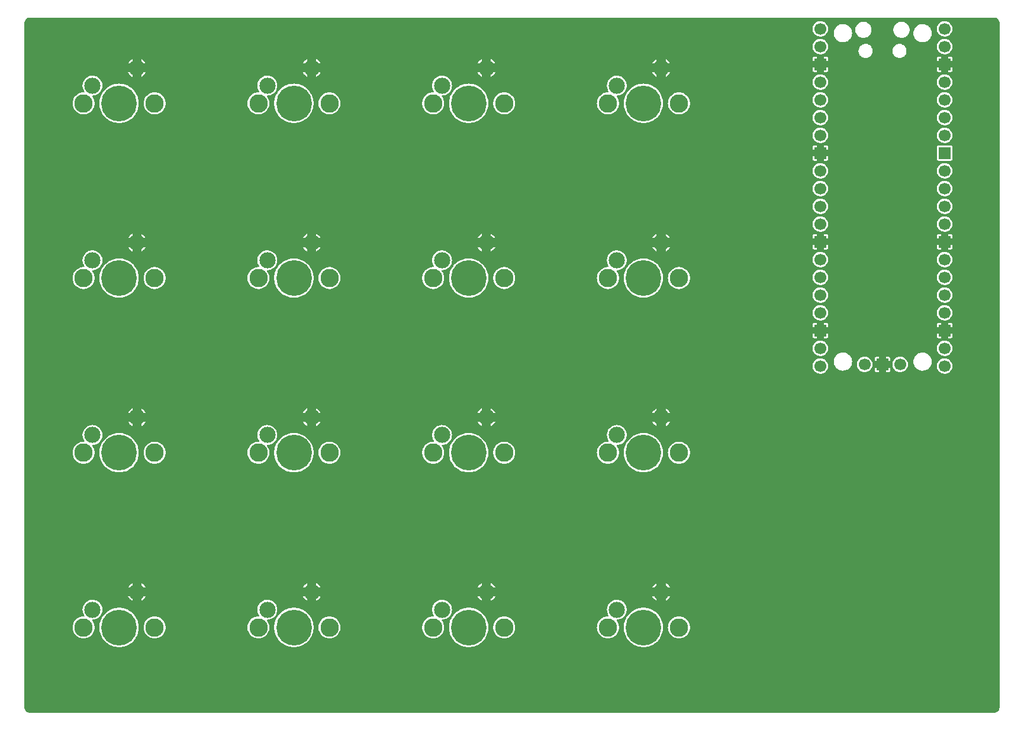
<source format=gbl>
G04 Layer: BottomLayer*
G04 EasyEDA v6.5.1, 2022-06-14 18:14:27*
G04 a67cddfb3fce44daa9051d46cbbcc19f,10*
G04 Gerber Generator version 0.2*
G04 Scale: 100 percent, Rotated: No, Reflected: No *
G04 Dimensions in millimeters *
G04 leading zeros omitted , absolute positions ,4 integer and 5 decimal *
%FSLAX45Y45*%
%MOMM*%

%ADD11C,0.6096*%
%ADD14C,1.7000*%
%ADD16C,2.3241*%
%ADD17C,5.1054*%
%ADD18C,2.6289*%

%LPD*%
G36*
X101244Y25908D02*
G01*
X88747Y26873D01*
X78486Y29209D01*
X68630Y33020D01*
X59385Y38150D01*
X51003Y44551D01*
X43637Y52120D01*
X37388Y60604D01*
X32410Y69951D01*
X28803Y79857D01*
X26670Y90170D01*
X25908Y101244D01*
X25908Y9898735D01*
X26873Y9911232D01*
X29209Y9921544D01*
X33020Y9931400D01*
X38150Y9940594D01*
X44551Y9948976D01*
X52120Y9956393D01*
X60604Y9962642D01*
X69951Y9967569D01*
X79857Y9971176D01*
X90170Y9973310D01*
X101244Y9974072D01*
X13898778Y9974072D01*
X13911224Y9973106D01*
X13921536Y9970770D01*
X13931392Y9967010D01*
X13940586Y9961829D01*
X13948968Y9955428D01*
X13956385Y9947910D01*
X13962634Y9939375D01*
X13967612Y9930079D01*
X13971168Y9920122D01*
X13973352Y9909810D01*
X13974114Y9898735D01*
X13974114Y101244D01*
X13973098Y88747D01*
X13970762Y78486D01*
X13967002Y68630D01*
X13961821Y59385D01*
X13955420Y51003D01*
X13947901Y43637D01*
X13939367Y37388D01*
X13930071Y32410D01*
X13920165Y28803D01*
X13909801Y26670D01*
X13898778Y25908D01*
G37*

%LPC*%
G36*
X11414556Y9702190D02*
G01*
X11428679Y9703511D01*
X11442547Y9706711D01*
X11455908Y9711588D01*
X11468506Y9718192D01*
X11480139Y9726320D01*
X11490655Y9735870D01*
X11499850Y9746691D01*
X11507622Y9758578D01*
X11513769Y9771380D01*
X11518239Y9784892D01*
X11520982Y9798812D01*
X11521897Y9812985D01*
X11520982Y9827158D01*
X11518239Y9841128D01*
X11513769Y9854590D01*
X11507622Y9867392D01*
X11499850Y9879330D01*
X11490655Y9890150D01*
X11480139Y9899700D01*
X11468506Y9907828D01*
X11455908Y9914382D01*
X11442547Y9919309D01*
X11428679Y9922459D01*
X11414556Y9923830D01*
X11400332Y9923373D01*
X11386312Y9921087D01*
X11372697Y9917074D01*
X11359692Y9911334D01*
X11347551Y9903968D01*
X11336426Y9895078D01*
X11326571Y9884867D01*
X11318087Y9873488D01*
X11311077Y9861092D01*
X11305743Y9847935D01*
X11302136Y9834219D01*
X11300358Y9820097D01*
X11300358Y9805873D01*
X11302136Y9791801D01*
X11305743Y9778034D01*
X11311077Y9764877D01*
X11318087Y9752482D01*
X11326571Y9741103D01*
X11336426Y9730892D01*
X11347551Y9722053D01*
X11359692Y9714687D01*
X11372697Y9708946D01*
X11386312Y9704882D01*
X11400332Y9702647D01*
G37*
G36*
X6380988Y964844D02*
G01*
X6404203Y965809D01*
X6427266Y968654D01*
X6450025Y973429D01*
X6472275Y980084D01*
X6493967Y988517D01*
X6514846Y998728D01*
X6534810Y1010615D01*
X6553708Y1024128D01*
X6571437Y1039114D01*
X6587845Y1055573D01*
X6602882Y1073302D01*
X6616395Y1092200D01*
X6628282Y1112164D01*
X6638493Y1133043D01*
X6646925Y1154684D01*
X6653580Y1176985D01*
X6658356Y1199743D01*
X6661200Y1222756D01*
X6662166Y1246022D01*
X6661200Y1269238D01*
X6658356Y1292301D01*
X6653580Y1315008D01*
X6646925Y1337310D01*
X6638493Y1358950D01*
X6628282Y1379829D01*
X6616395Y1399794D01*
X6602882Y1418691D01*
X6587845Y1436420D01*
X6571437Y1452880D01*
X6553708Y1467866D01*
X6534810Y1481378D01*
X6514846Y1493266D01*
X6493967Y1503476D01*
X6472275Y1511909D01*
X6450025Y1518564D01*
X6427266Y1523339D01*
X6404203Y1526184D01*
X6380988Y1527149D01*
X6357772Y1526184D01*
X6334709Y1523339D01*
X6312001Y1518564D01*
X6289700Y1511909D01*
X6268059Y1503476D01*
X6247180Y1493266D01*
X6227216Y1481378D01*
X6208318Y1467866D01*
X6190589Y1452880D01*
X6174130Y1436420D01*
X6159093Y1418691D01*
X6145631Y1399794D01*
X6133744Y1379829D01*
X6123533Y1358950D01*
X6115050Y1337310D01*
X6108446Y1315008D01*
X6103670Y1292301D01*
X6100775Y1269238D01*
X6099810Y1246022D01*
X6100775Y1222756D01*
X6103670Y1199743D01*
X6108446Y1176985D01*
X6115050Y1154684D01*
X6123533Y1133043D01*
X6133744Y1112164D01*
X6145631Y1092200D01*
X6159093Y1073302D01*
X6174130Y1055573D01*
X6190589Y1039114D01*
X6208318Y1024128D01*
X6227216Y1010615D01*
X6247180Y998728D01*
X6268059Y988517D01*
X6289700Y980084D01*
X6312001Y973429D01*
X6334709Y968654D01*
X6357772Y965809D01*
G37*
G36*
X8881008Y964844D02*
G01*
X8904224Y965809D01*
X8927287Y968654D01*
X8950045Y973429D01*
X8972296Y980084D01*
X8993936Y988517D01*
X9014815Y998728D01*
X9034780Y1010615D01*
X9053677Y1024128D01*
X9071406Y1039114D01*
X9087866Y1055573D01*
X9102902Y1073302D01*
X9116364Y1092200D01*
X9128302Y1112164D01*
X9138513Y1133043D01*
X9146946Y1154684D01*
X9153550Y1176985D01*
X9158325Y1199743D01*
X9161221Y1222756D01*
X9162186Y1246022D01*
X9161221Y1269238D01*
X9158325Y1292301D01*
X9153550Y1315008D01*
X9146946Y1337310D01*
X9138513Y1358950D01*
X9128302Y1379829D01*
X9116364Y1399794D01*
X9102902Y1418691D01*
X9087866Y1436420D01*
X9071406Y1452880D01*
X9053677Y1467866D01*
X9034780Y1481378D01*
X9014815Y1493266D01*
X8993936Y1503476D01*
X8972296Y1511909D01*
X8950045Y1518564D01*
X8927287Y1523339D01*
X8904224Y1526184D01*
X8881008Y1527149D01*
X8857792Y1526184D01*
X8834729Y1523339D01*
X8811971Y1518564D01*
X8789720Y1511909D01*
X8768080Y1503476D01*
X8747201Y1493266D01*
X8727236Y1481378D01*
X8708288Y1467866D01*
X8690559Y1452880D01*
X8674150Y1436420D01*
X8659114Y1418691D01*
X8645601Y1399794D01*
X8633714Y1379829D01*
X8623503Y1358950D01*
X8615070Y1337310D01*
X8608415Y1315008D01*
X8603691Y1292301D01*
X8600795Y1269238D01*
X8599830Y1246022D01*
X8600795Y1222756D01*
X8603691Y1199743D01*
X8608415Y1176985D01*
X8615070Y1154684D01*
X8623503Y1133043D01*
X8633714Y1112164D01*
X8645601Y1092200D01*
X8659114Y1073302D01*
X8674150Y1055573D01*
X8690559Y1039114D01*
X8708288Y1024128D01*
X8727236Y1010615D01*
X8747201Y998728D01*
X8768080Y988517D01*
X8789720Y980084D01*
X8811971Y973429D01*
X8834729Y968654D01*
X8857792Y965809D01*
G37*
G36*
X3881018Y964844D02*
G01*
X3904234Y965809D01*
X3927297Y968654D01*
X3950004Y973429D01*
X3972306Y980084D01*
X3993946Y988517D01*
X4014825Y998728D01*
X4034790Y1010615D01*
X4053687Y1024128D01*
X4071416Y1039114D01*
X4087876Y1055573D01*
X4102862Y1073302D01*
X4116374Y1092200D01*
X4128262Y1112164D01*
X4138472Y1133043D01*
X4146956Y1154684D01*
X4153560Y1176985D01*
X4158335Y1199743D01*
X4161231Y1222756D01*
X4162145Y1246022D01*
X4161231Y1269238D01*
X4158335Y1292301D01*
X4153560Y1315008D01*
X4146956Y1337310D01*
X4138472Y1358950D01*
X4128262Y1379829D01*
X4116374Y1399794D01*
X4102862Y1418691D01*
X4087876Y1436420D01*
X4071416Y1452880D01*
X4053687Y1467866D01*
X4034790Y1481378D01*
X4014825Y1493266D01*
X3993946Y1503476D01*
X3972306Y1511909D01*
X3950004Y1518564D01*
X3927297Y1523339D01*
X3904234Y1526184D01*
X3881018Y1527149D01*
X3857802Y1526184D01*
X3834739Y1523339D01*
X3811981Y1518564D01*
X3789679Y1511909D01*
X3768039Y1503476D01*
X3747160Y1493266D01*
X3727196Y1481378D01*
X3708298Y1467866D01*
X3690569Y1452880D01*
X3674160Y1436420D01*
X3659124Y1418691D01*
X3645611Y1399794D01*
X3633724Y1379829D01*
X3623513Y1358950D01*
X3615080Y1337310D01*
X3608425Y1315008D01*
X3603650Y1292301D01*
X3600805Y1269238D01*
X3599840Y1246022D01*
X3600805Y1222756D01*
X3603650Y1199743D01*
X3608425Y1176985D01*
X3615080Y1154684D01*
X3623513Y1133043D01*
X3633724Y1112164D01*
X3645611Y1092200D01*
X3659124Y1073302D01*
X3674160Y1055573D01*
X3690569Y1039114D01*
X3708298Y1024128D01*
X3727196Y1010615D01*
X3747160Y998728D01*
X3768039Y988517D01*
X3789679Y980084D01*
X3811981Y973429D01*
X3834739Y968654D01*
X3857802Y965809D01*
G37*
G36*
X1880463Y1088898D02*
G01*
X1897532Y1088898D01*
X1914448Y1090726D01*
X1931111Y1094384D01*
X1947214Y1099820D01*
X1962708Y1106982D01*
X1977288Y1115771D01*
X1990852Y1126083D01*
X2003247Y1137818D01*
X2014270Y1150772D01*
X2023821Y1164894D01*
X2031796Y1179931D01*
X2038096Y1195781D01*
X2042668Y1212189D01*
X2045411Y1229004D01*
X2046325Y1246022D01*
X2045411Y1262989D01*
X2042668Y1279804D01*
X2038096Y1296212D01*
X2031796Y1312062D01*
X2023821Y1327099D01*
X2014270Y1341221D01*
X2003247Y1354175D01*
X1990852Y1365910D01*
X1977288Y1376222D01*
X1962708Y1385011D01*
X1947214Y1392174D01*
X1931111Y1397609D01*
X1914448Y1401267D01*
X1897532Y1403096D01*
X1880463Y1403096D01*
X1863547Y1401267D01*
X1846884Y1397609D01*
X1830781Y1392174D01*
X1815287Y1385011D01*
X1800707Y1376222D01*
X1787143Y1365910D01*
X1774748Y1354175D01*
X1763725Y1341221D01*
X1754174Y1327099D01*
X1746199Y1312062D01*
X1739900Y1296212D01*
X1735328Y1279804D01*
X1732584Y1262989D01*
X1731670Y1246022D01*
X1732584Y1229004D01*
X1735328Y1212189D01*
X1739900Y1195781D01*
X1746199Y1179931D01*
X1754174Y1164894D01*
X1763725Y1150772D01*
X1774748Y1137818D01*
X1787143Y1126083D01*
X1800707Y1115771D01*
X1815287Y1106982D01*
X1830781Y1099820D01*
X1846884Y1094384D01*
X1863547Y1090726D01*
G37*
G36*
X4380484Y1088898D02*
G01*
X4397502Y1088898D01*
X4414469Y1090726D01*
X4431080Y1094384D01*
X4447235Y1099820D01*
X4462678Y1106982D01*
X4477308Y1115771D01*
X4490872Y1126083D01*
X4503216Y1137818D01*
X4514240Y1150772D01*
X4523841Y1164894D01*
X4531817Y1179931D01*
X4538116Y1195781D01*
X4542637Y1212189D01*
X4545431Y1229004D01*
X4546346Y1246022D01*
X4545431Y1262989D01*
X4542637Y1279804D01*
X4538116Y1296212D01*
X4531817Y1312062D01*
X4523841Y1327099D01*
X4514240Y1341221D01*
X4503216Y1354175D01*
X4490872Y1365910D01*
X4477308Y1376222D01*
X4462678Y1385011D01*
X4447235Y1392174D01*
X4431080Y1397609D01*
X4414469Y1401267D01*
X4397502Y1403096D01*
X4380484Y1403096D01*
X4363567Y1401267D01*
X4346905Y1397609D01*
X4330750Y1392174D01*
X4315307Y1385011D01*
X4300728Y1376222D01*
X4287164Y1365910D01*
X4274769Y1354175D01*
X4263745Y1341221D01*
X4254195Y1327099D01*
X4246219Y1312062D01*
X4239920Y1296212D01*
X4235348Y1279804D01*
X4232605Y1262989D01*
X4231640Y1246022D01*
X4232605Y1229004D01*
X4235348Y1212189D01*
X4239920Y1195781D01*
X4246219Y1179931D01*
X4254195Y1164894D01*
X4263745Y1150772D01*
X4274769Y1137818D01*
X4287164Y1126083D01*
X4300728Y1115771D01*
X4315307Y1106982D01*
X4330750Y1099820D01*
X4346905Y1094384D01*
X4363567Y1090726D01*
G37*
G36*
X6880504Y1088898D02*
G01*
X6897522Y1088898D01*
X6914438Y1090726D01*
X6931101Y1094384D01*
X6947255Y1099820D01*
X6962698Y1106982D01*
X6977278Y1115771D01*
X6990842Y1126083D01*
X7003237Y1137818D01*
X7014260Y1150772D01*
X7023811Y1164894D01*
X7031786Y1179931D01*
X7038086Y1195781D01*
X7042658Y1212189D01*
X7045401Y1229004D01*
X7046315Y1246022D01*
X7045401Y1262989D01*
X7042658Y1279804D01*
X7038086Y1296212D01*
X7031786Y1312062D01*
X7023811Y1327099D01*
X7014260Y1341221D01*
X7003237Y1354175D01*
X6990842Y1365910D01*
X6977278Y1376222D01*
X6962698Y1385011D01*
X6947255Y1392174D01*
X6931101Y1397609D01*
X6914438Y1401267D01*
X6897522Y1403096D01*
X6880504Y1403096D01*
X6863537Y1401267D01*
X6846925Y1397609D01*
X6830771Y1392174D01*
X6815277Y1385011D01*
X6800697Y1376222D01*
X6787134Y1365910D01*
X6774789Y1354175D01*
X6763766Y1341221D01*
X6754164Y1327099D01*
X6746189Y1312062D01*
X6739890Y1296212D01*
X6735318Y1279804D01*
X6732574Y1262989D01*
X6731660Y1246022D01*
X6732574Y1229004D01*
X6735318Y1212189D01*
X6739890Y1195781D01*
X6746189Y1179931D01*
X6754164Y1164894D01*
X6763766Y1150772D01*
X6774789Y1137818D01*
X6787134Y1126083D01*
X6800697Y1115771D01*
X6815277Y1106982D01*
X6830771Y1099820D01*
X6846925Y1094384D01*
X6863537Y1090726D01*
G37*
G36*
X9380474Y1088898D02*
G01*
X9397542Y1088898D01*
X9414459Y1090726D01*
X9431070Y1094384D01*
X9447225Y1099820D01*
X9462719Y1106982D01*
X9477298Y1115771D01*
X9490862Y1126083D01*
X9503206Y1137818D01*
X9514281Y1150772D01*
X9523831Y1164894D01*
X9531807Y1179931D01*
X9538106Y1195781D01*
X9542678Y1212189D01*
X9545421Y1229004D01*
X9546336Y1246022D01*
X9545421Y1262989D01*
X9542678Y1279804D01*
X9538106Y1296212D01*
X9531807Y1312062D01*
X9523831Y1327099D01*
X9514281Y1341221D01*
X9503206Y1354175D01*
X9490862Y1365910D01*
X9477298Y1376222D01*
X9462719Y1385011D01*
X9447225Y1392174D01*
X9431070Y1397609D01*
X9414459Y1401267D01*
X9397542Y1403096D01*
X9380474Y1403096D01*
X9363557Y1401267D01*
X9346895Y1397609D01*
X9330740Y1392174D01*
X9315297Y1385011D01*
X9300718Y1376222D01*
X9287154Y1365910D01*
X9274759Y1354175D01*
X9263735Y1341221D01*
X9254185Y1327099D01*
X9246209Y1312062D01*
X9239910Y1296212D01*
X9235338Y1279804D01*
X9232595Y1262989D01*
X9231680Y1246022D01*
X9232595Y1229004D01*
X9235338Y1212189D01*
X9239910Y1195781D01*
X9246209Y1179931D01*
X9254185Y1164894D01*
X9263735Y1150772D01*
X9274759Y1137818D01*
X9287154Y1126083D01*
X9300718Y1115771D01*
X9315297Y1106982D01*
X9330740Y1099820D01*
X9346895Y1094384D01*
X9363557Y1090726D01*
G37*
G36*
X8364474Y1088898D02*
G01*
X8381542Y1088898D01*
X8398459Y1090726D01*
X8415070Y1094384D01*
X8431225Y1099820D01*
X8446719Y1106982D01*
X8461298Y1115771D01*
X8474862Y1126083D01*
X8487206Y1137818D01*
X8498281Y1150772D01*
X8507831Y1164894D01*
X8515807Y1179931D01*
X8522106Y1195781D01*
X8526678Y1212189D01*
X8529421Y1229004D01*
X8530336Y1246022D01*
X8529421Y1262989D01*
X8526678Y1279804D01*
X8522106Y1296212D01*
X8515807Y1312062D01*
X8507831Y1327099D01*
X8498027Y1341475D01*
X8496147Y1344777D01*
X8495588Y1348536D01*
X8496503Y1352194D01*
X8498636Y1355344D01*
X8501786Y1357426D01*
X8505444Y1358239D01*
X8512149Y1358442D01*
X8528202Y1360728D01*
X8543899Y1364843D01*
X8559038Y1370736D01*
X8573363Y1378305D01*
X8586774Y1387449D01*
X8599017Y1398117D01*
X8609990Y1410055D01*
X8619540Y1423162D01*
X8627516Y1437284D01*
X8633815Y1452270D01*
X8638387Y1467815D01*
X8641181Y1483817D01*
X8642096Y1500022D01*
X8641181Y1516176D01*
X8638387Y1532178D01*
X8633815Y1547774D01*
X8627516Y1562709D01*
X8619540Y1576832D01*
X8609990Y1589938D01*
X8599017Y1601876D01*
X8586774Y1612544D01*
X8573363Y1621688D01*
X8559038Y1629257D01*
X8543899Y1635150D01*
X8528202Y1639265D01*
X8512149Y1641551D01*
X8495944Y1642059D01*
X8479790Y1640636D01*
X8463889Y1637436D01*
X8448446Y1632407D01*
X8433714Y1625650D01*
X8419795Y1617319D01*
X8406942Y1607413D01*
X8395309Y1596085D01*
X8385048Y1583537D01*
X8376259Y1569872D01*
X8369096Y1555292D01*
X8363661Y1540052D01*
X8360003Y1524254D01*
X8358124Y1508099D01*
X8358124Y1491894D01*
X8360003Y1475790D01*
X8363661Y1459941D01*
X8369096Y1444701D01*
X8376259Y1430121D01*
X8383574Y1418742D01*
X8385098Y1414729D01*
X8384794Y1410411D01*
X8382711Y1406601D01*
X8379256Y1404010D01*
X8375040Y1403096D01*
X8364474Y1403096D01*
X8347557Y1401267D01*
X8330895Y1397609D01*
X8314740Y1392174D01*
X8299297Y1385011D01*
X8284718Y1376222D01*
X8271154Y1365910D01*
X8258759Y1354175D01*
X8247735Y1341221D01*
X8238185Y1327099D01*
X8230209Y1312062D01*
X8223910Y1296212D01*
X8219338Y1279804D01*
X8216595Y1262989D01*
X8215680Y1246022D01*
X8216595Y1229004D01*
X8219338Y1212189D01*
X8223910Y1195781D01*
X8230209Y1179931D01*
X8238185Y1164894D01*
X8247735Y1150772D01*
X8258759Y1137818D01*
X8271154Y1126083D01*
X8284718Y1115771D01*
X8299297Y1106982D01*
X8314740Y1099820D01*
X8330895Y1094384D01*
X8347557Y1090726D01*
G37*
G36*
X5864504Y1088898D02*
G01*
X5881522Y1088898D01*
X5898438Y1090726D01*
X5915101Y1094384D01*
X5931255Y1099820D01*
X5946698Y1106982D01*
X5961278Y1115771D01*
X5974842Y1126083D01*
X5987237Y1137818D01*
X5998260Y1150772D01*
X6007811Y1164894D01*
X6015786Y1179931D01*
X6022086Y1195781D01*
X6026658Y1212189D01*
X6029401Y1229004D01*
X6030315Y1246022D01*
X6029401Y1262989D01*
X6026658Y1279804D01*
X6022086Y1296212D01*
X6015786Y1312062D01*
X6007811Y1327099D01*
X5998006Y1341475D01*
X5996127Y1344777D01*
X5995619Y1348536D01*
X5996482Y1352194D01*
X5998616Y1355344D01*
X6001766Y1357426D01*
X6005474Y1358239D01*
X6012180Y1358442D01*
X6028232Y1360728D01*
X6043930Y1364843D01*
X6059017Y1370736D01*
X6073394Y1378305D01*
X6086754Y1387449D01*
X6099048Y1398117D01*
X6110020Y1410055D01*
X6119520Y1423162D01*
X6127496Y1437284D01*
X6133846Y1452270D01*
X6138418Y1467815D01*
X6141161Y1483817D01*
X6142075Y1500022D01*
X6141161Y1516176D01*
X6138418Y1532178D01*
X6133846Y1547774D01*
X6127496Y1562709D01*
X6119520Y1576832D01*
X6110020Y1589938D01*
X6099048Y1601876D01*
X6086754Y1612544D01*
X6073394Y1621688D01*
X6059017Y1629257D01*
X6043930Y1635150D01*
X6028232Y1639265D01*
X6012180Y1641551D01*
X5995924Y1642059D01*
X5979769Y1640636D01*
X5963869Y1637436D01*
X5948426Y1632407D01*
X5933694Y1625650D01*
X5919774Y1617319D01*
X5906922Y1607413D01*
X5895289Y1596085D01*
X5885027Y1583537D01*
X5876290Y1569872D01*
X5869127Y1555292D01*
X5863640Y1540052D01*
X5859983Y1524254D01*
X5858154Y1508099D01*
X5858154Y1491894D01*
X5859983Y1475790D01*
X5863640Y1459941D01*
X5869127Y1444701D01*
X5876290Y1430121D01*
X5883554Y1418742D01*
X5885078Y1414729D01*
X5884773Y1410411D01*
X5882690Y1406601D01*
X5879236Y1404010D01*
X5875020Y1403096D01*
X5864504Y1403096D01*
X5847537Y1401267D01*
X5830925Y1397609D01*
X5814771Y1392174D01*
X5799277Y1385011D01*
X5784697Y1376222D01*
X5771134Y1365910D01*
X5758789Y1354175D01*
X5747766Y1341221D01*
X5738164Y1327099D01*
X5730189Y1312062D01*
X5723890Y1296212D01*
X5719318Y1279804D01*
X5716574Y1262989D01*
X5715660Y1246022D01*
X5716574Y1229004D01*
X5719318Y1212189D01*
X5723890Y1195781D01*
X5730189Y1179931D01*
X5738164Y1164894D01*
X5747766Y1150772D01*
X5758789Y1137818D01*
X5771134Y1126083D01*
X5784697Y1115771D01*
X5799277Y1106982D01*
X5814771Y1099820D01*
X5830925Y1094384D01*
X5847537Y1090726D01*
G37*
G36*
X3364484Y1088898D02*
G01*
X3381501Y1088898D01*
X3398469Y1090726D01*
X3415080Y1094384D01*
X3431235Y1099820D01*
X3446678Y1106982D01*
X3461308Y1115771D01*
X3474872Y1126083D01*
X3487216Y1137818D01*
X3498240Y1150772D01*
X3507841Y1164894D01*
X3515817Y1179931D01*
X3522116Y1195781D01*
X3526637Y1212189D01*
X3529431Y1229004D01*
X3530346Y1246022D01*
X3529431Y1262989D01*
X3526637Y1279804D01*
X3522116Y1296212D01*
X3515817Y1312062D01*
X3507841Y1327099D01*
X3498037Y1341475D01*
X3496157Y1344777D01*
X3495598Y1348536D01*
X3496462Y1352194D01*
X3498646Y1355344D01*
X3501796Y1357426D01*
X3505454Y1358239D01*
X3512159Y1358442D01*
X3528212Y1360728D01*
X3543909Y1364843D01*
X3559048Y1370736D01*
X3573373Y1378305D01*
X3586784Y1387449D01*
X3599027Y1398117D01*
X3610000Y1410055D01*
X3619550Y1423162D01*
X3627526Y1437284D01*
X3633825Y1452270D01*
X3638397Y1467815D01*
X3641191Y1483817D01*
X3642106Y1500022D01*
X3641191Y1516176D01*
X3638397Y1532178D01*
X3633825Y1547774D01*
X3627526Y1562709D01*
X3619550Y1576832D01*
X3610000Y1589938D01*
X3599027Y1601876D01*
X3586784Y1612544D01*
X3573373Y1621688D01*
X3559048Y1629257D01*
X3543909Y1635150D01*
X3528212Y1639265D01*
X3512159Y1641551D01*
X3495954Y1642059D01*
X3479800Y1640636D01*
X3463899Y1637436D01*
X3448456Y1632407D01*
X3433673Y1625650D01*
X3419805Y1617319D01*
X3406952Y1607413D01*
X3395319Y1596085D01*
X3385058Y1583537D01*
X3376269Y1569872D01*
X3369106Y1555292D01*
X3363671Y1540052D01*
X3359962Y1524254D01*
X3358134Y1508099D01*
X3358134Y1491894D01*
X3359962Y1475790D01*
X3363671Y1459941D01*
X3369106Y1444701D01*
X3376269Y1430121D01*
X3383584Y1418742D01*
X3385108Y1414729D01*
X3384753Y1410411D01*
X3382721Y1406601D01*
X3379266Y1404010D01*
X3375050Y1403096D01*
X3364484Y1403096D01*
X3347567Y1401267D01*
X3330905Y1397609D01*
X3314750Y1392174D01*
X3299307Y1385011D01*
X3284728Y1376222D01*
X3271164Y1365910D01*
X3258769Y1354175D01*
X3247745Y1341221D01*
X3238195Y1327099D01*
X3230219Y1312062D01*
X3223920Y1296212D01*
X3219348Y1279804D01*
X3216605Y1262989D01*
X3215640Y1246022D01*
X3216605Y1229004D01*
X3219348Y1212189D01*
X3223920Y1195781D01*
X3230219Y1179931D01*
X3238195Y1164894D01*
X3247745Y1150772D01*
X3258769Y1137818D01*
X3271164Y1126083D01*
X3284728Y1115771D01*
X3299307Y1106982D01*
X3314750Y1099820D01*
X3330905Y1094384D01*
X3347567Y1090726D01*
G37*
G36*
X864463Y1088898D02*
G01*
X881532Y1088898D01*
X898448Y1090726D01*
X915111Y1094384D01*
X931214Y1099820D01*
X946708Y1106982D01*
X961288Y1115771D01*
X974852Y1126083D01*
X987247Y1137818D01*
X998270Y1150772D01*
X1007821Y1164894D01*
X1015796Y1179931D01*
X1022096Y1195781D01*
X1026668Y1212189D01*
X1029411Y1229004D01*
X1030325Y1246022D01*
X1029411Y1262989D01*
X1026668Y1279804D01*
X1022096Y1296212D01*
X1015796Y1312062D01*
X1007821Y1327099D01*
X998016Y1341475D01*
X996137Y1344777D01*
X995629Y1348536D01*
X996492Y1352194D01*
X998626Y1355344D01*
X1001776Y1357426D01*
X1005484Y1358239D01*
X1012139Y1358442D01*
X1028242Y1360728D01*
X1043889Y1364843D01*
X1059027Y1370736D01*
X1073404Y1378305D01*
X1086764Y1387449D01*
X1099058Y1398117D01*
X1109980Y1410055D01*
X1119530Y1423162D01*
X1127506Y1437284D01*
X1133856Y1452270D01*
X1138428Y1467815D01*
X1141171Y1483817D01*
X1142085Y1500022D01*
X1141171Y1516176D01*
X1138428Y1532178D01*
X1133856Y1547774D01*
X1127506Y1562709D01*
X1119530Y1576832D01*
X1109980Y1589938D01*
X1099058Y1601876D01*
X1086764Y1612544D01*
X1073404Y1621688D01*
X1059027Y1629257D01*
X1043889Y1635150D01*
X1028242Y1639265D01*
X1012139Y1641551D01*
X995934Y1642059D01*
X979779Y1640636D01*
X963879Y1637436D01*
X948436Y1632407D01*
X933703Y1625650D01*
X919784Y1617319D01*
X906932Y1607413D01*
X895299Y1596085D01*
X885037Y1583537D01*
X876249Y1569872D01*
X869137Y1555292D01*
X863650Y1540052D01*
X859993Y1524254D01*
X858113Y1508099D01*
X858113Y1491894D01*
X859993Y1475790D01*
X863650Y1459941D01*
X869137Y1444701D01*
X876249Y1430121D01*
X883564Y1418742D01*
X885088Y1414729D01*
X884783Y1410411D01*
X882700Y1406601D01*
X879246Y1404010D01*
X875030Y1403096D01*
X864463Y1403096D01*
X847547Y1401267D01*
X830884Y1397609D01*
X814781Y1392174D01*
X799287Y1385011D01*
X784707Y1376222D01*
X771144Y1365910D01*
X758748Y1354175D01*
X747725Y1341221D01*
X738174Y1327099D01*
X730199Y1312062D01*
X723900Y1296212D01*
X719328Y1279804D01*
X716584Y1262989D01*
X715670Y1246022D01*
X716584Y1229004D01*
X719328Y1212189D01*
X723900Y1195781D01*
X730199Y1179931D01*
X738174Y1164894D01*
X747725Y1150772D01*
X758748Y1137818D01*
X771144Y1126083D01*
X784707Y1115771D01*
X799287Y1106982D01*
X814781Y1099820D01*
X830884Y1094384D01*
X847547Y1090726D01*
G37*
G36*
X1570532Y1627479D02*
G01*
X1570532Y1689557D01*
X1508607Y1689557D01*
X1511249Y1684121D01*
X1520037Y1670456D01*
X1530299Y1657908D01*
X1541932Y1646631D01*
X1554784Y1636725D01*
X1568704Y1628343D01*
G37*
G36*
X4070553Y1627479D02*
G01*
X4070553Y1689557D01*
X4008628Y1689557D01*
X4011269Y1684121D01*
X4020058Y1670456D01*
X4030319Y1657908D01*
X4041952Y1646631D01*
X4054805Y1636725D01*
X4068673Y1628343D01*
G37*
G36*
X9070543Y1627479D02*
G01*
X9070543Y1689557D01*
X9008618Y1689557D01*
X9011259Y1684121D01*
X9020048Y1670456D01*
X9030309Y1657908D01*
X9041942Y1646631D01*
X9054795Y1636725D01*
X9068714Y1628343D01*
G37*
G36*
X6570573Y1627479D02*
G01*
X6570573Y1689557D01*
X6508597Y1689557D01*
X6511290Y1684121D01*
X6520027Y1670456D01*
X6530289Y1657908D01*
X6541922Y1646631D01*
X6554774Y1636725D01*
X6568694Y1628343D01*
G37*
G36*
X1699463Y1627581D02*
G01*
X1708404Y1632305D01*
X1721764Y1641449D01*
X1734057Y1652117D01*
X1744980Y1664055D01*
X1754530Y1677162D01*
X1761540Y1689557D01*
X1699463Y1689557D01*
G37*
G36*
X4199432Y1627581D02*
G01*
X4208373Y1632305D01*
X4221784Y1641449D01*
X4234027Y1652117D01*
X4245000Y1664055D01*
X4254550Y1677162D01*
X4261510Y1689557D01*
X4199432Y1689557D01*
G37*
G36*
X6699453Y1627581D02*
G01*
X6708394Y1632305D01*
X6721754Y1641449D01*
X6734048Y1652117D01*
X6745020Y1664055D01*
X6754520Y1677162D01*
X6761530Y1689557D01*
X6699453Y1689557D01*
G37*
G36*
X9199473Y1627581D02*
G01*
X9208363Y1632305D01*
X9221774Y1641449D01*
X9234017Y1652117D01*
X9244990Y1664055D01*
X9254540Y1677162D01*
X9261551Y1689557D01*
X9199473Y1689557D01*
G37*
G36*
X1699463Y1818436D02*
G01*
X1761540Y1818436D01*
X1754530Y1830832D01*
X1744980Y1843938D01*
X1734057Y1855876D01*
X1721764Y1866544D01*
X1708404Y1875688D01*
X1699463Y1880412D01*
G37*
G36*
X4199432Y1818436D02*
G01*
X4261510Y1818436D01*
X4254550Y1830832D01*
X4245000Y1843938D01*
X4234027Y1855876D01*
X4221784Y1866544D01*
X4208373Y1875688D01*
X4199432Y1880412D01*
G37*
G36*
X6699453Y1818436D02*
G01*
X6761530Y1818436D01*
X6754520Y1830832D01*
X6745020Y1843938D01*
X6734048Y1855876D01*
X6721754Y1866544D01*
X6708394Y1875688D01*
X6699453Y1880412D01*
G37*
G36*
X9199473Y1818436D02*
G01*
X9261551Y1818436D01*
X9254540Y1830832D01*
X9244990Y1843938D01*
X9234017Y1855876D01*
X9221774Y1866544D01*
X9208363Y1875688D01*
X9199473Y1880412D01*
G37*
G36*
X1508607Y1818436D02*
G01*
X1570532Y1818436D01*
X1570532Y1880514D01*
X1568704Y1879650D01*
X1554784Y1871319D01*
X1541932Y1861413D01*
X1530299Y1850085D01*
X1520037Y1837537D01*
X1511249Y1823872D01*
G37*
G36*
X6508597Y1818436D02*
G01*
X6570573Y1818436D01*
X6570573Y1880514D01*
X6568694Y1879650D01*
X6554774Y1871319D01*
X6541922Y1861413D01*
X6530289Y1850085D01*
X6520027Y1837537D01*
X6511290Y1823872D01*
G37*
G36*
X4008628Y1818436D02*
G01*
X4070553Y1818436D01*
X4070553Y1880514D01*
X4068673Y1879650D01*
X4054805Y1871319D01*
X4041952Y1861413D01*
X4030319Y1850085D01*
X4020058Y1837537D01*
X4011269Y1823872D01*
G37*
G36*
X9008618Y1818436D02*
G01*
X9070543Y1818436D01*
X9070543Y1880514D01*
X9068714Y1879650D01*
X9054795Y1871319D01*
X9041942Y1861413D01*
X9030309Y1850085D01*
X9020048Y1837537D01*
X9011259Y1823872D01*
G37*
G36*
X1380998Y3464814D02*
G01*
X1404213Y3465779D01*
X1427276Y3468674D01*
X1450035Y3473450D01*
X1472285Y3480054D01*
X1493926Y3488486D01*
X1514805Y3498697D01*
X1534769Y3510635D01*
X1553718Y3524097D01*
X1571447Y3539134D01*
X1587855Y3555593D01*
X1602892Y3573322D01*
X1616405Y3592220D01*
X1628292Y3612184D01*
X1638503Y3633063D01*
X1646936Y3654704D01*
X1653590Y3676954D01*
X1658315Y3699713D01*
X1661210Y3722776D01*
X1662175Y3745992D01*
X1661210Y3769207D01*
X1658315Y3792270D01*
X1653590Y3815029D01*
X1646936Y3837279D01*
X1638503Y3858920D01*
X1628292Y3879799D01*
X1616405Y3899763D01*
X1602892Y3918712D01*
X1587855Y3936441D01*
X1571447Y3952849D01*
X1553718Y3967886D01*
X1534769Y3981399D01*
X1514805Y3993286D01*
X1493926Y4003497D01*
X1472285Y4011929D01*
X1450035Y4018584D01*
X1427276Y4023309D01*
X1404213Y4026204D01*
X1380998Y4027170D01*
X1357782Y4026204D01*
X1334719Y4023309D01*
X1311960Y4018584D01*
X1289710Y4011929D01*
X1268069Y4003497D01*
X1247190Y3993286D01*
X1227226Y3981399D01*
X1208278Y3967886D01*
X1190548Y3952849D01*
X1174140Y3936441D01*
X1159103Y3918712D01*
X1145590Y3899763D01*
X1133703Y3879799D01*
X1123492Y3858920D01*
X1115060Y3837279D01*
X1108456Y3815029D01*
X1103680Y3792270D01*
X1100785Y3769207D01*
X1099820Y3745992D01*
X1100785Y3722776D01*
X1103680Y3699713D01*
X1108456Y3676954D01*
X1115060Y3654704D01*
X1123492Y3633063D01*
X1133703Y3612184D01*
X1145590Y3592220D01*
X1159103Y3573322D01*
X1174140Y3555593D01*
X1190548Y3539134D01*
X1208278Y3524097D01*
X1227226Y3510635D01*
X1247190Y3498697D01*
X1268069Y3488486D01*
X1289710Y3480054D01*
X1311960Y3473450D01*
X1334719Y3468674D01*
X1357782Y3465779D01*
G37*
G36*
X3881018Y3464814D02*
G01*
X3904234Y3465779D01*
X3927297Y3468674D01*
X3950004Y3473450D01*
X3972306Y3480054D01*
X3993946Y3488486D01*
X4014825Y3498697D01*
X4034790Y3510635D01*
X4053687Y3524097D01*
X4071416Y3539134D01*
X4087876Y3555593D01*
X4102862Y3573322D01*
X4116374Y3592220D01*
X4128262Y3612184D01*
X4138472Y3633063D01*
X4146956Y3654704D01*
X4153560Y3676954D01*
X4158335Y3699713D01*
X4161231Y3722776D01*
X4162145Y3745992D01*
X4161231Y3769207D01*
X4158335Y3792270D01*
X4153560Y3815029D01*
X4146956Y3837279D01*
X4138472Y3858920D01*
X4128262Y3879799D01*
X4116374Y3899763D01*
X4102862Y3918712D01*
X4087876Y3936441D01*
X4071416Y3952849D01*
X4053687Y3967886D01*
X4034790Y3981399D01*
X4014825Y3993286D01*
X3993946Y4003497D01*
X3972306Y4011929D01*
X3950004Y4018584D01*
X3927297Y4023309D01*
X3904234Y4026204D01*
X3881018Y4027170D01*
X3857802Y4026204D01*
X3834739Y4023309D01*
X3811981Y4018584D01*
X3789679Y4011929D01*
X3768039Y4003497D01*
X3747160Y3993286D01*
X3727196Y3981399D01*
X3708298Y3967886D01*
X3690569Y3952849D01*
X3674160Y3936441D01*
X3659124Y3918712D01*
X3645611Y3899763D01*
X3633724Y3879799D01*
X3623513Y3858920D01*
X3615080Y3837279D01*
X3608425Y3815029D01*
X3603650Y3792270D01*
X3600805Y3769207D01*
X3599840Y3745992D01*
X3600805Y3722776D01*
X3603650Y3699713D01*
X3608425Y3676954D01*
X3615080Y3654704D01*
X3623513Y3633063D01*
X3633724Y3612184D01*
X3645611Y3592220D01*
X3659124Y3573322D01*
X3674160Y3555593D01*
X3690569Y3539134D01*
X3708298Y3524097D01*
X3727196Y3510635D01*
X3747160Y3498697D01*
X3768039Y3488486D01*
X3789679Y3480054D01*
X3811981Y3473450D01*
X3834739Y3468674D01*
X3857802Y3465779D01*
G37*
G36*
X6380988Y3464814D02*
G01*
X6404203Y3465779D01*
X6427266Y3468674D01*
X6450025Y3473450D01*
X6472275Y3480054D01*
X6493967Y3488486D01*
X6514846Y3498697D01*
X6534810Y3510635D01*
X6553708Y3524097D01*
X6571437Y3539134D01*
X6587845Y3555593D01*
X6602882Y3573322D01*
X6616395Y3592220D01*
X6628282Y3612184D01*
X6638493Y3633063D01*
X6646925Y3654704D01*
X6653580Y3676954D01*
X6658356Y3699713D01*
X6661200Y3722776D01*
X6662166Y3745992D01*
X6661200Y3769207D01*
X6658356Y3792270D01*
X6653580Y3815029D01*
X6646925Y3837279D01*
X6638493Y3858920D01*
X6628282Y3879799D01*
X6616395Y3899763D01*
X6602882Y3918712D01*
X6587845Y3936441D01*
X6571437Y3952849D01*
X6553708Y3967886D01*
X6534810Y3981399D01*
X6514846Y3993286D01*
X6493967Y4003497D01*
X6472275Y4011929D01*
X6450025Y4018584D01*
X6427266Y4023309D01*
X6404203Y4026204D01*
X6380988Y4027170D01*
X6357772Y4026204D01*
X6334709Y4023309D01*
X6312001Y4018584D01*
X6289700Y4011929D01*
X6268059Y4003497D01*
X6247180Y3993286D01*
X6227216Y3981399D01*
X6208318Y3967886D01*
X6190589Y3952849D01*
X6174130Y3936441D01*
X6159093Y3918712D01*
X6145631Y3899763D01*
X6133744Y3879799D01*
X6123533Y3858920D01*
X6115050Y3837279D01*
X6108446Y3815029D01*
X6103670Y3792270D01*
X6100775Y3769207D01*
X6099810Y3745992D01*
X6100775Y3722776D01*
X6103670Y3699713D01*
X6108446Y3676954D01*
X6115050Y3654704D01*
X6123533Y3633063D01*
X6133744Y3612184D01*
X6145631Y3592220D01*
X6159093Y3573322D01*
X6174130Y3555593D01*
X6190589Y3539134D01*
X6208318Y3524097D01*
X6227216Y3510635D01*
X6247180Y3498697D01*
X6268059Y3488486D01*
X6289700Y3480054D01*
X6312001Y3473450D01*
X6334709Y3468674D01*
X6357772Y3465779D01*
G37*
G36*
X8881008Y3464814D02*
G01*
X8904224Y3465779D01*
X8927287Y3468674D01*
X8950045Y3473450D01*
X8972296Y3480054D01*
X8993936Y3488486D01*
X9014815Y3498697D01*
X9034780Y3510635D01*
X9053677Y3524097D01*
X9071406Y3539134D01*
X9087866Y3555593D01*
X9102902Y3573322D01*
X9116364Y3592220D01*
X9128302Y3612184D01*
X9138513Y3633063D01*
X9146946Y3654704D01*
X9153550Y3676954D01*
X9158325Y3699713D01*
X9161221Y3722776D01*
X9162186Y3745992D01*
X9161221Y3769207D01*
X9158325Y3792270D01*
X9153550Y3815029D01*
X9146946Y3837279D01*
X9138513Y3858920D01*
X9128302Y3879799D01*
X9116364Y3899763D01*
X9102902Y3918712D01*
X9087866Y3936441D01*
X9071406Y3952849D01*
X9053677Y3967886D01*
X9034780Y3981399D01*
X9014815Y3993286D01*
X8993936Y4003497D01*
X8972296Y4011929D01*
X8950045Y4018584D01*
X8927287Y4023309D01*
X8904224Y4026204D01*
X8881008Y4027170D01*
X8857792Y4026204D01*
X8834729Y4023309D01*
X8811971Y4018584D01*
X8789720Y4011929D01*
X8768080Y4003497D01*
X8747201Y3993286D01*
X8727236Y3981399D01*
X8708288Y3967886D01*
X8690559Y3952849D01*
X8674150Y3936441D01*
X8659114Y3918712D01*
X8645601Y3899763D01*
X8633714Y3879799D01*
X8623503Y3858920D01*
X8615070Y3837279D01*
X8608415Y3815029D01*
X8603691Y3792270D01*
X8600795Y3769207D01*
X8599830Y3745992D01*
X8600795Y3722776D01*
X8603691Y3699713D01*
X8608415Y3676954D01*
X8615070Y3654704D01*
X8623503Y3633063D01*
X8633714Y3612184D01*
X8645601Y3592220D01*
X8659114Y3573322D01*
X8674150Y3555593D01*
X8690559Y3539134D01*
X8708288Y3524097D01*
X8727236Y3510635D01*
X8747201Y3498697D01*
X8768080Y3488486D01*
X8789720Y3480054D01*
X8811971Y3473450D01*
X8834729Y3468674D01*
X8857792Y3465779D01*
G37*
G36*
X1880463Y3588867D02*
G01*
X1897532Y3588867D01*
X1914448Y3590747D01*
X1931111Y3594404D01*
X1947214Y3599840D01*
X1962708Y3607003D01*
X1977288Y3615791D01*
X1990852Y3626104D01*
X2003247Y3637787D01*
X2014270Y3650792D01*
X2023821Y3664864D01*
X2031796Y3679951D01*
X2038096Y3695750D01*
X2042668Y3712159D01*
X2045411Y3728974D01*
X2046325Y3745992D01*
X2045411Y3763010D01*
X2042668Y3779824D01*
X2038096Y3796233D01*
X2031796Y3812082D01*
X2023821Y3827119D01*
X2014270Y3841191D01*
X2003247Y3854196D01*
X1990852Y3865930D01*
X1977288Y3876243D01*
X1962708Y3885031D01*
X1947214Y3892143D01*
X1931111Y3897579D01*
X1914448Y3901287D01*
X1897532Y3903116D01*
X1880463Y3903116D01*
X1863547Y3901287D01*
X1846884Y3897579D01*
X1830781Y3892143D01*
X1815287Y3885031D01*
X1800707Y3876243D01*
X1787143Y3865930D01*
X1774748Y3854196D01*
X1763725Y3841191D01*
X1754174Y3827119D01*
X1746199Y3812082D01*
X1739900Y3796233D01*
X1735328Y3779824D01*
X1732584Y3763010D01*
X1731670Y3745992D01*
X1732584Y3728974D01*
X1735328Y3712159D01*
X1739900Y3695750D01*
X1746199Y3679951D01*
X1754174Y3664864D01*
X1763725Y3650792D01*
X1774748Y3637787D01*
X1787143Y3626104D01*
X1800707Y3615791D01*
X1815287Y3607003D01*
X1830781Y3599840D01*
X1846884Y3594404D01*
X1863547Y3590747D01*
G37*
G36*
X4380484Y3588867D02*
G01*
X4397502Y3588867D01*
X4414469Y3590747D01*
X4431080Y3594404D01*
X4447235Y3599840D01*
X4462678Y3607003D01*
X4477308Y3615791D01*
X4490872Y3626104D01*
X4503216Y3637787D01*
X4514240Y3650792D01*
X4523841Y3664864D01*
X4531817Y3679951D01*
X4538116Y3695750D01*
X4542637Y3712159D01*
X4545431Y3728974D01*
X4546346Y3745992D01*
X4545431Y3763010D01*
X4542637Y3779824D01*
X4538116Y3796233D01*
X4531817Y3812082D01*
X4523841Y3827119D01*
X4514240Y3841191D01*
X4503216Y3854196D01*
X4490872Y3865930D01*
X4477308Y3876243D01*
X4462678Y3885031D01*
X4447235Y3892143D01*
X4431080Y3897579D01*
X4414469Y3901287D01*
X4397502Y3903116D01*
X4380484Y3903116D01*
X4363567Y3901287D01*
X4346905Y3897579D01*
X4330750Y3892143D01*
X4315307Y3885031D01*
X4300728Y3876243D01*
X4287164Y3865930D01*
X4274769Y3854196D01*
X4263745Y3841191D01*
X4254195Y3827119D01*
X4246219Y3812082D01*
X4239920Y3796233D01*
X4235348Y3779824D01*
X4232605Y3763010D01*
X4231640Y3745992D01*
X4232605Y3728974D01*
X4235348Y3712159D01*
X4239920Y3695750D01*
X4246219Y3679951D01*
X4254195Y3664864D01*
X4263745Y3650792D01*
X4274769Y3637787D01*
X4287164Y3626104D01*
X4300728Y3615791D01*
X4315307Y3607003D01*
X4330750Y3599840D01*
X4346905Y3594404D01*
X4363567Y3590747D01*
G37*
G36*
X9380474Y3588867D02*
G01*
X9397542Y3588867D01*
X9414459Y3590747D01*
X9431070Y3594404D01*
X9447225Y3599840D01*
X9462719Y3607003D01*
X9477298Y3615791D01*
X9490862Y3626104D01*
X9503206Y3637787D01*
X9514281Y3650792D01*
X9523831Y3664864D01*
X9531807Y3679951D01*
X9538106Y3695750D01*
X9542678Y3712159D01*
X9545421Y3728974D01*
X9546336Y3745992D01*
X9545421Y3763010D01*
X9542678Y3779824D01*
X9538106Y3796233D01*
X9531807Y3812082D01*
X9523831Y3827119D01*
X9514281Y3841191D01*
X9503206Y3854196D01*
X9490862Y3865930D01*
X9477298Y3876243D01*
X9462719Y3885031D01*
X9447225Y3892143D01*
X9431070Y3897579D01*
X9414459Y3901287D01*
X9397542Y3903116D01*
X9380474Y3903116D01*
X9363557Y3901287D01*
X9346895Y3897579D01*
X9330740Y3892143D01*
X9315297Y3885031D01*
X9300718Y3876243D01*
X9287154Y3865930D01*
X9274759Y3854196D01*
X9263735Y3841191D01*
X9254185Y3827119D01*
X9246209Y3812082D01*
X9239910Y3796233D01*
X9235338Y3779824D01*
X9232595Y3763010D01*
X9231680Y3745992D01*
X9232595Y3728974D01*
X9235338Y3712159D01*
X9239910Y3695750D01*
X9246209Y3679951D01*
X9254185Y3664864D01*
X9263735Y3650792D01*
X9274759Y3637787D01*
X9287154Y3626104D01*
X9300718Y3615791D01*
X9315297Y3607003D01*
X9330740Y3599840D01*
X9346895Y3594404D01*
X9363557Y3590747D01*
G37*
G36*
X6880504Y3588867D02*
G01*
X6897522Y3588867D01*
X6914438Y3590747D01*
X6931101Y3594404D01*
X6947255Y3599840D01*
X6962698Y3607003D01*
X6977278Y3615791D01*
X6990842Y3626104D01*
X7003237Y3637787D01*
X7014260Y3650792D01*
X7023811Y3664864D01*
X7031786Y3679951D01*
X7038086Y3695750D01*
X7042658Y3712159D01*
X7045401Y3728974D01*
X7046315Y3745992D01*
X7045401Y3763010D01*
X7042658Y3779824D01*
X7038086Y3796233D01*
X7031786Y3812082D01*
X7023811Y3827119D01*
X7014260Y3841191D01*
X7003237Y3854196D01*
X6990842Y3865930D01*
X6977278Y3876243D01*
X6962698Y3885031D01*
X6947255Y3892143D01*
X6931101Y3897579D01*
X6914438Y3901287D01*
X6897522Y3903116D01*
X6880504Y3903116D01*
X6863537Y3901287D01*
X6846925Y3897579D01*
X6830771Y3892143D01*
X6815277Y3885031D01*
X6800697Y3876243D01*
X6787134Y3865930D01*
X6774789Y3854196D01*
X6763766Y3841191D01*
X6754164Y3827119D01*
X6746189Y3812082D01*
X6739890Y3796233D01*
X6735318Y3779824D01*
X6732574Y3763010D01*
X6731660Y3745992D01*
X6732574Y3728974D01*
X6735318Y3712159D01*
X6739890Y3695750D01*
X6746189Y3679951D01*
X6754164Y3664864D01*
X6763766Y3650792D01*
X6774789Y3637787D01*
X6787134Y3626104D01*
X6800697Y3615791D01*
X6815277Y3607003D01*
X6830771Y3599840D01*
X6846925Y3594404D01*
X6863537Y3590747D01*
G37*
G36*
X5864504Y3588867D02*
G01*
X5881522Y3588867D01*
X5898438Y3590747D01*
X5915101Y3594404D01*
X5931255Y3599840D01*
X5946698Y3607003D01*
X5961278Y3615791D01*
X5974842Y3626104D01*
X5987237Y3637787D01*
X5998260Y3650792D01*
X6007811Y3664864D01*
X6015786Y3679951D01*
X6022086Y3695750D01*
X6026658Y3712159D01*
X6029401Y3728974D01*
X6030315Y3745992D01*
X6029401Y3763010D01*
X6026658Y3779824D01*
X6022086Y3796233D01*
X6015786Y3812082D01*
X6007811Y3827119D01*
X5998006Y3841496D01*
X5996127Y3844798D01*
X5995619Y3848506D01*
X5996482Y3852214D01*
X5998616Y3855313D01*
X6001766Y3857447D01*
X6005474Y3858209D01*
X6012180Y3858412D01*
X6028232Y3860749D01*
X6043930Y3864864D01*
X6059017Y3870756D01*
X6073394Y3878326D01*
X6086754Y3887470D01*
X6099048Y3898087D01*
X6110020Y3910076D01*
X6119520Y3923182D01*
X6127496Y3937304D01*
X6133846Y3952240D01*
X6138418Y3967835D01*
X6141161Y3983786D01*
X6142075Y3999992D01*
X6141161Y4016197D01*
X6138418Y4032199D01*
X6133846Y4047744D01*
X6127496Y4062679D01*
X6119520Y4076801D01*
X6110020Y4089958D01*
X6099048Y4101896D01*
X6086754Y4112514D01*
X6073394Y4121708D01*
X6059017Y4129278D01*
X6043930Y4135120D01*
X6028232Y4139285D01*
X6012180Y4141571D01*
X5995924Y4142028D01*
X5979769Y4140657D01*
X5963869Y4137406D01*
X5948426Y4132427D01*
X5933694Y4125671D01*
X5919774Y4117289D01*
X5906922Y4107383D01*
X5895289Y4096105D01*
X5885027Y4083507D01*
X5876290Y4069892D01*
X5869127Y4055313D01*
X5863640Y4040022D01*
X5859983Y4024223D01*
X5858154Y4008120D01*
X5858154Y3991864D01*
X5859983Y3975760D01*
X5863640Y3959961D01*
X5869127Y3944670D01*
X5876290Y3930142D01*
X5883554Y3918762D01*
X5885078Y3914698D01*
X5884773Y3910380D01*
X5882690Y3906621D01*
X5879236Y3904030D01*
X5875020Y3903116D01*
X5864504Y3903116D01*
X5847537Y3901287D01*
X5830925Y3897579D01*
X5814771Y3892143D01*
X5799277Y3885031D01*
X5784697Y3876243D01*
X5771134Y3865930D01*
X5758789Y3854196D01*
X5747766Y3841191D01*
X5738164Y3827119D01*
X5730189Y3812082D01*
X5723890Y3796233D01*
X5719318Y3779824D01*
X5716574Y3763010D01*
X5715660Y3745992D01*
X5716574Y3728974D01*
X5719318Y3712159D01*
X5723890Y3695750D01*
X5730189Y3679951D01*
X5738164Y3664864D01*
X5747766Y3650792D01*
X5758789Y3637787D01*
X5771134Y3626104D01*
X5784697Y3615791D01*
X5799277Y3607003D01*
X5814771Y3599840D01*
X5830925Y3594404D01*
X5847537Y3590747D01*
G37*
G36*
X8364474Y3588867D02*
G01*
X8381542Y3588867D01*
X8398459Y3590747D01*
X8415070Y3594404D01*
X8431225Y3599840D01*
X8446719Y3607003D01*
X8461298Y3615791D01*
X8474862Y3626104D01*
X8487206Y3637787D01*
X8498281Y3650792D01*
X8507831Y3664864D01*
X8515807Y3679951D01*
X8522106Y3695750D01*
X8526678Y3712159D01*
X8529421Y3728974D01*
X8530336Y3745992D01*
X8529421Y3763010D01*
X8526678Y3779824D01*
X8522106Y3796233D01*
X8515807Y3812082D01*
X8507831Y3827119D01*
X8498027Y3841496D01*
X8496147Y3844798D01*
X8495588Y3848506D01*
X8496503Y3852214D01*
X8498636Y3855313D01*
X8501786Y3857447D01*
X8505444Y3858209D01*
X8512149Y3858412D01*
X8528202Y3860749D01*
X8543899Y3864864D01*
X8559038Y3870756D01*
X8573363Y3878326D01*
X8586774Y3887470D01*
X8599017Y3898087D01*
X8609990Y3910076D01*
X8619540Y3923182D01*
X8627516Y3937304D01*
X8633815Y3952240D01*
X8638387Y3967835D01*
X8641181Y3983786D01*
X8642096Y3999992D01*
X8641181Y4016197D01*
X8638387Y4032199D01*
X8633815Y4047744D01*
X8627516Y4062679D01*
X8619540Y4076801D01*
X8609990Y4089958D01*
X8599017Y4101896D01*
X8586774Y4112514D01*
X8573363Y4121708D01*
X8559038Y4129278D01*
X8543899Y4135120D01*
X8528202Y4139285D01*
X8512149Y4141571D01*
X8495944Y4142028D01*
X8479790Y4140657D01*
X8463889Y4137406D01*
X8448446Y4132427D01*
X8433714Y4125671D01*
X8419795Y4117289D01*
X8406942Y4107383D01*
X8395309Y4096105D01*
X8385048Y4083507D01*
X8376259Y4069892D01*
X8369096Y4055313D01*
X8363661Y4040022D01*
X8360003Y4024223D01*
X8358124Y4008120D01*
X8358124Y3991864D01*
X8360003Y3975760D01*
X8363661Y3959961D01*
X8369096Y3944670D01*
X8376259Y3930142D01*
X8383574Y3918762D01*
X8385098Y3914698D01*
X8384794Y3910380D01*
X8382711Y3906621D01*
X8379256Y3904030D01*
X8375040Y3903116D01*
X8364474Y3903116D01*
X8347557Y3901287D01*
X8330895Y3897579D01*
X8314740Y3892143D01*
X8299297Y3885031D01*
X8284718Y3876243D01*
X8271154Y3865930D01*
X8258759Y3854196D01*
X8247735Y3841191D01*
X8238185Y3827119D01*
X8230209Y3812082D01*
X8223910Y3796233D01*
X8219338Y3779824D01*
X8216595Y3763010D01*
X8215680Y3745992D01*
X8216595Y3728974D01*
X8219338Y3712159D01*
X8223910Y3695750D01*
X8230209Y3679951D01*
X8238185Y3664864D01*
X8247735Y3650792D01*
X8258759Y3637787D01*
X8271154Y3626104D01*
X8284718Y3615791D01*
X8299297Y3607003D01*
X8314740Y3599840D01*
X8330895Y3594404D01*
X8347557Y3590747D01*
G37*
G36*
X3364484Y3588867D02*
G01*
X3381501Y3588867D01*
X3398469Y3590747D01*
X3415080Y3594404D01*
X3431235Y3599840D01*
X3446678Y3607003D01*
X3461308Y3615791D01*
X3474872Y3626104D01*
X3487216Y3637787D01*
X3498240Y3650792D01*
X3507841Y3664864D01*
X3515817Y3679951D01*
X3522116Y3695750D01*
X3526637Y3712159D01*
X3529431Y3728974D01*
X3530346Y3745992D01*
X3529431Y3763010D01*
X3526637Y3779824D01*
X3522116Y3796233D01*
X3515817Y3812082D01*
X3507841Y3827119D01*
X3498037Y3841496D01*
X3496157Y3844798D01*
X3495598Y3848506D01*
X3496462Y3852214D01*
X3498646Y3855313D01*
X3501796Y3857447D01*
X3505454Y3858209D01*
X3512159Y3858412D01*
X3528212Y3860749D01*
X3543909Y3864864D01*
X3559048Y3870756D01*
X3573373Y3878326D01*
X3586784Y3887470D01*
X3599027Y3898087D01*
X3610000Y3910076D01*
X3619550Y3923182D01*
X3627526Y3937304D01*
X3633825Y3952240D01*
X3638397Y3967835D01*
X3641191Y3983786D01*
X3642106Y3999992D01*
X3641191Y4016197D01*
X3638397Y4032199D01*
X3633825Y4047744D01*
X3627526Y4062679D01*
X3619550Y4076801D01*
X3610000Y4089958D01*
X3599027Y4101896D01*
X3586784Y4112514D01*
X3573373Y4121708D01*
X3559048Y4129278D01*
X3543909Y4135120D01*
X3528212Y4139285D01*
X3512159Y4141571D01*
X3495954Y4142028D01*
X3479800Y4140657D01*
X3463899Y4137406D01*
X3448456Y4132427D01*
X3433673Y4125671D01*
X3419805Y4117289D01*
X3406952Y4107383D01*
X3395319Y4096105D01*
X3385058Y4083507D01*
X3376269Y4069892D01*
X3369106Y4055313D01*
X3363671Y4040022D01*
X3359962Y4024223D01*
X3358134Y4008120D01*
X3358134Y3991864D01*
X3359962Y3975760D01*
X3363671Y3959961D01*
X3369106Y3944670D01*
X3376269Y3930142D01*
X3383584Y3918762D01*
X3385108Y3914698D01*
X3384753Y3910380D01*
X3382721Y3906621D01*
X3379266Y3904030D01*
X3375050Y3903116D01*
X3364484Y3903116D01*
X3347567Y3901287D01*
X3330905Y3897579D01*
X3314750Y3892143D01*
X3299307Y3885031D01*
X3284728Y3876243D01*
X3271164Y3865930D01*
X3258769Y3854196D01*
X3247745Y3841191D01*
X3238195Y3827119D01*
X3230219Y3812082D01*
X3223920Y3796233D01*
X3219348Y3779824D01*
X3216605Y3763010D01*
X3215640Y3745992D01*
X3216605Y3728974D01*
X3219348Y3712159D01*
X3223920Y3695750D01*
X3230219Y3679951D01*
X3238195Y3664864D01*
X3247745Y3650792D01*
X3258769Y3637787D01*
X3271164Y3626104D01*
X3284728Y3615791D01*
X3299307Y3607003D01*
X3314750Y3599840D01*
X3330905Y3594404D01*
X3347567Y3590747D01*
G37*
G36*
X864463Y3588867D02*
G01*
X881532Y3588867D01*
X898448Y3590747D01*
X915111Y3594404D01*
X931214Y3599840D01*
X946708Y3607003D01*
X961288Y3615791D01*
X974852Y3626104D01*
X987247Y3637787D01*
X998270Y3650792D01*
X1007821Y3664864D01*
X1015796Y3679951D01*
X1022096Y3695750D01*
X1026668Y3712159D01*
X1029411Y3728974D01*
X1030325Y3745992D01*
X1029411Y3763010D01*
X1026668Y3779824D01*
X1022096Y3796233D01*
X1015796Y3812082D01*
X1007821Y3827119D01*
X998016Y3841496D01*
X996137Y3844798D01*
X995629Y3848506D01*
X996492Y3852214D01*
X998626Y3855313D01*
X1001776Y3857447D01*
X1005484Y3858209D01*
X1012139Y3858412D01*
X1028242Y3860749D01*
X1043889Y3864864D01*
X1059027Y3870756D01*
X1073404Y3878326D01*
X1086764Y3887470D01*
X1099058Y3898087D01*
X1109980Y3910076D01*
X1119530Y3923182D01*
X1127506Y3937304D01*
X1133856Y3952240D01*
X1138428Y3967835D01*
X1141171Y3983786D01*
X1142085Y3999992D01*
X1141171Y4016197D01*
X1138428Y4032199D01*
X1133856Y4047744D01*
X1127506Y4062679D01*
X1119530Y4076801D01*
X1109980Y4089958D01*
X1099058Y4101896D01*
X1086764Y4112514D01*
X1073404Y4121708D01*
X1059027Y4129278D01*
X1043889Y4135120D01*
X1028242Y4139285D01*
X1012139Y4141571D01*
X995934Y4142028D01*
X979779Y4140657D01*
X963879Y4137406D01*
X948436Y4132427D01*
X933703Y4125671D01*
X919784Y4117289D01*
X906932Y4107383D01*
X895299Y4096105D01*
X885037Y4083507D01*
X876249Y4069892D01*
X869137Y4055313D01*
X863650Y4040022D01*
X859993Y4024223D01*
X858113Y4008120D01*
X858113Y3991864D01*
X859993Y3975760D01*
X863650Y3959961D01*
X869137Y3944670D01*
X876249Y3930142D01*
X883564Y3918762D01*
X885088Y3914698D01*
X884783Y3910380D01*
X882700Y3906621D01*
X879246Y3904030D01*
X875030Y3903116D01*
X864463Y3903116D01*
X847547Y3901287D01*
X830884Y3897579D01*
X814781Y3892143D01*
X799287Y3885031D01*
X784707Y3876243D01*
X771144Y3865930D01*
X758748Y3854196D01*
X747725Y3841191D01*
X738174Y3827119D01*
X730199Y3812082D01*
X723900Y3796233D01*
X719328Y3779824D01*
X716584Y3763010D01*
X715670Y3745992D01*
X716584Y3728974D01*
X719328Y3712159D01*
X723900Y3695750D01*
X730199Y3679951D01*
X738174Y3664864D01*
X747725Y3650792D01*
X758748Y3637787D01*
X771144Y3626104D01*
X784707Y3615791D01*
X799287Y3607003D01*
X814781Y3599840D01*
X830884Y3594404D01*
X847547Y3590747D01*
G37*
G36*
X1570532Y4127500D02*
G01*
X1570532Y4189526D01*
X1508607Y4189526D01*
X1511249Y4184142D01*
X1520037Y4170476D01*
X1530299Y4157929D01*
X1541932Y4146600D01*
X1554784Y4136694D01*
X1568704Y4128312D01*
G37*
G36*
X4070553Y4127500D02*
G01*
X4070553Y4189526D01*
X4008628Y4189526D01*
X4011269Y4184142D01*
X4020058Y4170476D01*
X4030319Y4157929D01*
X4041952Y4146600D01*
X4054805Y4136694D01*
X4068673Y4128312D01*
G37*
G36*
X6570573Y4127500D02*
G01*
X6570573Y4189526D01*
X6508597Y4189526D01*
X6511290Y4184142D01*
X6520027Y4170476D01*
X6530289Y4157929D01*
X6541922Y4146600D01*
X6554774Y4136694D01*
X6568694Y4128312D01*
G37*
G36*
X9070543Y4127500D02*
G01*
X9070543Y4189526D01*
X9008618Y4189526D01*
X9011259Y4184142D01*
X9020048Y4170476D01*
X9030309Y4157929D01*
X9041942Y4146600D01*
X9054795Y4136694D01*
X9068714Y4128312D01*
G37*
G36*
X1699463Y4127601D02*
G01*
X1708404Y4132326D01*
X1721764Y4141470D01*
X1734057Y4152087D01*
X1744980Y4164076D01*
X1754530Y4177182D01*
X1761540Y4189526D01*
X1699463Y4189526D01*
G37*
G36*
X4199432Y4127601D02*
G01*
X4208373Y4132326D01*
X4221784Y4141470D01*
X4234027Y4152087D01*
X4245000Y4164076D01*
X4254550Y4177182D01*
X4261510Y4189526D01*
X4199432Y4189526D01*
G37*
G36*
X9199473Y4127601D02*
G01*
X9208363Y4132326D01*
X9221774Y4141470D01*
X9234017Y4152087D01*
X9244990Y4164076D01*
X9254540Y4177182D01*
X9261551Y4189526D01*
X9199473Y4189526D01*
G37*
G36*
X6699453Y4127601D02*
G01*
X6708394Y4132326D01*
X6721754Y4141470D01*
X6734048Y4152087D01*
X6745020Y4164076D01*
X6754520Y4177182D01*
X6761530Y4189526D01*
X6699453Y4189526D01*
G37*
G36*
X1699463Y4318457D02*
G01*
X1761540Y4318457D01*
X1754530Y4330801D01*
X1744980Y4343958D01*
X1734057Y4355896D01*
X1721764Y4366514D01*
X1708404Y4375708D01*
X1699463Y4380382D01*
G37*
G36*
X4199432Y4318457D02*
G01*
X4261510Y4318457D01*
X4254550Y4330801D01*
X4245000Y4343958D01*
X4234027Y4355896D01*
X4221784Y4366514D01*
X4208373Y4375708D01*
X4199432Y4380382D01*
G37*
G36*
X6699453Y4318457D02*
G01*
X6761530Y4318457D01*
X6754520Y4330801D01*
X6745020Y4343958D01*
X6734048Y4355896D01*
X6721754Y4366514D01*
X6708394Y4375708D01*
X6699453Y4380382D01*
G37*
G36*
X9199473Y4318457D02*
G01*
X9261551Y4318457D01*
X9254540Y4330801D01*
X9244990Y4343958D01*
X9234017Y4355896D01*
X9221774Y4366514D01*
X9208363Y4375708D01*
X9199473Y4380382D01*
G37*
G36*
X1508607Y4318457D02*
G01*
X1570532Y4318457D01*
X1570532Y4380534D01*
X1568704Y4379671D01*
X1554784Y4371289D01*
X1541932Y4361383D01*
X1530299Y4350105D01*
X1520037Y4337507D01*
X1511249Y4323892D01*
G37*
G36*
X4008628Y4318457D02*
G01*
X4070553Y4318457D01*
X4070553Y4380534D01*
X4068673Y4379671D01*
X4054805Y4371289D01*
X4041952Y4361383D01*
X4030319Y4350105D01*
X4020058Y4337507D01*
X4011269Y4323892D01*
G37*
G36*
X6508597Y4318457D02*
G01*
X6570573Y4318457D01*
X6570573Y4380534D01*
X6568694Y4379671D01*
X6554774Y4371289D01*
X6541922Y4361383D01*
X6530289Y4350105D01*
X6520027Y4337507D01*
X6511290Y4323892D01*
G37*
G36*
X9008618Y4318457D02*
G01*
X9070543Y4318457D01*
X9070543Y4380534D01*
X9068714Y4379671D01*
X9054795Y4371289D01*
X9041942Y4361383D01*
X9030309Y4350105D01*
X9020048Y4337507D01*
X9011259Y4323892D01*
G37*
G36*
X11414556Y4876190D02*
G01*
X11428679Y4877511D01*
X11442547Y4880711D01*
X11455908Y4885588D01*
X11468506Y4892192D01*
X11480139Y4900320D01*
X11490655Y4909870D01*
X11499850Y4920691D01*
X11507622Y4932578D01*
X11513769Y4945380D01*
X11518239Y4958892D01*
X11520982Y4972812D01*
X11521897Y4986985D01*
X11520982Y5001158D01*
X11518239Y5015128D01*
X11513769Y5028590D01*
X11507622Y5041392D01*
X11499850Y5053330D01*
X11490655Y5064150D01*
X11480139Y5073700D01*
X11468506Y5081828D01*
X11455908Y5088382D01*
X11442547Y5093309D01*
X11428679Y5096459D01*
X11414556Y5097830D01*
X11400332Y5097373D01*
X11386312Y5095087D01*
X11372697Y5091074D01*
X11359692Y5085334D01*
X11347551Y5077968D01*
X11336426Y5069078D01*
X11326571Y5058867D01*
X11318087Y5047488D01*
X11311077Y5035092D01*
X11305743Y5021935D01*
X11302136Y5008219D01*
X11300358Y4994097D01*
X11300358Y4979873D01*
X11302136Y4965801D01*
X11305743Y4952034D01*
X11311077Y4938877D01*
X11318087Y4926482D01*
X11326571Y4915103D01*
X11336426Y4904892D01*
X11347551Y4896053D01*
X11359692Y4888687D01*
X11372697Y4882946D01*
X11386312Y4878882D01*
X11400332Y4876647D01*
G37*
G36*
X13192556Y4876190D02*
G01*
X13206679Y4877511D01*
X13220547Y4880711D01*
X13233907Y4885588D01*
X13246506Y4892192D01*
X13258139Y4900320D01*
X13268655Y4909870D01*
X13277850Y4920691D01*
X13285622Y4932578D01*
X13291769Y4945380D01*
X13296239Y4958892D01*
X13298982Y4972812D01*
X13299897Y4986985D01*
X13298982Y5001158D01*
X13296239Y5015128D01*
X13291769Y5028590D01*
X13285622Y5041392D01*
X13277850Y5053330D01*
X13268655Y5064150D01*
X13258139Y5073700D01*
X13246506Y5081828D01*
X13233907Y5088382D01*
X13220547Y5093309D01*
X13206679Y5096459D01*
X13192556Y5097830D01*
X13178332Y5097373D01*
X13164312Y5095087D01*
X13150697Y5091074D01*
X13137692Y5085334D01*
X13125551Y5077968D01*
X13114426Y5069078D01*
X13104571Y5058867D01*
X13096087Y5047488D01*
X13089077Y5035092D01*
X13083743Y5021935D01*
X13080136Y5008219D01*
X13078358Y4994097D01*
X13078358Y4979873D01*
X13080136Y4965801D01*
X13083743Y4952034D01*
X13089077Y4938877D01*
X13096087Y4926482D01*
X13104571Y4915103D01*
X13114426Y4904892D01*
X13125551Y4896053D01*
X13137692Y4888687D01*
X13150697Y4882946D01*
X13164312Y4878882D01*
X13178332Y4876647D01*
G37*
G36*
X12215571Y4899101D02*
G01*
X12251131Y4899101D01*
X12251131Y4961178D01*
X12189104Y4961178D01*
X12189104Y4925568D01*
X12189815Y4919268D01*
X12191695Y4913782D01*
X12194794Y4908905D01*
X12198908Y4904790D01*
X12203785Y4901742D01*
X12209272Y4899812D01*
G37*
G36*
X12348870Y4899101D02*
G01*
X12384430Y4899101D01*
X12390729Y4899812D01*
X12396216Y4901742D01*
X12401092Y4904790D01*
X12405207Y4908905D01*
X12408306Y4913782D01*
X12410186Y4919268D01*
X12410897Y4925568D01*
X12410897Y4961178D01*
X12348870Y4961178D01*
G37*
G36*
X12049556Y4899202D02*
G01*
X12063679Y4900523D01*
X12077547Y4903724D01*
X12090908Y4908600D01*
X12103506Y4915204D01*
X12115139Y4923332D01*
X12125655Y4932883D01*
X12134850Y4943703D01*
X12142622Y4955590D01*
X12148769Y4968392D01*
X12153239Y4981905D01*
X12155982Y4995824D01*
X12156897Y5009997D01*
X12155982Y5024170D01*
X12153239Y5038140D01*
X12148769Y5051602D01*
X12142622Y5064404D01*
X12134850Y5076342D01*
X12125655Y5087162D01*
X12115139Y5096713D01*
X12103506Y5104841D01*
X12090908Y5111394D01*
X12077547Y5116322D01*
X12063679Y5119471D01*
X12049556Y5120843D01*
X12035332Y5120386D01*
X12021312Y5118100D01*
X12007697Y5114086D01*
X11994692Y5108346D01*
X11982551Y5100980D01*
X11971426Y5092090D01*
X11961571Y5081879D01*
X11953087Y5070500D01*
X11946077Y5058105D01*
X11940743Y5044948D01*
X11937136Y5031232D01*
X11935358Y5017109D01*
X11935358Y5002885D01*
X11937136Y4988814D01*
X11940743Y4975047D01*
X11946077Y4961890D01*
X11953087Y4949494D01*
X11961571Y4938115D01*
X11971426Y4927904D01*
X11982551Y4919065D01*
X11994692Y4911699D01*
X12007697Y4905959D01*
X12021312Y4901895D01*
X12035332Y4899660D01*
G37*
G36*
X12557556Y4899202D02*
G01*
X12571679Y4900523D01*
X12585547Y4903724D01*
X12598908Y4908600D01*
X12611506Y4915204D01*
X12623139Y4923332D01*
X12633655Y4932883D01*
X12642850Y4943703D01*
X12650622Y4955590D01*
X12656769Y4968392D01*
X12661239Y4981905D01*
X12663982Y4995824D01*
X12664897Y5009997D01*
X12663982Y5024170D01*
X12661239Y5038140D01*
X12656769Y5051602D01*
X12650622Y5064404D01*
X12642850Y5076342D01*
X12633655Y5087162D01*
X12623139Y5096713D01*
X12611506Y5104841D01*
X12598908Y5111394D01*
X12585547Y5116322D01*
X12571679Y5119471D01*
X12557556Y5120843D01*
X12543332Y5120386D01*
X12529312Y5118100D01*
X12515697Y5114086D01*
X12502692Y5108346D01*
X12490551Y5100980D01*
X12479426Y5092090D01*
X12469571Y5081879D01*
X12461087Y5070500D01*
X12454077Y5058105D01*
X12448743Y5044948D01*
X12445136Y5031232D01*
X12443358Y5017109D01*
X12443358Y5002885D01*
X12445136Y4988814D01*
X12448743Y4975047D01*
X12454077Y4961890D01*
X12461087Y4949494D01*
X12469571Y4938115D01*
X12479426Y4927904D01*
X12490551Y4919065D01*
X12502692Y4911699D01*
X12515697Y4905959D01*
X12529312Y4901895D01*
X12543332Y4899660D01*
G37*
G36*
X12877901Y4919675D02*
G01*
X12893344Y4921046D01*
X12908534Y4924247D01*
X12923215Y4929225D01*
X12937236Y4935880D01*
X12950342Y4944160D01*
X12962382Y4953914D01*
X12973202Y4965039D01*
X12982600Y4977384D01*
X12990474Y4990744D01*
X12996722Y5004917D01*
X13001294Y5019751D01*
X13004038Y5035042D01*
X13004952Y5050485D01*
X13004038Y5065979D01*
X13001294Y5081270D01*
X12996722Y5096052D01*
X12990474Y5110276D01*
X12982600Y5123637D01*
X12973202Y5135930D01*
X12962382Y5147056D01*
X12950342Y5156860D01*
X12937236Y5165140D01*
X12923215Y5171795D01*
X12908534Y5176774D01*
X12893344Y5179974D01*
X12877901Y5181346D01*
X12862407Y5180888D01*
X12847066Y5178602D01*
X12832130Y5174488D01*
X12817754Y5168646D01*
X12804190Y5161178D01*
X12791592Y5152136D01*
X12780111Y5141671D01*
X12770002Y5129936D01*
X12761315Y5117084D01*
X12754254Y5103266D01*
X12748869Y5088737D01*
X12745212Y5073650D01*
X12743383Y5058257D01*
X12743383Y5042763D01*
X12745212Y5027371D01*
X12748869Y5012283D01*
X12754254Y4997754D01*
X12761315Y4983937D01*
X12770002Y4971084D01*
X12780111Y4959350D01*
X12791592Y4948885D01*
X12804190Y4939842D01*
X12817754Y4932324D01*
X12832130Y4926482D01*
X12847066Y4922418D01*
X12862407Y4920132D01*
G37*
G36*
X11737898Y4919675D02*
G01*
X11753342Y4921046D01*
X11768531Y4924247D01*
X11783212Y4929225D01*
X11797233Y4935880D01*
X11810339Y4944160D01*
X11822379Y4953914D01*
X11833199Y4965039D01*
X11842597Y4977384D01*
X11850471Y4990744D01*
X11856720Y5004917D01*
X11861292Y5019751D01*
X11864035Y5035042D01*
X11864949Y5050485D01*
X11864035Y5065979D01*
X11861292Y5081270D01*
X11856720Y5096052D01*
X11850471Y5110276D01*
X11842597Y5123637D01*
X11833199Y5135930D01*
X11822379Y5147056D01*
X11810339Y5156860D01*
X11797233Y5165140D01*
X11783212Y5171795D01*
X11768531Y5176774D01*
X11753342Y5179974D01*
X11737898Y5181346D01*
X11722404Y5180888D01*
X11707063Y5178602D01*
X11692128Y5174488D01*
X11677751Y5168646D01*
X11664188Y5161178D01*
X11651589Y5152136D01*
X11640108Y5141671D01*
X11629999Y5129936D01*
X11621312Y5117084D01*
X11614251Y5103266D01*
X11608866Y5088737D01*
X11605209Y5073650D01*
X11603380Y5058257D01*
X11603380Y5042763D01*
X11605209Y5027371D01*
X11608866Y5012283D01*
X11614251Y4997754D01*
X11621312Y4983937D01*
X11629999Y4971084D01*
X11640108Y4959350D01*
X11651589Y4948885D01*
X11664188Y4939842D01*
X11677751Y4932324D01*
X11692128Y4926482D01*
X11707063Y4922418D01*
X11722404Y4920132D01*
G37*
G36*
X12189104Y5058867D02*
G01*
X12251131Y5058867D01*
X12251131Y5120944D01*
X12215571Y5120944D01*
X12209272Y5120233D01*
X12203785Y5118303D01*
X12198908Y5115204D01*
X12194794Y5111140D01*
X12191695Y5106212D01*
X12189815Y5100777D01*
X12189104Y5094427D01*
G37*
G36*
X12348870Y5058867D02*
G01*
X12410897Y5058867D01*
X12410897Y5094427D01*
X12410186Y5100777D01*
X12408306Y5106212D01*
X12405207Y5111140D01*
X12401092Y5115204D01*
X12396216Y5118303D01*
X12390729Y5120233D01*
X12384430Y5120944D01*
X12348870Y5120944D01*
G37*
G36*
X13192556Y5130190D02*
G01*
X13206679Y5131511D01*
X13220547Y5134711D01*
X13233907Y5139588D01*
X13246506Y5146192D01*
X13258139Y5154320D01*
X13268655Y5163870D01*
X13277850Y5174691D01*
X13285622Y5186578D01*
X13291769Y5199380D01*
X13296239Y5212892D01*
X13298982Y5226812D01*
X13299897Y5240985D01*
X13298982Y5255158D01*
X13296239Y5269128D01*
X13291769Y5282590D01*
X13285622Y5295392D01*
X13277850Y5307330D01*
X13268655Y5318150D01*
X13258139Y5327700D01*
X13246506Y5335828D01*
X13233907Y5342382D01*
X13220547Y5347309D01*
X13206679Y5350459D01*
X13192556Y5351830D01*
X13178332Y5351373D01*
X13164312Y5349087D01*
X13150697Y5345074D01*
X13137692Y5339334D01*
X13125551Y5331968D01*
X13114426Y5323078D01*
X13104571Y5312867D01*
X13096087Y5301488D01*
X13089077Y5289092D01*
X13083743Y5275935D01*
X13080136Y5262219D01*
X13078358Y5248097D01*
X13078358Y5233873D01*
X13080136Y5219801D01*
X13083743Y5206034D01*
X13089077Y5192877D01*
X13096087Y5180482D01*
X13104571Y5169103D01*
X13114426Y5158892D01*
X13125551Y5150053D01*
X13137692Y5142687D01*
X13150697Y5136946D01*
X13164312Y5132882D01*
X13178332Y5130647D01*
G37*
G36*
X11414556Y5130190D02*
G01*
X11428679Y5131511D01*
X11442547Y5134711D01*
X11455908Y5139588D01*
X11468506Y5146192D01*
X11480139Y5154320D01*
X11490655Y5163870D01*
X11499850Y5174691D01*
X11507622Y5186578D01*
X11513769Y5199380D01*
X11518239Y5212892D01*
X11520982Y5226812D01*
X11521897Y5240985D01*
X11520982Y5255158D01*
X11518239Y5269128D01*
X11513769Y5282590D01*
X11507622Y5295392D01*
X11499850Y5307330D01*
X11490655Y5318150D01*
X11480139Y5327700D01*
X11468506Y5335828D01*
X11455908Y5342382D01*
X11442547Y5347309D01*
X11428679Y5350459D01*
X11414556Y5351830D01*
X11400332Y5351373D01*
X11386312Y5349087D01*
X11372697Y5345074D01*
X11359692Y5339334D01*
X11347551Y5331968D01*
X11336426Y5323078D01*
X11326571Y5312867D01*
X11318087Y5301488D01*
X11311077Y5289092D01*
X11305743Y5275935D01*
X11302136Y5262219D01*
X11300358Y5248097D01*
X11300358Y5233873D01*
X11302136Y5219801D01*
X11305743Y5206034D01*
X11311077Y5192877D01*
X11318087Y5180482D01*
X11326571Y5169103D01*
X11336426Y5158892D01*
X11347551Y5150053D01*
X11359692Y5142687D01*
X11372697Y5136946D01*
X11386312Y5132882D01*
X11400332Y5130647D01*
G37*
G36*
X11459870Y5384088D02*
G01*
X11495430Y5384088D01*
X11501729Y5384800D01*
X11507216Y5386730D01*
X11512092Y5389778D01*
X11516207Y5393893D01*
X11519306Y5398770D01*
X11521186Y5404256D01*
X11521897Y5410555D01*
X11521897Y5446166D01*
X11459870Y5446166D01*
G37*
G36*
X13104571Y5384088D02*
G01*
X13140131Y5384088D01*
X13140131Y5446166D01*
X13078104Y5446166D01*
X13078104Y5410555D01*
X13078815Y5404256D01*
X13080695Y5398770D01*
X13083794Y5393893D01*
X13087908Y5389778D01*
X13092785Y5386730D01*
X13098271Y5384800D01*
G37*
G36*
X13237870Y5384088D02*
G01*
X13273430Y5384088D01*
X13279729Y5384800D01*
X13285216Y5386730D01*
X13290092Y5389778D01*
X13294207Y5393893D01*
X13297306Y5398770D01*
X13299186Y5404256D01*
X13299897Y5410555D01*
X13299897Y5446166D01*
X13237870Y5446166D01*
G37*
G36*
X11326571Y5384088D02*
G01*
X11362131Y5384088D01*
X11362131Y5446166D01*
X11300104Y5446166D01*
X11300104Y5410555D01*
X11300815Y5404256D01*
X11302695Y5398770D01*
X11305794Y5393893D01*
X11309908Y5389778D01*
X11314785Y5386730D01*
X11320272Y5384800D01*
G37*
G36*
X13237870Y5543854D02*
G01*
X13299897Y5543854D01*
X13299897Y5579414D01*
X13299186Y5585764D01*
X13297306Y5591200D01*
X13294207Y5596128D01*
X13290092Y5600192D01*
X13285216Y5603290D01*
X13279729Y5605221D01*
X13273430Y5605932D01*
X13237870Y5605932D01*
G37*
G36*
X11300104Y5543854D02*
G01*
X11362131Y5543854D01*
X11362131Y5605932D01*
X11326571Y5605932D01*
X11320272Y5605221D01*
X11314785Y5603290D01*
X11309908Y5600192D01*
X11305794Y5596128D01*
X11302695Y5591200D01*
X11300815Y5585764D01*
X11300104Y5579414D01*
G37*
G36*
X13078104Y5543854D02*
G01*
X13140131Y5543854D01*
X13140131Y5605932D01*
X13104571Y5605932D01*
X13098271Y5605221D01*
X13092785Y5603290D01*
X13087908Y5600192D01*
X13083794Y5596128D01*
X13080695Y5591200D01*
X13078815Y5585764D01*
X13078104Y5579414D01*
G37*
G36*
X11459870Y5543854D02*
G01*
X11521897Y5543854D01*
X11521897Y5579414D01*
X11521186Y5585764D01*
X11519306Y5591200D01*
X11516207Y5596128D01*
X11512092Y5600192D01*
X11507216Y5603290D01*
X11501729Y5605221D01*
X11495430Y5605932D01*
X11459870Y5605932D01*
G37*
G36*
X13192556Y5638190D02*
G01*
X13206679Y5639511D01*
X13220547Y5642711D01*
X13233907Y5647588D01*
X13246506Y5654192D01*
X13258139Y5662320D01*
X13268655Y5671870D01*
X13277850Y5682691D01*
X13285622Y5694578D01*
X13291769Y5707380D01*
X13296239Y5720892D01*
X13298982Y5734812D01*
X13299897Y5748985D01*
X13298982Y5763158D01*
X13296239Y5777128D01*
X13291769Y5790590D01*
X13285622Y5803392D01*
X13277850Y5815330D01*
X13268655Y5826150D01*
X13258139Y5835700D01*
X13246506Y5843828D01*
X13233907Y5850382D01*
X13220547Y5855309D01*
X13206679Y5858459D01*
X13192556Y5859830D01*
X13178332Y5859373D01*
X13164312Y5857087D01*
X13150697Y5853074D01*
X13137692Y5847334D01*
X13125551Y5839968D01*
X13114426Y5831078D01*
X13104571Y5820867D01*
X13096087Y5809488D01*
X13089077Y5797092D01*
X13083743Y5783935D01*
X13080136Y5770219D01*
X13078358Y5756097D01*
X13078358Y5741873D01*
X13080136Y5727801D01*
X13083743Y5714034D01*
X13089077Y5700877D01*
X13096087Y5688482D01*
X13104571Y5677103D01*
X13114426Y5666892D01*
X13125551Y5658053D01*
X13137692Y5650687D01*
X13150697Y5644946D01*
X13164312Y5640882D01*
X13178332Y5638647D01*
G37*
G36*
X11414556Y5638190D02*
G01*
X11428679Y5639511D01*
X11442547Y5642711D01*
X11455908Y5647588D01*
X11468506Y5654192D01*
X11480139Y5662320D01*
X11490655Y5671870D01*
X11499850Y5682691D01*
X11507622Y5694578D01*
X11513769Y5707380D01*
X11518239Y5720892D01*
X11520982Y5734812D01*
X11521897Y5748985D01*
X11520982Y5763158D01*
X11518239Y5777128D01*
X11513769Y5790590D01*
X11507622Y5803392D01*
X11499850Y5815330D01*
X11490655Y5826150D01*
X11480139Y5835700D01*
X11468506Y5843828D01*
X11455908Y5850382D01*
X11442547Y5855309D01*
X11428679Y5858459D01*
X11414556Y5859830D01*
X11400332Y5859373D01*
X11386312Y5857087D01*
X11372697Y5853074D01*
X11359692Y5847334D01*
X11347551Y5839968D01*
X11336426Y5831078D01*
X11326571Y5820867D01*
X11318087Y5809488D01*
X11311077Y5797092D01*
X11305743Y5783935D01*
X11302136Y5770219D01*
X11300358Y5756097D01*
X11300358Y5741873D01*
X11302136Y5727801D01*
X11305743Y5714034D01*
X11311077Y5700877D01*
X11318087Y5688482D01*
X11326571Y5677103D01*
X11336426Y5666892D01*
X11347551Y5658053D01*
X11359692Y5650687D01*
X11372697Y5644946D01*
X11386312Y5640882D01*
X11400332Y5638647D01*
G37*
G36*
X11414556Y5892190D02*
G01*
X11428679Y5893511D01*
X11442547Y5896711D01*
X11455908Y5901588D01*
X11468506Y5908192D01*
X11480139Y5916320D01*
X11490655Y5925870D01*
X11499850Y5936691D01*
X11507622Y5948578D01*
X11513769Y5961380D01*
X11518239Y5974892D01*
X11520982Y5988812D01*
X11521897Y6002985D01*
X11520982Y6017158D01*
X11518239Y6031128D01*
X11513769Y6044590D01*
X11507622Y6057392D01*
X11499850Y6069330D01*
X11490655Y6080150D01*
X11480139Y6089700D01*
X11468506Y6097828D01*
X11455908Y6104382D01*
X11442547Y6109309D01*
X11428679Y6112459D01*
X11414556Y6113830D01*
X11400332Y6113373D01*
X11386312Y6111087D01*
X11372697Y6107074D01*
X11359692Y6101334D01*
X11347551Y6093968D01*
X11336426Y6085078D01*
X11326571Y6074867D01*
X11318087Y6063488D01*
X11311077Y6051092D01*
X11305743Y6037935D01*
X11302136Y6024219D01*
X11300358Y6010097D01*
X11300358Y5995873D01*
X11302136Y5981801D01*
X11305743Y5968034D01*
X11311077Y5954877D01*
X11318087Y5942482D01*
X11326571Y5931103D01*
X11336426Y5920892D01*
X11347551Y5912053D01*
X11359692Y5904687D01*
X11372697Y5898946D01*
X11386312Y5894882D01*
X11400332Y5892647D01*
G37*
G36*
X13192556Y5892190D02*
G01*
X13206679Y5893511D01*
X13220547Y5896711D01*
X13233907Y5901588D01*
X13246506Y5908192D01*
X13258139Y5916320D01*
X13268655Y5925870D01*
X13277850Y5936691D01*
X13285622Y5948578D01*
X13291769Y5961380D01*
X13296239Y5974892D01*
X13298982Y5988812D01*
X13299897Y6002985D01*
X13298982Y6017158D01*
X13296239Y6031128D01*
X13291769Y6044590D01*
X13285622Y6057392D01*
X13277850Y6069330D01*
X13268655Y6080150D01*
X13258139Y6089700D01*
X13246506Y6097828D01*
X13233907Y6104382D01*
X13220547Y6109309D01*
X13206679Y6112459D01*
X13192556Y6113830D01*
X13178332Y6113373D01*
X13164312Y6111087D01*
X13150697Y6107074D01*
X13137692Y6101334D01*
X13125551Y6093968D01*
X13114426Y6085078D01*
X13104571Y6074867D01*
X13096087Y6063488D01*
X13089077Y6051092D01*
X13083743Y6037935D01*
X13080136Y6024219D01*
X13078358Y6010097D01*
X13078358Y5995873D01*
X13080136Y5981801D01*
X13083743Y5968034D01*
X13089077Y5954877D01*
X13096087Y5942482D01*
X13104571Y5931103D01*
X13114426Y5920892D01*
X13125551Y5912053D01*
X13137692Y5904687D01*
X13150697Y5898946D01*
X13164312Y5894882D01*
X13178332Y5892647D01*
G37*
G36*
X1380998Y5964834D02*
G01*
X1404213Y5965799D01*
X1427276Y5968644D01*
X1450035Y5973419D01*
X1472285Y5980074D01*
X1493926Y5988507D01*
X1514805Y5998718D01*
X1534769Y6010605D01*
X1553718Y6024118D01*
X1571447Y6039154D01*
X1587855Y6055563D01*
X1602892Y6073292D01*
X1616405Y6092190D01*
X1628292Y6112154D01*
X1638503Y6133033D01*
X1646936Y6154724D01*
X1653590Y6176975D01*
X1658315Y6199733D01*
X1661210Y6222796D01*
X1662175Y6246012D01*
X1661210Y6269228D01*
X1658315Y6292291D01*
X1653590Y6314998D01*
X1646936Y6337300D01*
X1638503Y6358940D01*
X1628292Y6379819D01*
X1616405Y6399784D01*
X1602892Y6418681D01*
X1587855Y6436410D01*
X1571447Y6452870D01*
X1553718Y6467906D01*
X1534769Y6481368D01*
X1514805Y6493256D01*
X1493926Y6503466D01*
X1472285Y6511950D01*
X1450035Y6518554D01*
X1427276Y6523329D01*
X1404213Y6526225D01*
X1380998Y6527190D01*
X1357782Y6526225D01*
X1334719Y6523329D01*
X1311960Y6518554D01*
X1289710Y6511950D01*
X1268069Y6503466D01*
X1247190Y6493256D01*
X1227226Y6481368D01*
X1208278Y6467906D01*
X1190548Y6452870D01*
X1174140Y6436410D01*
X1159103Y6418681D01*
X1145590Y6399784D01*
X1133703Y6379819D01*
X1123492Y6358940D01*
X1115060Y6337300D01*
X1108456Y6314998D01*
X1103680Y6292291D01*
X1100785Y6269228D01*
X1099820Y6246012D01*
X1100785Y6222796D01*
X1103680Y6199733D01*
X1108456Y6176975D01*
X1115060Y6154724D01*
X1123492Y6133033D01*
X1133703Y6112154D01*
X1145590Y6092190D01*
X1159103Y6073292D01*
X1174140Y6055563D01*
X1190548Y6039154D01*
X1208278Y6024118D01*
X1227226Y6010605D01*
X1247190Y5998718D01*
X1268069Y5988507D01*
X1289710Y5980074D01*
X1311960Y5973419D01*
X1334719Y5968644D01*
X1357782Y5965799D01*
G37*
G36*
X3881018Y5964834D02*
G01*
X3904234Y5965799D01*
X3927297Y5968644D01*
X3950004Y5973419D01*
X3972306Y5980074D01*
X3993946Y5988507D01*
X4014825Y5998718D01*
X4034790Y6010605D01*
X4053687Y6024118D01*
X4071416Y6039154D01*
X4087876Y6055563D01*
X4102862Y6073292D01*
X4116374Y6092190D01*
X4128262Y6112154D01*
X4138472Y6133033D01*
X4146956Y6154724D01*
X4153560Y6176975D01*
X4158335Y6199733D01*
X4161231Y6222796D01*
X4162145Y6246012D01*
X4161231Y6269228D01*
X4158335Y6292291D01*
X4153560Y6314998D01*
X4146956Y6337300D01*
X4138472Y6358940D01*
X4128262Y6379819D01*
X4116374Y6399784D01*
X4102862Y6418681D01*
X4087876Y6436410D01*
X4071416Y6452870D01*
X4053687Y6467906D01*
X4034790Y6481368D01*
X4014825Y6493256D01*
X3993946Y6503466D01*
X3972306Y6511950D01*
X3950004Y6518554D01*
X3927297Y6523329D01*
X3904234Y6526225D01*
X3881018Y6527190D01*
X3857802Y6526225D01*
X3834739Y6523329D01*
X3811981Y6518554D01*
X3789679Y6511950D01*
X3768039Y6503466D01*
X3747160Y6493256D01*
X3727196Y6481368D01*
X3708298Y6467906D01*
X3690569Y6452870D01*
X3674160Y6436410D01*
X3659124Y6418681D01*
X3645611Y6399784D01*
X3633724Y6379819D01*
X3623513Y6358940D01*
X3615080Y6337300D01*
X3608425Y6314998D01*
X3603650Y6292291D01*
X3600805Y6269228D01*
X3599840Y6246012D01*
X3600805Y6222796D01*
X3603650Y6199733D01*
X3608425Y6176975D01*
X3615080Y6154724D01*
X3623513Y6133033D01*
X3633724Y6112154D01*
X3645611Y6092190D01*
X3659124Y6073292D01*
X3674160Y6055563D01*
X3690569Y6039154D01*
X3708298Y6024118D01*
X3727196Y6010605D01*
X3747160Y5998718D01*
X3768039Y5988507D01*
X3789679Y5980074D01*
X3811981Y5973419D01*
X3834739Y5968644D01*
X3857802Y5965799D01*
G37*
G36*
X6380988Y5964834D02*
G01*
X6404203Y5965799D01*
X6427266Y5968644D01*
X6450025Y5973419D01*
X6472275Y5980074D01*
X6493967Y5988507D01*
X6514846Y5998718D01*
X6534810Y6010605D01*
X6553708Y6024118D01*
X6571437Y6039154D01*
X6587845Y6055563D01*
X6602882Y6073292D01*
X6616395Y6092190D01*
X6628282Y6112154D01*
X6638493Y6133033D01*
X6646925Y6154724D01*
X6653580Y6176975D01*
X6658356Y6199733D01*
X6661200Y6222796D01*
X6662166Y6246012D01*
X6661200Y6269228D01*
X6658356Y6292291D01*
X6653580Y6314998D01*
X6646925Y6337300D01*
X6638493Y6358940D01*
X6628282Y6379819D01*
X6616395Y6399784D01*
X6602882Y6418681D01*
X6587845Y6436410D01*
X6571437Y6452870D01*
X6553708Y6467906D01*
X6534810Y6481368D01*
X6514846Y6493256D01*
X6493967Y6503466D01*
X6472275Y6511950D01*
X6450025Y6518554D01*
X6427266Y6523329D01*
X6404203Y6526225D01*
X6380988Y6527190D01*
X6357772Y6526225D01*
X6334709Y6523329D01*
X6312001Y6518554D01*
X6289700Y6511950D01*
X6268059Y6503466D01*
X6247180Y6493256D01*
X6227216Y6481368D01*
X6208318Y6467906D01*
X6190589Y6452870D01*
X6174130Y6436410D01*
X6159093Y6418681D01*
X6145631Y6399784D01*
X6133744Y6379819D01*
X6123533Y6358940D01*
X6115050Y6337300D01*
X6108446Y6314998D01*
X6103670Y6292291D01*
X6100775Y6269228D01*
X6099810Y6246012D01*
X6100775Y6222796D01*
X6103670Y6199733D01*
X6108446Y6176975D01*
X6115050Y6154724D01*
X6123533Y6133033D01*
X6133744Y6112154D01*
X6145631Y6092190D01*
X6159093Y6073292D01*
X6174130Y6055563D01*
X6190589Y6039154D01*
X6208318Y6024118D01*
X6227216Y6010605D01*
X6247180Y5998718D01*
X6268059Y5988507D01*
X6289700Y5980074D01*
X6312001Y5973419D01*
X6334709Y5968644D01*
X6357772Y5965799D01*
G37*
G36*
X8881008Y5964834D02*
G01*
X8904224Y5965799D01*
X8927287Y5968644D01*
X8950045Y5973419D01*
X8972296Y5980074D01*
X8993936Y5988507D01*
X9014815Y5998718D01*
X9034780Y6010605D01*
X9053677Y6024118D01*
X9071406Y6039154D01*
X9087866Y6055563D01*
X9102902Y6073292D01*
X9116364Y6092190D01*
X9128302Y6112154D01*
X9138513Y6133033D01*
X9146946Y6154724D01*
X9153550Y6176975D01*
X9158325Y6199733D01*
X9161221Y6222796D01*
X9162186Y6246012D01*
X9161221Y6269228D01*
X9158325Y6292291D01*
X9153550Y6314998D01*
X9146946Y6337300D01*
X9138513Y6358940D01*
X9128302Y6379819D01*
X9116364Y6399784D01*
X9102902Y6418681D01*
X9087866Y6436410D01*
X9071406Y6452870D01*
X9053677Y6467906D01*
X9034780Y6481368D01*
X9014815Y6493256D01*
X8993936Y6503466D01*
X8972296Y6511950D01*
X8950045Y6518554D01*
X8927287Y6523329D01*
X8904224Y6526225D01*
X8881008Y6527190D01*
X8857792Y6526225D01*
X8834729Y6523329D01*
X8811971Y6518554D01*
X8789720Y6511950D01*
X8768080Y6503466D01*
X8747201Y6493256D01*
X8727236Y6481368D01*
X8708288Y6467906D01*
X8690559Y6452870D01*
X8674150Y6436410D01*
X8659114Y6418681D01*
X8645601Y6399784D01*
X8633714Y6379819D01*
X8623503Y6358940D01*
X8615070Y6337300D01*
X8608415Y6314998D01*
X8603691Y6292291D01*
X8600795Y6269228D01*
X8599830Y6246012D01*
X8600795Y6222796D01*
X8603691Y6199733D01*
X8608415Y6176975D01*
X8615070Y6154724D01*
X8623503Y6133033D01*
X8633714Y6112154D01*
X8645601Y6092190D01*
X8659114Y6073292D01*
X8674150Y6055563D01*
X8690559Y6039154D01*
X8708288Y6024118D01*
X8727236Y6010605D01*
X8747201Y5998718D01*
X8768080Y5988507D01*
X8789720Y5980074D01*
X8811971Y5973419D01*
X8834729Y5968644D01*
X8857792Y5965799D01*
G37*
G36*
X1880463Y6088888D02*
G01*
X1897532Y6088888D01*
X1914448Y6090716D01*
X1931111Y6094374D01*
X1947214Y6099860D01*
X1962708Y6106972D01*
X1977288Y6115761D01*
X1990852Y6126073D01*
X2003247Y6137808D01*
X2014270Y6150762D01*
X2023821Y6164884D01*
X2031796Y6179921D01*
X2038096Y6195771D01*
X2042668Y6212179D01*
X2045411Y6228994D01*
X2046325Y6246012D01*
X2045411Y6263030D01*
X2042668Y6279845D01*
X2038096Y6296253D01*
X2031796Y6312052D01*
X2023821Y6327140D01*
X2014270Y6341211D01*
X2003247Y6354216D01*
X1990852Y6365900D01*
X1977288Y6376212D01*
X1962708Y6385001D01*
X1947214Y6392164D01*
X1931111Y6397599D01*
X1914448Y6401257D01*
X1897532Y6403086D01*
X1880463Y6403086D01*
X1863547Y6401257D01*
X1846884Y6397599D01*
X1830781Y6392164D01*
X1815287Y6385001D01*
X1800707Y6376212D01*
X1787143Y6365900D01*
X1774748Y6354216D01*
X1763725Y6341211D01*
X1754174Y6327140D01*
X1746199Y6312052D01*
X1739900Y6296253D01*
X1735328Y6279845D01*
X1732584Y6263030D01*
X1731670Y6246012D01*
X1732584Y6228994D01*
X1735328Y6212179D01*
X1739900Y6195771D01*
X1746199Y6179921D01*
X1754174Y6164884D01*
X1763725Y6150762D01*
X1774748Y6137808D01*
X1787143Y6126073D01*
X1800707Y6115761D01*
X1815287Y6106972D01*
X1830781Y6099860D01*
X1846884Y6094374D01*
X1863547Y6090716D01*
G37*
G36*
X4380484Y6088888D02*
G01*
X4397502Y6088888D01*
X4414469Y6090716D01*
X4431080Y6094374D01*
X4447235Y6099860D01*
X4462678Y6106972D01*
X4477308Y6115761D01*
X4490872Y6126073D01*
X4503216Y6137808D01*
X4514240Y6150762D01*
X4523841Y6164884D01*
X4531817Y6179921D01*
X4538116Y6195771D01*
X4542637Y6212179D01*
X4545431Y6228994D01*
X4546346Y6246012D01*
X4545431Y6263030D01*
X4542637Y6279845D01*
X4538116Y6296253D01*
X4531817Y6312052D01*
X4523841Y6327140D01*
X4514240Y6341211D01*
X4503216Y6354216D01*
X4490872Y6365900D01*
X4477308Y6376212D01*
X4462678Y6385001D01*
X4447235Y6392164D01*
X4431080Y6397599D01*
X4414469Y6401257D01*
X4397502Y6403086D01*
X4380484Y6403086D01*
X4363567Y6401257D01*
X4346905Y6397599D01*
X4330750Y6392164D01*
X4315307Y6385001D01*
X4300728Y6376212D01*
X4287164Y6365900D01*
X4274769Y6354216D01*
X4263745Y6341211D01*
X4254195Y6327140D01*
X4246219Y6312052D01*
X4239920Y6296253D01*
X4235348Y6279845D01*
X4232605Y6263030D01*
X4231640Y6246012D01*
X4232605Y6228994D01*
X4235348Y6212179D01*
X4239920Y6195771D01*
X4246219Y6179921D01*
X4254195Y6164884D01*
X4263745Y6150762D01*
X4274769Y6137808D01*
X4287164Y6126073D01*
X4300728Y6115761D01*
X4315307Y6106972D01*
X4330750Y6099860D01*
X4346905Y6094374D01*
X4363567Y6090716D01*
G37*
G36*
X6880504Y6088888D02*
G01*
X6897522Y6088888D01*
X6914438Y6090716D01*
X6931101Y6094374D01*
X6947255Y6099860D01*
X6962698Y6106972D01*
X6977278Y6115761D01*
X6990842Y6126073D01*
X7003237Y6137808D01*
X7014260Y6150762D01*
X7023811Y6164884D01*
X7031786Y6179921D01*
X7038086Y6195771D01*
X7042658Y6212179D01*
X7045401Y6228994D01*
X7046315Y6246012D01*
X7045401Y6263030D01*
X7042658Y6279845D01*
X7038086Y6296253D01*
X7031786Y6312052D01*
X7023811Y6327140D01*
X7014260Y6341211D01*
X7003237Y6354216D01*
X6990842Y6365900D01*
X6977278Y6376212D01*
X6962698Y6385001D01*
X6947255Y6392164D01*
X6931101Y6397599D01*
X6914438Y6401257D01*
X6897522Y6403086D01*
X6880504Y6403086D01*
X6863537Y6401257D01*
X6846925Y6397599D01*
X6830771Y6392164D01*
X6815277Y6385001D01*
X6800697Y6376212D01*
X6787134Y6365900D01*
X6774789Y6354216D01*
X6763766Y6341211D01*
X6754164Y6327140D01*
X6746189Y6312052D01*
X6739890Y6296253D01*
X6735318Y6279845D01*
X6732574Y6263030D01*
X6731660Y6246012D01*
X6732574Y6228994D01*
X6735318Y6212179D01*
X6739890Y6195771D01*
X6746189Y6179921D01*
X6754164Y6164884D01*
X6763766Y6150762D01*
X6774789Y6137808D01*
X6787134Y6126073D01*
X6800697Y6115761D01*
X6815277Y6106972D01*
X6830771Y6099860D01*
X6846925Y6094374D01*
X6863537Y6090716D01*
G37*
G36*
X9380474Y6088888D02*
G01*
X9397542Y6088888D01*
X9414459Y6090716D01*
X9431070Y6094374D01*
X9447225Y6099860D01*
X9462719Y6106972D01*
X9477298Y6115761D01*
X9490862Y6126073D01*
X9503206Y6137808D01*
X9514281Y6150762D01*
X9523831Y6164884D01*
X9531807Y6179921D01*
X9538106Y6195771D01*
X9542678Y6212179D01*
X9545421Y6228994D01*
X9546336Y6246012D01*
X9545421Y6263030D01*
X9542678Y6279845D01*
X9538106Y6296253D01*
X9531807Y6312052D01*
X9523831Y6327140D01*
X9514281Y6341211D01*
X9503206Y6354216D01*
X9490862Y6365900D01*
X9477298Y6376212D01*
X9462719Y6385001D01*
X9447225Y6392164D01*
X9431070Y6397599D01*
X9414459Y6401257D01*
X9397542Y6403086D01*
X9380474Y6403086D01*
X9363557Y6401257D01*
X9346895Y6397599D01*
X9330740Y6392164D01*
X9315297Y6385001D01*
X9300718Y6376212D01*
X9287154Y6365900D01*
X9274759Y6354216D01*
X9263735Y6341211D01*
X9254185Y6327140D01*
X9246209Y6312052D01*
X9239910Y6296253D01*
X9235338Y6279845D01*
X9232595Y6263030D01*
X9231680Y6246012D01*
X9232595Y6228994D01*
X9235338Y6212179D01*
X9239910Y6195771D01*
X9246209Y6179921D01*
X9254185Y6164884D01*
X9263735Y6150762D01*
X9274759Y6137808D01*
X9287154Y6126073D01*
X9300718Y6115761D01*
X9315297Y6106972D01*
X9330740Y6099860D01*
X9346895Y6094374D01*
X9363557Y6090716D01*
G37*
G36*
X3364484Y6088888D02*
G01*
X3381501Y6088888D01*
X3398469Y6090716D01*
X3415080Y6094374D01*
X3431235Y6099860D01*
X3446678Y6106972D01*
X3461308Y6115761D01*
X3474872Y6126073D01*
X3487216Y6137808D01*
X3498240Y6150762D01*
X3507841Y6164884D01*
X3515817Y6179921D01*
X3522116Y6195771D01*
X3526637Y6212179D01*
X3529431Y6228994D01*
X3530346Y6246012D01*
X3529431Y6263030D01*
X3526637Y6279845D01*
X3522116Y6296253D01*
X3515817Y6312052D01*
X3507841Y6327140D01*
X3498037Y6341516D01*
X3496157Y6344767D01*
X3495598Y6348526D01*
X3496462Y6352235D01*
X3498646Y6355334D01*
X3501796Y6357416D01*
X3505454Y6358229D01*
X3512159Y6358432D01*
X3528212Y6360718D01*
X3543909Y6364833D01*
X3559048Y6370726D01*
X3573373Y6378295D01*
X3586784Y6387490D01*
X3599027Y6398107D01*
X3610000Y6410045D01*
X3619550Y6423152D01*
X3627526Y6437325D01*
X3633825Y6452260D01*
X3638397Y6467805D01*
X3641191Y6483807D01*
X3642106Y6500012D01*
X3641191Y6516217D01*
X3638397Y6532168D01*
X3633825Y6547764D01*
X3627526Y6562699D01*
X3619550Y6576822D01*
X3610000Y6589928D01*
X3599027Y6601917D01*
X3586784Y6612534D01*
X3573373Y6621678D01*
X3559048Y6629247D01*
X3543909Y6635140D01*
X3528212Y6639255D01*
X3512159Y6641592D01*
X3495954Y6642049D01*
X3479800Y6640626D01*
X3463899Y6637426D01*
X3448456Y6632397D01*
X3433673Y6625691D01*
X3419805Y6617309D01*
X3406952Y6607403D01*
X3395319Y6596075D01*
X3385058Y6583527D01*
X3376269Y6569862D01*
X3369106Y6555333D01*
X3363671Y6540042D01*
X3359962Y6524244D01*
X3358134Y6508089D01*
X3358134Y6491884D01*
X3359962Y6475780D01*
X3363671Y6459982D01*
X3369106Y6444691D01*
X3376269Y6430111D01*
X3383584Y6418783D01*
X3385108Y6414719D01*
X3384753Y6410401D01*
X3382721Y6406591D01*
X3379266Y6404000D01*
X3375050Y6403086D01*
X3364484Y6403086D01*
X3347567Y6401257D01*
X3330905Y6397599D01*
X3314750Y6392164D01*
X3299307Y6385001D01*
X3284728Y6376212D01*
X3271164Y6365900D01*
X3258769Y6354216D01*
X3247745Y6341211D01*
X3238195Y6327140D01*
X3230219Y6312052D01*
X3223920Y6296253D01*
X3219348Y6279845D01*
X3216605Y6263030D01*
X3215640Y6246012D01*
X3216605Y6228994D01*
X3219348Y6212179D01*
X3223920Y6195771D01*
X3230219Y6179921D01*
X3238195Y6164884D01*
X3247745Y6150762D01*
X3258769Y6137808D01*
X3271164Y6126073D01*
X3284728Y6115761D01*
X3299307Y6106972D01*
X3314750Y6099860D01*
X3330905Y6094374D01*
X3347567Y6090716D01*
G37*
G36*
X5864504Y6088888D02*
G01*
X5881522Y6088888D01*
X5898438Y6090716D01*
X5915101Y6094374D01*
X5931255Y6099860D01*
X5946698Y6106972D01*
X5961278Y6115761D01*
X5974842Y6126073D01*
X5987237Y6137808D01*
X5998260Y6150762D01*
X6007811Y6164884D01*
X6015786Y6179921D01*
X6022086Y6195771D01*
X6026658Y6212179D01*
X6029401Y6228994D01*
X6030315Y6246012D01*
X6029401Y6263030D01*
X6026658Y6279845D01*
X6022086Y6296253D01*
X6015786Y6312052D01*
X6007811Y6327140D01*
X5998006Y6341516D01*
X5996127Y6344767D01*
X5995619Y6348526D01*
X5996482Y6352235D01*
X5998616Y6355334D01*
X6001766Y6357416D01*
X6005474Y6358229D01*
X6012180Y6358432D01*
X6028232Y6360718D01*
X6043930Y6364833D01*
X6059017Y6370726D01*
X6073394Y6378295D01*
X6086754Y6387490D01*
X6099048Y6398107D01*
X6110020Y6410045D01*
X6119520Y6423152D01*
X6127496Y6437325D01*
X6133846Y6452260D01*
X6138418Y6467805D01*
X6141161Y6483807D01*
X6142075Y6500012D01*
X6141161Y6516217D01*
X6138418Y6532168D01*
X6133846Y6547764D01*
X6127496Y6562699D01*
X6119520Y6576822D01*
X6110020Y6589928D01*
X6099048Y6601917D01*
X6086754Y6612534D01*
X6073394Y6621678D01*
X6059017Y6629247D01*
X6043930Y6635140D01*
X6028232Y6639255D01*
X6012180Y6641592D01*
X5995924Y6642049D01*
X5979769Y6640626D01*
X5963869Y6637426D01*
X5948426Y6632397D01*
X5933694Y6625691D01*
X5919774Y6617309D01*
X5906922Y6607403D01*
X5895289Y6596075D01*
X5885027Y6583527D01*
X5876290Y6569862D01*
X5869127Y6555333D01*
X5863640Y6540042D01*
X5859983Y6524244D01*
X5858154Y6508089D01*
X5858154Y6491884D01*
X5859983Y6475780D01*
X5863640Y6459982D01*
X5869127Y6444691D01*
X5876290Y6430111D01*
X5883554Y6418783D01*
X5885078Y6414719D01*
X5884773Y6410401D01*
X5882690Y6406591D01*
X5879236Y6404000D01*
X5875020Y6403086D01*
X5864504Y6403086D01*
X5847537Y6401257D01*
X5830925Y6397599D01*
X5814771Y6392164D01*
X5799277Y6385001D01*
X5784697Y6376212D01*
X5771134Y6365900D01*
X5758789Y6354216D01*
X5747766Y6341211D01*
X5738164Y6327140D01*
X5730189Y6312052D01*
X5723890Y6296253D01*
X5719318Y6279845D01*
X5716574Y6263030D01*
X5715660Y6246012D01*
X5716574Y6228994D01*
X5719318Y6212179D01*
X5723890Y6195771D01*
X5730189Y6179921D01*
X5738164Y6164884D01*
X5747766Y6150762D01*
X5758789Y6137808D01*
X5771134Y6126073D01*
X5784697Y6115761D01*
X5799277Y6106972D01*
X5814771Y6099860D01*
X5830925Y6094374D01*
X5847537Y6090716D01*
G37*
G36*
X8364474Y6088888D02*
G01*
X8381542Y6088888D01*
X8398459Y6090716D01*
X8415070Y6094374D01*
X8431225Y6099860D01*
X8446719Y6106972D01*
X8461298Y6115761D01*
X8474862Y6126073D01*
X8487206Y6137808D01*
X8498281Y6150762D01*
X8507831Y6164884D01*
X8515807Y6179921D01*
X8522106Y6195771D01*
X8526678Y6212179D01*
X8529421Y6228994D01*
X8530336Y6246012D01*
X8529421Y6263030D01*
X8526678Y6279845D01*
X8522106Y6296253D01*
X8515807Y6312052D01*
X8507831Y6327140D01*
X8498027Y6341516D01*
X8496147Y6344767D01*
X8495588Y6348526D01*
X8496503Y6352235D01*
X8498636Y6355334D01*
X8501786Y6357416D01*
X8505444Y6358229D01*
X8512149Y6358432D01*
X8528202Y6360718D01*
X8543899Y6364833D01*
X8559038Y6370726D01*
X8573363Y6378295D01*
X8586774Y6387490D01*
X8599017Y6398107D01*
X8609990Y6410045D01*
X8619540Y6423152D01*
X8627516Y6437325D01*
X8633815Y6452260D01*
X8638387Y6467805D01*
X8641181Y6483807D01*
X8642096Y6500012D01*
X8641181Y6516217D01*
X8638387Y6532168D01*
X8633815Y6547764D01*
X8627516Y6562699D01*
X8619540Y6576822D01*
X8609990Y6589928D01*
X8599017Y6601917D01*
X8586774Y6612534D01*
X8573363Y6621678D01*
X8559038Y6629247D01*
X8543899Y6635140D01*
X8528202Y6639255D01*
X8512149Y6641592D01*
X8495944Y6642049D01*
X8479790Y6640626D01*
X8463889Y6637426D01*
X8448446Y6632397D01*
X8433714Y6625691D01*
X8419795Y6617309D01*
X8406942Y6607403D01*
X8395309Y6596075D01*
X8385048Y6583527D01*
X8376259Y6569862D01*
X8369096Y6555333D01*
X8363661Y6540042D01*
X8360003Y6524244D01*
X8358124Y6508089D01*
X8358124Y6491884D01*
X8360003Y6475780D01*
X8363661Y6459982D01*
X8369096Y6444691D01*
X8376259Y6430111D01*
X8383574Y6418783D01*
X8385098Y6414719D01*
X8384794Y6410401D01*
X8382711Y6406591D01*
X8379256Y6404000D01*
X8375040Y6403086D01*
X8364474Y6403086D01*
X8347557Y6401257D01*
X8330895Y6397599D01*
X8314740Y6392164D01*
X8299297Y6385001D01*
X8284718Y6376212D01*
X8271154Y6365900D01*
X8258759Y6354216D01*
X8247735Y6341211D01*
X8238185Y6327140D01*
X8230209Y6312052D01*
X8223910Y6296253D01*
X8219338Y6279845D01*
X8216595Y6263030D01*
X8215680Y6246012D01*
X8216595Y6228994D01*
X8219338Y6212179D01*
X8223910Y6195771D01*
X8230209Y6179921D01*
X8238185Y6164884D01*
X8247735Y6150762D01*
X8258759Y6137808D01*
X8271154Y6126073D01*
X8284718Y6115761D01*
X8299297Y6106972D01*
X8314740Y6099860D01*
X8330895Y6094374D01*
X8347557Y6090716D01*
G37*
G36*
X864463Y6088888D02*
G01*
X881532Y6088888D01*
X898448Y6090716D01*
X915111Y6094374D01*
X931214Y6099860D01*
X946708Y6106972D01*
X961288Y6115761D01*
X974852Y6126073D01*
X987247Y6137808D01*
X998270Y6150762D01*
X1007821Y6164884D01*
X1015796Y6179921D01*
X1022096Y6195771D01*
X1026668Y6212179D01*
X1029411Y6228994D01*
X1030325Y6246012D01*
X1029411Y6263030D01*
X1026668Y6279845D01*
X1022096Y6296253D01*
X1015796Y6312052D01*
X1007821Y6327140D01*
X998016Y6341516D01*
X996137Y6344767D01*
X995629Y6348526D01*
X996492Y6352235D01*
X998626Y6355334D01*
X1001776Y6357416D01*
X1005484Y6358229D01*
X1012139Y6358432D01*
X1028242Y6360718D01*
X1043889Y6364833D01*
X1059027Y6370726D01*
X1073404Y6378295D01*
X1086764Y6387490D01*
X1099058Y6398107D01*
X1109980Y6410045D01*
X1119530Y6423152D01*
X1127506Y6437325D01*
X1133856Y6452260D01*
X1138428Y6467805D01*
X1141171Y6483807D01*
X1142085Y6500012D01*
X1141171Y6516217D01*
X1138428Y6532168D01*
X1133856Y6547764D01*
X1127506Y6562699D01*
X1119530Y6576822D01*
X1109980Y6589928D01*
X1099058Y6601917D01*
X1086764Y6612534D01*
X1073404Y6621678D01*
X1059027Y6629247D01*
X1043889Y6635140D01*
X1028242Y6639255D01*
X1012139Y6641592D01*
X995934Y6642049D01*
X979779Y6640626D01*
X963879Y6637426D01*
X948436Y6632397D01*
X933703Y6625691D01*
X919784Y6617309D01*
X906932Y6607403D01*
X895299Y6596075D01*
X885037Y6583527D01*
X876249Y6569862D01*
X869137Y6555333D01*
X863650Y6540042D01*
X859993Y6524244D01*
X858113Y6508089D01*
X858113Y6491884D01*
X859993Y6475780D01*
X863650Y6459982D01*
X869137Y6444691D01*
X876249Y6430111D01*
X883564Y6418783D01*
X885088Y6414719D01*
X884783Y6410401D01*
X882700Y6406591D01*
X879246Y6404000D01*
X875030Y6403086D01*
X864463Y6403086D01*
X847547Y6401257D01*
X830884Y6397599D01*
X814781Y6392164D01*
X799287Y6385001D01*
X784707Y6376212D01*
X771144Y6365900D01*
X758748Y6354216D01*
X747725Y6341211D01*
X738174Y6327140D01*
X730199Y6312052D01*
X723900Y6296253D01*
X719328Y6279845D01*
X716584Y6263030D01*
X715670Y6246012D01*
X716584Y6228994D01*
X719328Y6212179D01*
X723900Y6195771D01*
X730199Y6179921D01*
X738174Y6164884D01*
X747725Y6150762D01*
X758748Y6137808D01*
X771144Y6126073D01*
X784707Y6115761D01*
X799287Y6106972D01*
X814781Y6099860D01*
X830884Y6094374D01*
X847547Y6090716D01*
G37*
G36*
X11414556Y6146190D02*
G01*
X11428679Y6147511D01*
X11442547Y6150711D01*
X11455908Y6155588D01*
X11468506Y6162192D01*
X11480139Y6170320D01*
X11490655Y6179870D01*
X11499850Y6190691D01*
X11507622Y6202578D01*
X11513769Y6215380D01*
X11518239Y6228892D01*
X11520982Y6242812D01*
X11521897Y6256985D01*
X11520982Y6271158D01*
X11518239Y6285128D01*
X11513769Y6298590D01*
X11507622Y6311392D01*
X11499850Y6323330D01*
X11490655Y6334150D01*
X11480139Y6343700D01*
X11468506Y6351828D01*
X11455908Y6358382D01*
X11442547Y6363309D01*
X11428679Y6366459D01*
X11414556Y6367830D01*
X11400332Y6367373D01*
X11386312Y6365087D01*
X11372697Y6361074D01*
X11359692Y6355334D01*
X11347551Y6347968D01*
X11336426Y6339078D01*
X11326571Y6328867D01*
X11318087Y6317488D01*
X11311077Y6305092D01*
X11305743Y6291935D01*
X11302136Y6278219D01*
X11300358Y6264097D01*
X11300358Y6249873D01*
X11302136Y6235801D01*
X11305743Y6222034D01*
X11311077Y6208877D01*
X11318087Y6196482D01*
X11326571Y6185103D01*
X11336426Y6174892D01*
X11347551Y6166053D01*
X11359692Y6158687D01*
X11372697Y6152946D01*
X11386312Y6148882D01*
X11400332Y6146647D01*
G37*
G36*
X1380998Y964844D02*
G01*
X1404213Y965809D01*
X1427276Y968654D01*
X1450035Y973429D01*
X1472285Y980084D01*
X1493926Y988517D01*
X1514805Y998728D01*
X1534769Y1010615D01*
X1553718Y1024128D01*
X1571447Y1039114D01*
X1587855Y1055573D01*
X1602892Y1073302D01*
X1616405Y1092200D01*
X1628292Y1112164D01*
X1638503Y1133043D01*
X1646936Y1154684D01*
X1653590Y1176985D01*
X1658315Y1199743D01*
X1661210Y1222756D01*
X1662175Y1246022D01*
X1661210Y1269238D01*
X1658315Y1292301D01*
X1653590Y1315008D01*
X1646936Y1337310D01*
X1638503Y1358950D01*
X1628292Y1379829D01*
X1616405Y1399794D01*
X1602892Y1418691D01*
X1587855Y1436420D01*
X1571447Y1452880D01*
X1553718Y1467866D01*
X1534769Y1481378D01*
X1514805Y1493266D01*
X1493926Y1503476D01*
X1472285Y1511909D01*
X1450035Y1518564D01*
X1427276Y1523339D01*
X1404213Y1526184D01*
X1380998Y1527149D01*
X1357782Y1526184D01*
X1334719Y1523339D01*
X1311960Y1518564D01*
X1289710Y1511909D01*
X1268069Y1503476D01*
X1247190Y1493266D01*
X1227226Y1481378D01*
X1208278Y1467866D01*
X1190548Y1452880D01*
X1174140Y1436420D01*
X1159103Y1418691D01*
X1145590Y1399794D01*
X1133703Y1379829D01*
X1123492Y1358950D01*
X1115060Y1337310D01*
X1108456Y1315008D01*
X1103680Y1292301D01*
X1100785Y1269238D01*
X1099820Y1246022D01*
X1100785Y1222756D01*
X1103680Y1199743D01*
X1108456Y1176985D01*
X1115060Y1154684D01*
X1123492Y1133043D01*
X1133703Y1112164D01*
X1145590Y1092200D01*
X1159103Y1073302D01*
X1174140Y1055573D01*
X1190548Y1039114D01*
X1208278Y1024128D01*
X1227226Y1010615D01*
X1247190Y998728D01*
X1268069Y988517D01*
X1289710Y980084D01*
X1311960Y973429D01*
X1334719Y968654D01*
X1357782Y965809D01*
G37*
G36*
X11414556Y6400190D02*
G01*
X11428679Y6401511D01*
X11442547Y6404711D01*
X11455908Y6409588D01*
X11468506Y6416192D01*
X11480139Y6424320D01*
X11490655Y6433870D01*
X11499850Y6444691D01*
X11507622Y6456578D01*
X11513769Y6469380D01*
X11518239Y6482892D01*
X11520982Y6496812D01*
X11521897Y6510985D01*
X11520982Y6525158D01*
X11518239Y6539128D01*
X11513769Y6552590D01*
X11507622Y6565392D01*
X11499850Y6577330D01*
X11490655Y6588150D01*
X11480139Y6597700D01*
X11468506Y6605828D01*
X11455908Y6612381D01*
X11442547Y6617309D01*
X11428679Y6620459D01*
X11414556Y6621830D01*
X11400332Y6621373D01*
X11386312Y6619087D01*
X11372697Y6615074D01*
X11359692Y6609334D01*
X11347551Y6601968D01*
X11336426Y6593078D01*
X11326571Y6582867D01*
X11318087Y6571488D01*
X11311077Y6559092D01*
X11305743Y6545935D01*
X11302136Y6532219D01*
X11300358Y6518097D01*
X11300358Y6503873D01*
X11302136Y6489801D01*
X11305743Y6476034D01*
X11311077Y6462877D01*
X11318087Y6450482D01*
X11326571Y6439103D01*
X11336426Y6428892D01*
X11347551Y6420053D01*
X11359692Y6412687D01*
X11372697Y6406946D01*
X11386312Y6402882D01*
X11400332Y6400647D01*
G37*
G36*
X13192556Y6400190D02*
G01*
X13206679Y6401511D01*
X13220547Y6404711D01*
X13233907Y6409588D01*
X13246506Y6416192D01*
X13258139Y6424320D01*
X13268655Y6433870D01*
X13277850Y6444691D01*
X13285622Y6456578D01*
X13291769Y6469380D01*
X13296239Y6482892D01*
X13298982Y6496812D01*
X13299897Y6510985D01*
X13298982Y6525158D01*
X13296239Y6539128D01*
X13291769Y6552590D01*
X13285622Y6565392D01*
X13277850Y6577330D01*
X13268655Y6588150D01*
X13258139Y6597700D01*
X13246506Y6605828D01*
X13233907Y6612381D01*
X13220547Y6617309D01*
X13206679Y6620459D01*
X13192556Y6621830D01*
X13178332Y6621373D01*
X13164312Y6619087D01*
X13150697Y6615074D01*
X13137692Y6609334D01*
X13125551Y6601968D01*
X13114426Y6593078D01*
X13104571Y6582867D01*
X13096087Y6571488D01*
X13089077Y6559092D01*
X13083743Y6545935D01*
X13080136Y6532219D01*
X13078358Y6518097D01*
X13078358Y6503873D01*
X13080136Y6489801D01*
X13083743Y6476034D01*
X13089077Y6462877D01*
X13096087Y6450482D01*
X13104571Y6439103D01*
X13114426Y6428892D01*
X13125551Y6420053D01*
X13137692Y6412687D01*
X13150697Y6406946D01*
X13164312Y6402882D01*
X13178332Y6400647D01*
G37*
G36*
X1570532Y6627469D02*
G01*
X1570532Y6689547D01*
X1508607Y6689547D01*
X1511249Y6684111D01*
X1520037Y6670497D01*
X1530299Y6657898D01*
X1541932Y6646621D01*
X1554784Y6636715D01*
X1568704Y6628333D01*
G37*
G36*
X4070553Y6627469D02*
G01*
X4070553Y6689547D01*
X4008628Y6689547D01*
X4011269Y6684111D01*
X4020058Y6670497D01*
X4030319Y6657898D01*
X4041952Y6646621D01*
X4054805Y6636715D01*
X4068673Y6628333D01*
G37*
G36*
X6570573Y6627469D02*
G01*
X6570573Y6689547D01*
X6508597Y6689547D01*
X6511290Y6684111D01*
X6520027Y6670497D01*
X6530289Y6657898D01*
X6541922Y6646621D01*
X6554774Y6636715D01*
X6568694Y6628333D01*
G37*
G36*
X9070543Y6627469D02*
G01*
X9070543Y6689547D01*
X9008618Y6689547D01*
X9011259Y6684111D01*
X9020048Y6670497D01*
X9030309Y6657898D01*
X9041942Y6646621D01*
X9054795Y6636715D01*
X9068714Y6628333D01*
G37*
G36*
X1699463Y6627622D02*
G01*
X1708404Y6632295D01*
X1721764Y6641490D01*
X1734057Y6652107D01*
X1744980Y6664045D01*
X1754530Y6677152D01*
X1761540Y6689547D01*
X1699463Y6689547D01*
G37*
G36*
X4199432Y6627622D02*
G01*
X4208373Y6632295D01*
X4221784Y6641490D01*
X4234027Y6652107D01*
X4245000Y6664045D01*
X4254550Y6677152D01*
X4261510Y6689547D01*
X4199432Y6689547D01*
G37*
G36*
X6699453Y6627622D02*
G01*
X6708394Y6632295D01*
X6721754Y6641490D01*
X6734048Y6652107D01*
X6745020Y6664045D01*
X6754520Y6677152D01*
X6761530Y6689547D01*
X6699453Y6689547D01*
G37*
G36*
X9199473Y6627622D02*
G01*
X9208363Y6632295D01*
X9221774Y6641490D01*
X9234017Y6652107D01*
X9244990Y6664045D01*
X9254540Y6677152D01*
X9261551Y6689547D01*
X9199473Y6689547D01*
G37*
G36*
X13104571Y6654088D02*
G01*
X13140131Y6654088D01*
X13140131Y6716166D01*
X13078104Y6716166D01*
X13078104Y6680555D01*
X13078815Y6674256D01*
X13080695Y6668770D01*
X13083794Y6663893D01*
X13087908Y6659778D01*
X13092785Y6656730D01*
X13098271Y6654800D01*
G37*
G36*
X11459870Y6654088D02*
G01*
X11495430Y6654088D01*
X11501729Y6654800D01*
X11507216Y6656730D01*
X11512092Y6659778D01*
X11516207Y6663893D01*
X11519306Y6668770D01*
X11521186Y6674256D01*
X11521897Y6680555D01*
X11521897Y6716166D01*
X11459870Y6716166D01*
G37*
G36*
X13237870Y6654088D02*
G01*
X13273430Y6654088D01*
X13279729Y6654800D01*
X13285216Y6656730D01*
X13290092Y6659778D01*
X13294207Y6663893D01*
X13297306Y6668770D01*
X13299186Y6674256D01*
X13299897Y6680555D01*
X13299897Y6716166D01*
X13237870Y6716166D01*
G37*
G36*
X11326571Y6654088D02*
G01*
X11362131Y6654088D01*
X11362131Y6716166D01*
X11300104Y6716166D01*
X11300104Y6680555D01*
X11300815Y6674256D01*
X11302695Y6668770D01*
X11305794Y6663893D01*
X11309908Y6659778D01*
X11314785Y6656730D01*
X11320272Y6654800D01*
G37*
G36*
X13078104Y6813854D02*
G01*
X13140131Y6813854D01*
X13140131Y6875932D01*
X13104571Y6875932D01*
X13098271Y6875221D01*
X13092785Y6873290D01*
X13087908Y6870192D01*
X13083794Y6866128D01*
X13080695Y6861200D01*
X13078815Y6855764D01*
X13078104Y6849414D01*
G37*
G36*
X11459870Y6813854D02*
G01*
X11521897Y6813854D01*
X11521897Y6849414D01*
X11521186Y6855764D01*
X11519306Y6861200D01*
X11516207Y6866128D01*
X11512092Y6870192D01*
X11507216Y6873290D01*
X11501729Y6875221D01*
X11495430Y6875932D01*
X11459870Y6875932D01*
G37*
G36*
X11300104Y6813854D02*
G01*
X11362131Y6813854D01*
X11362131Y6875932D01*
X11326571Y6875932D01*
X11320272Y6875221D01*
X11314785Y6873290D01*
X11309908Y6870192D01*
X11305794Y6866128D01*
X11302695Y6861200D01*
X11300815Y6855764D01*
X11300104Y6849414D01*
G37*
G36*
X13237870Y6813854D02*
G01*
X13299897Y6813854D01*
X13299897Y6849414D01*
X13299186Y6855764D01*
X13297306Y6861200D01*
X13294207Y6866128D01*
X13290092Y6870192D01*
X13285216Y6873290D01*
X13279729Y6875221D01*
X13273430Y6875932D01*
X13237870Y6875932D01*
G37*
G36*
X1699463Y6818426D02*
G01*
X1761540Y6818426D01*
X1754530Y6830822D01*
X1744980Y6843928D01*
X1734057Y6855917D01*
X1721764Y6866534D01*
X1708404Y6875678D01*
X1699463Y6880402D01*
G37*
G36*
X4199432Y6818426D02*
G01*
X4261510Y6818426D01*
X4254550Y6830822D01*
X4245000Y6843928D01*
X4234027Y6855917D01*
X4221784Y6866534D01*
X4208373Y6875678D01*
X4199432Y6880402D01*
G37*
G36*
X9199473Y6818426D02*
G01*
X9261551Y6818426D01*
X9254540Y6830822D01*
X9244990Y6843928D01*
X9234017Y6855917D01*
X9221774Y6866534D01*
X9208363Y6875678D01*
X9199473Y6880402D01*
G37*
G36*
X6699453Y6818426D02*
G01*
X6761530Y6818426D01*
X6754520Y6830822D01*
X6745020Y6843928D01*
X6734048Y6855917D01*
X6721754Y6866534D01*
X6708394Y6875678D01*
X6699453Y6880402D01*
G37*
G36*
X1508607Y6818426D02*
G01*
X1570532Y6818426D01*
X1570532Y6880504D01*
X1568704Y6879691D01*
X1554784Y6871309D01*
X1541932Y6861403D01*
X1530299Y6850075D01*
X1520037Y6837527D01*
X1511249Y6823862D01*
G37*
G36*
X4008628Y6818426D02*
G01*
X4070553Y6818426D01*
X4070553Y6880504D01*
X4068673Y6879691D01*
X4054805Y6871309D01*
X4041952Y6861403D01*
X4030319Y6850075D01*
X4020058Y6837527D01*
X4011269Y6823862D01*
G37*
G36*
X6508597Y6818426D02*
G01*
X6570573Y6818426D01*
X6570573Y6880504D01*
X6568694Y6879691D01*
X6554774Y6871309D01*
X6541922Y6861403D01*
X6530289Y6850075D01*
X6520027Y6837527D01*
X6511290Y6823862D01*
G37*
G36*
X9008618Y6818426D02*
G01*
X9070543Y6818426D01*
X9070543Y6880504D01*
X9068714Y6879691D01*
X9054795Y6871309D01*
X9041942Y6861403D01*
X9030309Y6850075D01*
X9020048Y6837527D01*
X9011259Y6823862D01*
G37*
G36*
X13192556Y6908190D02*
G01*
X13206679Y6909511D01*
X13220547Y6912711D01*
X13233907Y6917588D01*
X13246506Y6924192D01*
X13258139Y6932320D01*
X13268655Y6941870D01*
X13277850Y6952691D01*
X13285622Y6964578D01*
X13291769Y6977380D01*
X13296239Y6990892D01*
X13298982Y7004812D01*
X13299897Y7018985D01*
X13298982Y7033158D01*
X13296239Y7047128D01*
X13291769Y7060590D01*
X13285622Y7073392D01*
X13277850Y7085330D01*
X13268655Y7096150D01*
X13258139Y7105700D01*
X13246506Y7113828D01*
X13233907Y7120381D01*
X13220547Y7125309D01*
X13206679Y7128459D01*
X13192556Y7129830D01*
X13178332Y7129373D01*
X13164312Y7127087D01*
X13150697Y7123074D01*
X13137692Y7117334D01*
X13125551Y7109968D01*
X13114426Y7101078D01*
X13104571Y7090867D01*
X13096087Y7079488D01*
X13089077Y7067092D01*
X13083743Y7053935D01*
X13080136Y7040219D01*
X13078358Y7026097D01*
X13078358Y7011873D01*
X13080136Y6997801D01*
X13083743Y6984034D01*
X13089077Y6970877D01*
X13096087Y6958482D01*
X13104571Y6947103D01*
X13114426Y6936892D01*
X13125551Y6928053D01*
X13137692Y6920687D01*
X13150697Y6914946D01*
X13164312Y6910882D01*
X13178332Y6908647D01*
G37*
G36*
X11414556Y6908190D02*
G01*
X11428679Y6909511D01*
X11442547Y6912711D01*
X11455908Y6917588D01*
X11468506Y6924192D01*
X11480139Y6932320D01*
X11490655Y6941870D01*
X11499850Y6952691D01*
X11507622Y6964578D01*
X11513769Y6977380D01*
X11518239Y6990892D01*
X11520982Y7004812D01*
X11521897Y7018985D01*
X11520982Y7033158D01*
X11518239Y7047128D01*
X11513769Y7060590D01*
X11507622Y7073392D01*
X11499850Y7085330D01*
X11490655Y7096150D01*
X11480139Y7105700D01*
X11468506Y7113828D01*
X11455908Y7120381D01*
X11442547Y7125309D01*
X11428679Y7128459D01*
X11414556Y7129830D01*
X11400332Y7129373D01*
X11386312Y7127087D01*
X11372697Y7123074D01*
X11359692Y7117334D01*
X11347551Y7109968D01*
X11336426Y7101078D01*
X11326571Y7090867D01*
X11318087Y7079488D01*
X11311077Y7067092D01*
X11305743Y7053935D01*
X11302136Y7040219D01*
X11300358Y7026097D01*
X11300358Y7011873D01*
X11302136Y6997801D01*
X11305743Y6984034D01*
X11311077Y6970877D01*
X11318087Y6958482D01*
X11326571Y6947103D01*
X11336426Y6936892D01*
X11347551Y6928053D01*
X11359692Y6920687D01*
X11372697Y6914946D01*
X11386312Y6910882D01*
X11400332Y6908647D01*
G37*
G36*
X11414556Y7162190D02*
G01*
X11428679Y7163511D01*
X11442547Y7166711D01*
X11455908Y7171588D01*
X11468506Y7178192D01*
X11480139Y7186320D01*
X11490655Y7195870D01*
X11499850Y7206691D01*
X11507622Y7218578D01*
X11513769Y7231380D01*
X11518239Y7244892D01*
X11520982Y7258812D01*
X11521897Y7272985D01*
X11520982Y7287158D01*
X11518239Y7301128D01*
X11513769Y7314590D01*
X11507622Y7327392D01*
X11499850Y7339330D01*
X11490655Y7350150D01*
X11480139Y7359700D01*
X11468506Y7367828D01*
X11455908Y7374381D01*
X11442547Y7379309D01*
X11428679Y7382459D01*
X11414556Y7383830D01*
X11400332Y7383373D01*
X11386312Y7381087D01*
X11372697Y7377074D01*
X11359692Y7371334D01*
X11347551Y7363968D01*
X11336426Y7355078D01*
X11326571Y7344867D01*
X11318087Y7333488D01*
X11311077Y7321092D01*
X11305743Y7307935D01*
X11302136Y7294219D01*
X11300358Y7280097D01*
X11300358Y7265873D01*
X11302136Y7251801D01*
X11305743Y7238034D01*
X11311077Y7224877D01*
X11318087Y7212482D01*
X11326571Y7201103D01*
X11336426Y7190892D01*
X11347551Y7182053D01*
X11359692Y7174687D01*
X11372697Y7168946D01*
X11386312Y7164882D01*
X11400332Y7162647D01*
G37*
G36*
X13192556Y7162190D02*
G01*
X13206679Y7163511D01*
X13220547Y7166711D01*
X13233907Y7171588D01*
X13246506Y7178192D01*
X13258139Y7186320D01*
X13268655Y7195870D01*
X13277850Y7206691D01*
X13285622Y7218578D01*
X13291769Y7231380D01*
X13296239Y7244892D01*
X13298982Y7258812D01*
X13299897Y7272985D01*
X13298982Y7287158D01*
X13296239Y7301128D01*
X13291769Y7314590D01*
X13285622Y7327392D01*
X13277850Y7339330D01*
X13268655Y7350150D01*
X13258139Y7359700D01*
X13246506Y7367828D01*
X13233907Y7374381D01*
X13220547Y7379309D01*
X13206679Y7382459D01*
X13192556Y7383830D01*
X13178332Y7383373D01*
X13164312Y7381087D01*
X13150697Y7377074D01*
X13137692Y7371334D01*
X13125551Y7363968D01*
X13114426Y7355078D01*
X13104571Y7344867D01*
X13096087Y7333488D01*
X13089077Y7321092D01*
X13083743Y7307935D01*
X13080136Y7294219D01*
X13078358Y7280097D01*
X13078358Y7265873D01*
X13080136Y7251801D01*
X13083743Y7238034D01*
X13089077Y7224877D01*
X13096087Y7212482D01*
X13104571Y7201103D01*
X13114426Y7190892D01*
X13125551Y7182053D01*
X13137692Y7174687D01*
X13150697Y7168946D01*
X13164312Y7164882D01*
X13178332Y7162647D01*
G37*
G36*
X13192556Y7416190D02*
G01*
X13206679Y7417511D01*
X13220547Y7420711D01*
X13233907Y7425588D01*
X13246506Y7432192D01*
X13258139Y7440320D01*
X13268655Y7449870D01*
X13277850Y7460691D01*
X13285622Y7472578D01*
X13291769Y7485380D01*
X13296239Y7498892D01*
X13298982Y7512812D01*
X13299897Y7526985D01*
X13298982Y7541158D01*
X13296239Y7555128D01*
X13291769Y7568590D01*
X13285622Y7581392D01*
X13277850Y7593330D01*
X13268655Y7604150D01*
X13258139Y7613700D01*
X13246506Y7621828D01*
X13233907Y7628381D01*
X13220547Y7633309D01*
X13206679Y7636459D01*
X13192556Y7637830D01*
X13178332Y7637373D01*
X13164312Y7635087D01*
X13150697Y7631074D01*
X13137692Y7625334D01*
X13125551Y7617968D01*
X13114426Y7609078D01*
X13104571Y7598867D01*
X13096087Y7587488D01*
X13089077Y7575092D01*
X13083743Y7561935D01*
X13080136Y7548219D01*
X13078358Y7534097D01*
X13078358Y7519873D01*
X13080136Y7505801D01*
X13083743Y7492034D01*
X13089077Y7478877D01*
X13096087Y7466482D01*
X13104571Y7455103D01*
X13114426Y7444892D01*
X13125551Y7436053D01*
X13137692Y7428687D01*
X13150697Y7422946D01*
X13164312Y7418882D01*
X13178332Y7416647D01*
G37*
G36*
X11414556Y7416190D02*
G01*
X11428679Y7417511D01*
X11442547Y7420711D01*
X11455908Y7425588D01*
X11468506Y7432192D01*
X11480139Y7440320D01*
X11490655Y7449870D01*
X11499850Y7460691D01*
X11507622Y7472578D01*
X11513769Y7485380D01*
X11518239Y7498892D01*
X11520982Y7512812D01*
X11521897Y7526985D01*
X11520982Y7541158D01*
X11518239Y7555128D01*
X11513769Y7568590D01*
X11507622Y7581392D01*
X11499850Y7593330D01*
X11490655Y7604150D01*
X11480139Y7613700D01*
X11468506Y7621828D01*
X11455908Y7628381D01*
X11442547Y7633309D01*
X11428679Y7636459D01*
X11414556Y7637830D01*
X11400332Y7637373D01*
X11386312Y7635087D01*
X11372697Y7631074D01*
X11359692Y7625334D01*
X11347551Y7617968D01*
X11336426Y7609078D01*
X11326571Y7598867D01*
X11318087Y7587488D01*
X11311077Y7575092D01*
X11305743Y7561935D01*
X11302136Y7548219D01*
X11300358Y7534097D01*
X11300358Y7519873D01*
X11302136Y7505801D01*
X11305743Y7492034D01*
X11311077Y7478877D01*
X11318087Y7466482D01*
X11326571Y7455103D01*
X11336426Y7444892D01*
X11347551Y7436053D01*
X11359692Y7428687D01*
X11372697Y7422946D01*
X11386312Y7418882D01*
X11400332Y7416647D01*
G37*
G36*
X13192556Y7670190D02*
G01*
X13206679Y7671511D01*
X13220547Y7674711D01*
X13233907Y7679588D01*
X13246506Y7686192D01*
X13258139Y7694320D01*
X13268655Y7703870D01*
X13277850Y7714691D01*
X13285622Y7726578D01*
X13291769Y7739380D01*
X13296239Y7752892D01*
X13298982Y7766812D01*
X13299897Y7780985D01*
X13298982Y7795158D01*
X13296239Y7809128D01*
X13291769Y7822590D01*
X13285622Y7835392D01*
X13277850Y7847330D01*
X13268655Y7858150D01*
X13258139Y7867700D01*
X13246506Y7875828D01*
X13233907Y7882381D01*
X13220547Y7887309D01*
X13206679Y7890459D01*
X13192556Y7891830D01*
X13178332Y7891373D01*
X13164312Y7889087D01*
X13150697Y7885074D01*
X13137692Y7879334D01*
X13125551Y7871968D01*
X13114426Y7863078D01*
X13104571Y7852867D01*
X13096087Y7841488D01*
X13089077Y7829092D01*
X13083743Y7815935D01*
X13080136Y7802219D01*
X13078358Y7788097D01*
X13078358Y7773873D01*
X13080136Y7759801D01*
X13083743Y7746034D01*
X13089077Y7732877D01*
X13096087Y7720482D01*
X13104571Y7709103D01*
X13114426Y7698892D01*
X13125551Y7690053D01*
X13137692Y7682687D01*
X13150697Y7676946D01*
X13164312Y7672882D01*
X13178332Y7670647D01*
G37*
G36*
X11414556Y7670190D02*
G01*
X11428679Y7671511D01*
X11442547Y7674711D01*
X11455908Y7679588D01*
X11468506Y7686192D01*
X11480139Y7694320D01*
X11490655Y7703870D01*
X11499850Y7714691D01*
X11507622Y7726578D01*
X11513769Y7739380D01*
X11518239Y7752892D01*
X11520982Y7766812D01*
X11521897Y7780985D01*
X11520982Y7795158D01*
X11518239Y7809128D01*
X11513769Y7822590D01*
X11507622Y7835392D01*
X11499850Y7847330D01*
X11490655Y7858150D01*
X11480139Y7867700D01*
X11468506Y7875828D01*
X11455908Y7882381D01*
X11442547Y7887309D01*
X11428679Y7890459D01*
X11414556Y7891830D01*
X11400332Y7891373D01*
X11386312Y7889087D01*
X11372697Y7885074D01*
X11359692Y7879334D01*
X11347551Y7871968D01*
X11336426Y7863078D01*
X11326571Y7852867D01*
X11318087Y7841488D01*
X11311077Y7829092D01*
X11305743Y7815935D01*
X11302136Y7802219D01*
X11300358Y7788097D01*
X11300358Y7773873D01*
X11302136Y7759801D01*
X11305743Y7746034D01*
X11311077Y7732877D01*
X11318087Y7720482D01*
X11326571Y7709103D01*
X11336426Y7698892D01*
X11347551Y7690053D01*
X11359692Y7682687D01*
X11372697Y7676946D01*
X11386312Y7672882D01*
X11400332Y7670647D01*
G37*
G36*
X11459870Y7924088D02*
G01*
X11495430Y7924088D01*
X11501729Y7924800D01*
X11507216Y7926730D01*
X11512092Y7929778D01*
X11516207Y7933893D01*
X11519306Y7938770D01*
X11521186Y7944256D01*
X11521897Y7950555D01*
X11521897Y7986166D01*
X11459870Y7986166D01*
G37*
G36*
X11326571Y7924088D02*
G01*
X11362131Y7924088D01*
X11362131Y7986166D01*
X11300104Y7986166D01*
X11300104Y7950555D01*
X11300815Y7944256D01*
X11302695Y7938770D01*
X11305794Y7933893D01*
X11309908Y7929778D01*
X11314785Y7926730D01*
X11320272Y7924800D01*
G37*
G36*
X13104571Y7924088D02*
G01*
X13273430Y7924088D01*
X13279729Y7924800D01*
X13285216Y7926730D01*
X13290092Y7929778D01*
X13294207Y7933893D01*
X13297306Y7938770D01*
X13299186Y7944256D01*
X13299897Y7950555D01*
X13299897Y8119414D01*
X13299186Y8125764D01*
X13297306Y8131200D01*
X13294207Y8136128D01*
X13290092Y8140192D01*
X13285216Y8143290D01*
X13279729Y8145221D01*
X13273430Y8145932D01*
X13104571Y8145932D01*
X13098271Y8145221D01*
X13092785Y8143290D01*
X13087908Y8140192D01*
X13083794Y8136128D01*
X13080695Y8131200D01*
X13078815Y8125764D01*
X13078104Y8119414D01*
X13078104Y7950555D01*
X13078815Y7944256D01*
X13080695Y7938770D01*
X13083794Y7933893D01*
X13087908Y7929778D01*
X13092785Y7926730D01*
X13098271Y7924800D01*
G37*
G36*
X11459870Y8083854D02*
G01*
X11521897Y8083854D01*
X11521897Y8119414D01*
X11521186Y8125764D01*
X11519306Y8131200D01*
X11516207Y8136128D01*
X11512092Y8140192D01*
X11507216Y8143290D01*
X11501729Y8145221D01*
X11495430Y8145932D01*
X11459870Y8145932D01*
G37*
G36*
X11300104Y8083854D02*
G01*
X11362131Y8083854D01*
X11362131Y8145932D01*
X11326571Y8145932D01*
X11320272Y8145221D01*
X11314785Y8143290D01*
X11309908Y8140192D01*
X11305794Y8136128D01*
X11302695Y8131200D01*
X11300815Y8125764D01*
X11300104Y8119414D01*
G37*
G36*
X11414556Y8178190D02*
G01*
X11428679Y8179511D01*
X11442547Y8182711D01*
X11455908Y8187588D01*
X11468506Y8194192D01*
X11480139Y8202320D01*
X11490655Y8211870D01*
X11499850Y8222691D01*
X11507622Y8234578D01*
X11513769Y8247380D01*
X11518239Y8260892D01*
X11520982Y8274812D01*
X11521897Y8288985D01*
X11520982Y8303158D01*
X11518239Y8317128D01*
X11513769Y8330590D01*
X11507622Y8343392D01*
X11499850Y8355330D01*
X11490655Y8366150D01*
X11480139Y8375700D01*
X11468506Y8383828D01*
X11455908Y8390382D01*
X11442547Y8395309D01*
X11428679Y8398459D01*
X11414556Y8399830D01*
X11400332Y8399373D01*
X11386312Y8397087D01*
X11372697Y8393074D01*
X11359692Y8387334D01*
X11347551Y8379968D01*
X11336426Y8371078D01*
X11326571Y8360867D01*
X11318087Y8349488D01*
X11311077Y8337092D01*
X11305743Y8323935D01*
X11302136Y8310219D01*
X11300358Y8296097D01*
X11300358Y8281873D01*
X11302136Y8267801D01*
X11305743Y8254034D01*
X11311077Y8240877D01*
X11318087Y8228482D01*
X11326571Y8217103D01*
X11336426Y8206892D01*
X11347551Y8198053D01*
X11359692Y8190687D01*
X11372697Y8184946D01*
X11386312Y8180882D01*
X11400332Y8178647D01*
G37*
G36*
X13192556Y8178190D02*
G01*
X13206679Y8179511D01*
X13220547Y8182711D01*
X13233907Y8187588D01*
X13246506Y8194192D01*
X13258139Y8202320D01*
X13268655Y8211870D01*
X13277850Y8222691D01*
X13285622Y8234578D01*
X13291769Y8247380D01*
X13296239Y8260892D01*
X13298982Y8274812D01*
X13299897Y8288985D01*
X13298982Y8303158D01*
X13296239Y8317128D01*
X13291769Y8330590D01*
X13285622Y8343392D01*
X13277850Y8355330D01*
X13268655Y8366150D01*
X13258139Y8375700D01*
X13246506Y8383828D01*
X13233907Y8390382D01*
X13220547Y8395309D01*
X13206679Y8398459D01*
X13192556Y8399830D01*
X13178332Y8399373D01*
X13164312Y8397087D01*
X13150697Y8393074D01*
X13137692Y8387334D01*
X13125551Y8379968D01*
X13114426Y8371078D01*
X13104571Y8360867D01*
X13096087Y8349488D01*
X13089077Y8337092D01*
X13083743Y8323935D01*
X13080136Y8310219D01*
X13078358Y8296097D01*
X13078358Y8281873D01*
X13080136Y8267801D01*
X13083743Y8254034D01*
X13089077Y8240877D01*
X13096087Y8228482D01*
X13104571Y8217103D01*
X13114426Y8206892D01*
X13125551Y8198053D01*
X13137692Y8190687D01*
X13150697Y8184946D01*
X13164312Y8180882D01*
X13178332Y8178647D01*
G37*
G36*
X11414556Y8432190D02*
G01*
X11428679Y8433511D01*
X11442547Y8436711D01*
X11455908Y8441588D01*
X11468506Y8448192D01*
X11480139Y8456320D01*
X11490655Y8465870D01*
X11499850Y8476691D01*
X11507622Y8488578D01*
X11513769Y8501380D01*
X11518239Y8514892D01*
X11520982Y8528812D01*
X11521897Y8542985D01*
X11520982Y8557158D01*
X11518239Y8571128D01*
X11513769Y8584590D01*
X11507622Y8597392D01*
X11499850Y8609330D01*
X11490655Y8620150D01*
X11480139Y8629700D01*
X11468506Y8637828D01*
X11455908Y8644382D01*
X11442547Y8649309D01*
X11428679Y8652459D01*
X11414556Y8653830D01*
X11400332Y8653373D01*
X11386312Y8651087D01*
X11372697Y8647074D01*
X11359692Y8641334D01*
X11347551Y8633968D01*
X11336426Y8625078D01*
X11326571Y8614867D01*
X11318087Y8603488D01*
X11311077Y8591092D01*
X11305743Y8577935D01*
X11302136Y8564219D01*
X11300358Y8550097D01*
X11300358Y8535873D01*
X11302136Y8521801D01*
X11305743Y8508034D01*
X11311077Y8494877D01*
X11318087Y8482482D01*
X11326571Y8471103D01*
X11336426Y8460892D01*
X11347551Y8452053D01*
X11359692Y8444687D01*
X11372697Y8438946D01*
X11386312Y8434882D01*
X11400332Y8432647D01*
G37*
G36*
X13192556Y8432190D02*
G01*
X13206679Y8433511D01*
X13220547Y8436711D01*
X13233907Y8441588D01*
X13246506Y8448192D01*
X13258139Y8456320D01*
X13268655Y8465870D01*
X13277850Y8476691D01*
X13285622Y8488578D01*
X13291769Y8501380D01*
X13296239Y8514892D01*
X13298982Y8528812D01*
X13299897Y8542985D01*
X13298982Y8557158D01*
X13296239Y8571128D01*
X13291769Y8584590D01*
X13285622Y8597392D01*
X13277850Y8609330D01*
X13268655Y8620150D01*
X13258139Y8629700D01*
X13246506Y8637828D01*
X13233907Y8644382D01*
X13220547Y8649309D01*
X13206679Y8652459D01*
X13192556Y8653830D01*
X13178332Y8653373D01*
X13164312Y8651087D01*
X13150697Y8647074D01*
X13137692Y8641334D01*
X13125551Y8633968D01*
X13114426Y8625078D01*
X13104571Y8614867D01*
X13096087Y8603488D01*
X13089077Y8591092D01*
X13083743Y8577935D01*
X13080136Y8564219D01*
X13078358Y8550097D01*
X13078358Y8535873D01*
X13080136Y8521801D01*
X13083743Y8508034D01*
X13089077Y8494877D01*
X13096087Y8482482D01*
X13104571Y8471103D01*
X13114426Y8460892D01*
X13125551Y8452053D01*
X13137692Y8444687D01*
X13150697Y8438946D01*
X13164312Y8434882D01*
X13178332Y8432647D01*
G37*
G36*
X1380998Y8464854D02*
G01*
X1404213Y8465769D01*
X1427276Y8468664D01*
X1450035Y8473440D01*
X1472285Y8480044D01*
X1493926Y8488527D01*
X1514805Y8498738D01*
X1534769Y8510625D01*
X1553718Y8524138D01*
X1571447Y8539124D01*
X1587855Y8555583D01*
X1602892Y8573312D01*
X1616405Y8592210D01*
X1628292Y8612174D01*
X1638503Y8633053D01*
X1646936Y8654694D01*
X1653590Y8676995D01*
X1658315Y8699703D01*
X1661210Y8722766D01*
X1662175Y8745982D01*
X1661210Y8769197D01*
X1658315Y8792260D01*
X1653590Y8815019D01*
X1646936Y8837320D01*
X1638503Y8858961D01*
X1628292Y8879840D01*
X1616405Y8899804D01*
X1602892Y8918702D01*
X1587855Y8936431D01*
X1571447Y8952839D01*
X1553718Y8967876D01*
X1534769Y8981389D01*
X1514805Y8993276D01*
X1493926Y9003487D01*
X1472285Y9011920D01*
X1450035Y9018574D01*
X1427276Y9023350D01*
X1404213Y9026194D01*
X1380998Y9027160D01*
X1357782Y9026194D01*
X1334719Y9023350D01*
X1311960Y9018574D01*
X1289710Y9011920D01*
X1268069Y9003487D01*
X1247190Y8993276D01*
X1227226Y8981389D01*
X1208278Y8967876D01*
X1190548Y8952839D01*
X1174140Y8936431D01*
X1159103Y8918702D01*
X1145590Y8899804D01*
X1133703Y8879840D01*
X1123492Y8858961D01*
X1115060Y8837320D01*
X1108456Y8815019D01*
X1103680Y8792260D01*
X1100785Y8769197D01*
X1099820Y8745982D01*
X1100785Y8722766D01*
X1103680Y8699703D01*
X1108456Y8676995D01*
X1115060Y8654694D01*
X1123492Y8633053D01*
X1133703Y8612174D01*
X1145590Y8592210D01*
X1159103Y8573312D01*
X1174140Y8555583D01*
X1190548Y8539124D01*
X1208278Y8524138D01*
X1227226Y8510625D01*
X1247190Y8498738D01*
X1268069Y8488527D01*
X1289710Y8480044D01*
X1311960Y8473440D01*
X1334719Y8468664D01*
X1357782Y8465769D01*
G37*
G36*
X8881008Y8464854D02*
G01*
X8904224Y8465769D01*
X8927287Y8468664D01*
X8950045Y8473440D01*
X8972296Y8480044D01*
X8993936Y8488527D01*
X9014815Y8498738D01*
X9034780Y8510625D01*
X9053677Y8524138D01*
X9071406Y8539124D01*
X9087866Y8555583D01*
X9102902Y8573312D01*
X9116364Y8592210D01*
X9128302Y8612174D01*
X9138513Y8633053D01*
X9146946Y8654694D01*
X9153550Y8676995D01*
X9158325Y8699703D01*
X9161221Y8722766D01*
X9162186Y8745982D01*
X9161221Y8769197D01*
X9158325Y8792260D01*
X9153550Y8815019D01*
X9146946Y8837320D01*
X9138513Y8858961D01*
X9128302Y8879840D01*
X9116364Y8899804D01*
X9102902Y8918702D01*
X9087866Y8936431D01*
X9071406Y8952839D01*
X9053677Y8967876D01*
X9034780Y8981389D01*
X9014815Y8993276D01*
X8993936Y9003487D01*
X8972296Y9011920D01*
X8950045Y9018574D01*
X8927287Y9023350D01*
X8904224Y9026194D01*
X8881008Y9027160D01*
X8857792Y9026194D01*
X8834729Y9023350D01*
X8811971Y9018574D01*
X8789720Y9011920D01*
X8768080Y9003487D01*
X8747201Y8993276D01*
X8727236Y8981389D01*
X8708288Y8967876D01*
X8690559Y8952839D01*
X8674150Y8936431D01*
X8659114Y8918702D01*
X8645601Y8899804D01*
X8633714Y8879840D01*
X8623503Y8858961D01*
X8615070Y8837320D01*
X8608415Y8815019D01*
X8603691Y8792260D01*
X8600795Y8769197D01*
X8599830Y8745982D01*
X8600795Y8722766D01*
X8603691Y8699703D01*
X8608415Y8676995D01*
X8615070Y8654694D01*
X8623503Y8633053D01*
X8633714Y8612174D01*
X8645601Y8592210D01*
X8659114Y8573312D01*
X8674150Y8555583D01*
X8690559Y8539124D01*
X8708288Y8524138D01*
X8727236Y8510625D01*
X8747201Y8498738D01*
X8768080Y8488527D01*
X8789720Y8480044D01*
X8811971Y8473440D01*
X8834729Y8468664D01*
X8857792Y8465769D01*
G37*
G36*
X3881018Y8464854D02*
G01*
X3904234Y8465769D01*
X3927297Y8468664D01*
X3950004Y8473440D01*
X3972306Y8480044D01*
X3993946Y8488527D01*
X4014825Y8498738D01*
X4034790Y8510625D01*
X4053687Y8524138D01*
X4071416Y8539124D01*
X4087876Y8555583D01*
X4102862Y8573312D01*
X4116374Y8592210D01*
X4128262Y8612174D01*
X4138472Y8633053D01*
X4146956Y8654694D01*
X4153560Y8676995D01*
X4158335Y8699703D01*
X4161231Y8722766D01*
X4162145Y8745982D01*
X4161231Y8769197D01*
X4158335Y8792260D01*
X4153560Y8815019D01*
X4146956Y8837320D01*
X4138472Y8858961D01*
X4128262Y8879840D01*
X4116374Y8899804D01*
X4102862Y8918702D01*
X4087876Y8936431D01*
X4071416Y8952839D01*
X4053687Y8967876D01*
X4034790Y8981389D01*
X4014825Y8993276D01*
X3993946Y9003487D01*
X3972306Y9011920D01*
X3950004Y9018574D01*
X3927297Y9023350D01*
X3904234Y9026194D01*
X3881018Y9027160D01*
X3857802Y9026194D01*
X3834739Y9023350D01*
X3811981Y9018574D01*
X3789679Y9011920D01*
X3768039Y9003487D01*
X3747160Y8993276D01*
X3727196Y8981389D01*
X3708298Y8967876D01*
X3690569Y8952839D01*
X3674160Y8936431D01*
X3659124Y8918702D01*
X3645611Y8899804D01*
X3633724Y8879840D01*
X3623513Y8858961D01*
X3615080Y8837320D01*
X3608425Y8815019D01*
X3603650Y8792260D01*
X3600805Y8769197D01*
X3599840Y8745982D01*
X3600805Y8722766D01*
X3603650Y8699703D01*
X3608425Y8676995D01*
X3615080Y8654694D01*
X3623513Y8633053D01*
X3633724Y8612174D01*
X3645611Y8592210D01*
X3659124Y8573312D01*
X3674160Y8555583D01*
X3690569Y8539124D01*
X3708298Y8524138D01*
X3727196Y8510625D01*
X3747160Y8498738D01*
X3768039Y8488527D01*
X3789679Y8480044D01*
X3811981Y8473440D01*
X3834739Y8468664D01*
X3857802Y8465769D01*
G37*
G36*
X6380988Y8464854D02*
G01*
X6404203Y8465769D01*
X6427266Y8468664D01*
X6450025Y8473440D01*
X6472275Y8480044D01*
X6493967Y8488527D01*
X6514846Y8498738D01*
X6534810Y8510625D01*
X6553708Y8524138D01*
X6571437Y8539124D01*
X6587845Y8555583D01*
X6602882Y8573312D01*
X6616395Y8592210D01*
X6628282Y8612174D01*
X6638493Y8633053D01*
X6646925Y8654694D01*
X6653580Y8676995D01*
X6658356Y8699703D01*
X6661200Y8722766D01*
X6662166Y8745982D01*
X6661200Y8769197D01*
X6658356Y8792260D01*
X6653580Y8815019D01*
X6646925Y8837320D01*
X6638493Y8858961D01*
X6628282Y8879840D01*
X6616395Y8899804D01*
X6602882Y8918702D01*
X6587845Y8936431D01*
X6571437Y8952839D01*
X6553708Y8967876D01*
X6534810Y8981389D01*
X6514846Y8993276D01*
X6493967Y9003487D01*
X6472275Y9011920D01*
X6450025Y9018574D01*
X6427266Y9023350D01*
X6404203Y9026194D01*
X6380988Y9027160D01*
X6357772Y9026194D01*
X6334709Y9023350D01*
X6312001Y9018574D01*
X6289700Y9011920D01*
X6268059Y9003487D01*
X6247180Y8993276D01*
X6227216Y8981389D01*
X6208318Y8967876D01*
X6190589Y8952839D01*
X6174130Y8936431D01*
X6159093Y8918702D01*
X6145631Y8899804D01*
X6133744Y8879840D01*
X6123533Y8858961D01*
X6115050Y8837320D01*
X6108446Y8815019D01*
X6103670Y8792260D01*
X6100775Y8769197D01*
X6099810Y8745982D01*
X6100775Y8722766D01*
X6103670Y8699703D01*
X6108446Y8676995D01*
X6115050Y8654694D01*
X6123533Y8633053D01*
X6133744Y8612174D01*
X6145631Y8592210D01*
X6159093Y8573312D01*
X6174130Y8555583D01*
X6190589Y8539124D01*
X6208318Y8524138D01*
X6227216Y8510625D01*
X6247180Y8498738D01*
X6268059Y8488527D01*
X6289700Y8480044D01*
X6312001Y8473440D01*
X6334709Y8468664D01*
X6357772Y8465769D01*
G37*
G36*
X1880463Y8588908D02*
G01*
X1897532Y8588908D01*
X1914448Y8590737D01*
X1931111Y8594394D01*
X1947214Y8599830D01*
X1962708Y8606993D01*
X1977288Y8615781D01*
X1990852Y8626094D01*
X2003247Y8637778D01*
X2014270Y8650782D01*
X2023821Y8664905D01*
X2031796Y8679942D01*
X2038096Y8695740D01*
X2042668Y8712200D01*
X2045411Y8728964D01*
X2046325Y8745982D01*
X2045411Y8763000D01*
X2042668Y8779814D01*
X2038096Y8796223D01*
X2031796Y8812072D01*
X2023821Y8827109D01*
X2014270Y8841232D01*
X2003247Y8854186D01*
X1990852Y8865920D01*
X1977288Y8876233D01*
X1962708Y8885021D01*
X1947214Y8892184D01*
X1931111Y8897620D01*
X1914448Y8901277D01*
X1897532Y8903106D01*
X1880463Y8903106D01*
X1863547Y8901277D01*
X1846884Y8897620D01*
X1830781Y8892184D01*
X1815287Y8885021D01*
X1800707Y8876233D01*
X1787143Y8865920D01*
X1774748Y8854186D01*
X1763725Y8841232D01*
X1754174Y8827109D01*
X1746199Y8812072D01*
X1739900Y8796223D01*
X1735328Y8779814D01*
X1732584Y8763000D01*
X1731670Y8745982D01*
X1732584Y8728964D01*
X1735328Y8712200D01*
X1739900Y8695740D01*
X1746199Y8679942D01*
X1754174Y8664905D01*
X1763725Y8650782D01*
X1774748Y8637778D01*
X1787143Y8626094D01*
X1800707Y8615781D01*
X1815287Y8606993D01*
X1830781Y8599830D01*
X1846884Y8594394D01*
X1863547Y8590737D01*
G37*
G36*
X4380484Y8588908D02*
G01*
X4397502Y8588908D01*
X4414469Y8590737D01*
X4431080Y8594394D01*
X4447235Y8599830D01*
X4462678Y8606993D01*
X4477308Y8615781D01*
X4490872Y8626094D01*
X4503216Y8637778D01*
X4514240Y8650782D01*
X4523841Y8664905D01*
X4531817Y8679942D01*
X4538116Y8695740D01*
X4542637Y8712200D01*
X4545431Y8728964D01*
X4546346Y8745982D01*
X4545431Y8763000D01*
X4542637Y8779814D01*
X4538116Y8796223D01*
X4531817Y8812072D01*
X4523841Y8827109D01*
X4514240Y8841232D01*
X4503216Y8854186D01*
X4490872Y8865920D01*
X4477308Y8876233D01*
X4462678Y8885021D01*
X4447235Y8892184D01*
X4431080Y8897620D01*
X4414469Y8901277D01*
X4397502Y8903106D01*
X4380484Y8903106D01*
X4363567Y8901277D01*
X4346905Y8897620D01*
X4330750Y8892184D01*
X4315307Y8885021D01*
X4300728Y8876233D01*
X4287164Y8865920D01*
X4274769Y8854186D01*
X4263745Y8841232D01*
X4254195Y8827109D01*
X4246219Y8812072D01*
X4239920Y8796223D01*
X4235348Y8779814D01*
X4232605Y8763000D01*
X4231640Y8745982D01*
X4232605Y8728964D01*
X4235348Y8712200D01*
X4239920Y8695740D01*
X4246219Y8679942D01*
X4254195Y8664905D01*
X4263745Y8650782D01*
X4274769Y8637778D01*
X4287164Y8626094D01*
X4300728Y8615781D01*
X4315307Y8606993D01*
X4330750Y8599830D01*
X4346905Y8594394D01*
X4363567Y8590737D01*
G37*
G36*
X9380474Y8588908D02*
G01*
X9397542Y8588908D01*
X9414459Y8590737D01*
X9431070Y8594394D01*
X9447225Y8599830D01*
X9462719Y8606993D01*
X9477298Y8615781D01*
X9490862Y8626094D01*
X9503206Y8637778D01*
X9514281Y8650782D01*
X9523831Y8664905D01*
X9531807Y8679942D01*
X9538106Y8695740D01*
X9542678Y8712200D01*
X9545421Y8728964D01*
X9546336Y8745982D01*
X9545421Y8763000D01*
X9542678Y8779814D01*
X9538106Y8796223D01*
X9531807Y8812072D01*
X9523831Y8827109D01*
X9514281Y8841232D01*
X9503206Y8854186D01*
X9490862Y8865920D01*
X9477298Y8876233D01*
X9462719Y8885021D01*
X9447225Y8892184D01*
X9431070Y8897620D01*
X9414459Y8901277D01*
X9397542Y8903106D01*
X9380474Y8903106D01*
X9363557Y8901277D01*
X9346895Y8897620D01*
X9330740Y8892184D01*
X9315297Y8885021D01*
X9300718Y8876233D01*
X9287154Y8865920D01*
X9274759Y8854186D01*
X9263735Y8841232D01*
X9254185Y8827109D01*
X9246209Y8812072D01*
X9239910Y8796223D01*
X9235338Y8779814D01*
X9232595Y8763000D01*
X9231680Y8745982D01*
X9232595Y8728964D01*
X9235338Y8712200D01*
X9239910Y8695740D01*
X9246209Y8679942D01*
X9254185Y8664905D01*
X9263735Y8650782D01*
X9274759Y8637778D01*
X9287154Y8626094D01*
X9300718Y8615781D01*
X9315297Y8606993D01*
X9330740Y8599830D01*
X9346895Y8594394D01*
X9363557Y8590737D01*
G37*
G36*
X6880504Y8588908D02*
G01*
X6897522Y8588908D01*
X6914438Y8590737D01*
X6931101Y8594394D01*
X6947255Y8599830D01*
X6962698Y8606993D01*
X6977278Y8615781D01*
X6990842Y8626094D01*
X7003237Y8637778D01*
X7014260Y8650782D01*
X7023811Y8664905D01*
X7031786Y8679942D01*
X7038086Y8695740D01*
X7042658Y8712200D01*
X7045401Y8728964D01*
X7046315Y8745982D01*
X7045401Y8763000D01*
X7042658Y8779814D01*
X7038086Y8796223D01*
X7031786Y8812072D01*
X7023811Y8827109D01*
X7014260Y8841232D01*
X7003237Y8854186D01*
X6990842Y8865920D01*
X6977278Y8876233D01*
X6962698Y8885021D01*
X6947255Y8892184D01*
X6931101Y8897620D01*
X6914438Y8901277D01*
X6897522Y8903106D01*
X6880504Y8903106D01*
X6863537Y8901277D01*
X6846925Y8897620D01*
X6830771Y8892184D01*
X6815277Y8885021D01*
X6800697Y8876233D01*
X6787134Y8865920D01*
X6774789Y8854186D01*
X6763766Y8841232D01*
X6754164Y8827109D01*
X6746189Y8812072D01*
X6739890Y8796223D01*
X6735318Y8779814D01*
X6732574Y8763000D01*
X6731660Y8745982D01*
X6732574Y8728964D01*
X6735318Y8712200D01*
X6739890Y8695740D01*
X6746189Y8679942D01*
X6754164Y8664905D01*
X6763766Y8650782D01*
X6774789Y8637778D01*
X6787134Y8626094D01*
X6800697Y8615781D01*
X6815277Y8606993D01*
X6830771Y8599830D01*
X6846925Y8594394D01*
X6863537Y8590737D01*
G37*
G36*
X3364484Y8588908D02*
G01*
X3381501Y8588908D01*
X3398469Y8590737D01*
X3415080Y8594394D01*
X3431235Y8599830D01*
X3446678Y8606993D01*
X3461308Y8615781D01*
X3474872Y8626094D01*
X3487216Y8637778D01*
X3498240Y8650782D01*
X3507841Y8664905D01*
X3515817Y8679942D01*
X3522116Y8695740D01*
X3526637Y8712200D01*
X3529431Y8728964D01*
X3530346Y8745982D01*
X3529431Y8763000D01*
X3526637Y8779814D01*
X3522116Y8796223D01*
X3515817Y8812072D01*
X3507841Y8827109D01*
X3498037Y8841486D01*
X3496157Y8844788D01*
X3495598Y8848547D01*
X3496462Y8852204D01*
X3498646Y8855303D01*
X3501796Y8857437D01*
X3505454Y8858250D01*
X3512159Y8858402D01*
X3528212Y8860739D01*
X3543909Y8864854D01*
X3559048Y8870746D01*
X3573373Y8878316D01*
X3586784Y8887460D01*
X3599027Y8898077D01*
X3610000Y8910066D01*
X3619550Y8923172D01*
X3627526Y8937294D01*
X3633825Y8952230D01*
X3638397Y8967825D01*
X3641191Y8983776D01*
X3642106Y8999982D01*
X3641191Y9016187D01*
X3638397Y9032189D01*
X3633825Y9047734D01*
X3627526Y9062720D01*
X3619550Y9076842D01*
X3610000Y9089948D01*
X3599027Y9101886D01*
X3586784Y9112504D01*
X3573373Y9121698D01*
X3559048Y9129268D01*
X3543909Y9135160D01*
X3528212Y9139275D01*
X3512159Y9141561D01*
X3495954Y9142018D01*
X3479800Y9140647D01*
X3463899Y9137446D01*
X3448456Y9132417D01*
X3433673Y9125661D01*
X3419805Y9117279D01*
X3406952Y9107373D01*
X3395319Y9096095D01*
X3385058Y9083497D01*
X3376269Y9069882D01*
X3369106Y9055303D01*
X3363671Y9040012D01*
X3359962Y9024213D01*
X3358134Y9008110D01*
X3358134Y8991904D01*
X3359962Y8975750D01*
X3363671Y8959951D01*
X3369106Y8944660D01*
X3376269Y8930132D01*
X3383584Y8918752D01*
X3385108Y8914688D01*
X3384753Y8910421D01*
X3382721Y8906611D01*
X3379266Y8904020D01*
X3375050Y8903106D01*
X3364484Y8903106D01*
X3347567Y8901277D01*
X3330905Y8897620D01*
X3314750Y8892184D01*
X3299307Y8885021D01*
X3284728Y8876233D01*
X3271164Y8865920D01*
X3258769Y8854186D01*
X3247745Y8841232D01*
X3238195Y8827109D01*
X3230219Y8812072D01*
X3223920Y8796223D01*
X3219348Y8779814D01*
X3216605Y8763000D01*
X3215640Y8745982D01*
X3216605Y8728964D01*
X3219348Y8712200D01*
X3223920Y8695740D01*
X3230219Y8679942D01*
X3238195Y8664905D01*
X3247745Y8650782D01*
X3258769Y8637778D01*
X3271164Y8626094D01*
X3284728Y8615781D01*
X3299307Y8606993D01*
X3314750Y8599830D01*
X3330905Y8594394D01*
X3347567Y8590737D01*
G37*
G36*
X5864504Y8588908D02*
G01*
X5881522Y8588908D01*
X5898438Y8590737D01*
X5915101Y8594394D01*
X5931255Y8599830D01*
X5946698Y8606993D01*
X5961278Y8615781D01*
X5974842Y8626094D01*
X5987237Y8637778D01*
X5998260Y8650782D01*
X6007811Y8664905D01*
X6015786Y8679942D01*
X6022086Y8695740D01*
X6026658Y8712200D01*
X6029401Y8728964D01*
X6030315Y8745982D01*
X6029401Y8763000D01*
X6026658Y8779814D01*
X6022086Y8796223D01*
X6015786Y8812072D01*
X6007811Y8827109D01*
X5998006Y8841486D01*
X5996127Y8844788D01*
X5995619Y8848547D01*
X5996482Y8852204D01*
X5998616Y8855303D01*
X6001766Y8857437D01*
X6005474Y8858250D01*
X6012180Y8858402D01*
X6028232Y8860739D01*
X6043930Y8864854D01*
X6059017Y8870746D01*
X6073394Y8878316D01*
X6086754Y8887460D01*
X6099048Y8898077D01*
X6110020Y8910066D01*
X6119520Y8923172D01*
X6127496Y8937294D01*
X6133846Y8952230D01*
X6138418Y8967825D01*
X6141161Y8983776D01*
X6142075Y8999982D01*
X6141161Y9016187D01*
X6138418Y9032189D01*
X6133846Y9047734D01*
X6127496Y9062720D01*
X6119520Y9076842D01*
X6110020Y9089948D01*
X6099048Y9101886D01*
X6086754Y9112504D01*
X6073394Y9121698D01*
X6059017Y9129268D01*
X6043930Y9135160D01*
X6028232Y9139275D01*
X6012180Y9141561D01*
X5995924Y9142018D01*
X5979769Y9140647D01*
X5963869Y9137446D01*
X5948426Y9132417D01*
X5933694Y9125661D01*
X5919774Y9117279D01*
X5906922Y9107373D01*
X5895289Y9096095D01*
X5885027Y9083497D01*
X5876290Y9069882D01*
X5869127Y9055303D01*
X5863640Y9040012D01*
X5859983Y9024213D01*
X5858154Y9008110D01*
X5858154Y8991904D01*
X5859983Y8975750D01*
X5863640Y8959951D01*
X5869127Y8944660D01*
X5876290Y8930132D01*
X5883554Y8918752D01*
X5885078Y8914688D01*
X5884773Y8910421D01*
X5882690Y8906611D01*
X5879236Y8904020D01*
X5875020Y8903106D01*
X5864504Y8903106D01*
X5847537Y8901277D01*
X5830925Y8897620D01*
X5814771Y8892184D01*
X5799277Y8885021D01*
X5784697Y8876233D01*
X5771134Y8865920D01*
X5758789Y8854186D01*
X5747766Y8841232D01*
X5738164Y8827109D01*
X5730189Y8812072D01*
X5723890Y8796223D01*
X5719318Y8779814D01*
X5716574Y8763000D01*
X5715660Y8745982D01*
X5716574Y8728964D01*
X5719318Y8712200D01*
X5723890Y8695740D01*
X5730189Y8679942D01*
X5738164Y8664905D01*
X5747766Y8650782D01*
X5758789Y8637778D01*
X5771134Y8626094D01*
X5784697Y8615781D01*
X5799277Y8606993D01*
X5814771Y8599830D01*
X5830925Y8594394D01*
X5847537Y8590737D01*
G37*
G36*
X8364474Y8588908D02*
G01*
X8381542Y8588908D01*
X8398459Y8590737D01*
X8415070Y8594394D01*
X8431225Y8599830D01*
X8446719Y8606993D01*
X8461298Y8615781D01*
X8474862Y8626094D01*
X8487206Y8637778D01*
X8498281Y8650782D01*
X8507831Y8664905D01*
X8515807Y8679942D01*
X8522106Y8695740D01*
X8526678Y8712200D01*
X8529421Y8728964D01*
X8530336Y8745982D01*
X8529421Y8763000D01*
X8526678Y8779814D01*
X8522106Y8796223D01*
X8515807Y8812072D01*
X8507831Y8827109D01*
X8498027Y8841486D01*
X8496147Y8844788D01*
X8495588Y8848547D01*
X8496503Y8852204D01*
X8498636Y8855303D01*
X8501786Y8857437D01*
X8505444Y8858250D01*
X8512149Y8858402D01*
X8528202Y8860739D01*
X8543899Y8864854D01*
X8559038Y8870746D01*
X8573363Y8878316D01*
X8586774Y8887460D01*
X8599017Y8898077D01*
X8609990Y8910066D01*
X8619540Y8923172D01*
X8627516Y8937294D01*
X8633815Y8952230D01*
X8638387Y8967825D01*
X8641181Y8983776D01*
X8642096Y8999982D01*
X8641181Y9016187D01*
X8638387Y9032189D01*
X8633815Y9047734D01*
X8627516Y9062720D01*
X8619540Y9076842D01*
X8609990Y9089948D01*
X8599017Y9101886D01*
X8586774Y9112504D01*
X8573363Y9121698D01*
X8559038Y9129268D01*
X8543899Y9135160D01*
X8528202Y9139275D01*
X8512149Y9141561D01*
X8495944Y9142018D01*
X8479790Y9140647D01*
X8463889Y9137446D01*
X8448446Y9132417D01*
X8433714Y9125661D01*
X8419795Y9117279D01*
X8406942Y9107373D01*
X8395309Y9096095D01*
X8385048Y9083497D01*
X8376259Y9069882D01*
X8369096Y9055303D01*
X8363661Y9040012D01*
X8360003Y9024213D01*
X8358124Y9008110D01*
X8358124Y8991904D01*
X8360003Y8975750D01*
X8363661Y8959951D01*
X8369096Y8944660D01*
X8376259Y8930132D01*
X8383574Y8918752D01*
X8385098Y8914688D01*
X8384794Y8910421D01*
X8382711Y8906611D01*
X8379256Y8904020D01*
X8375040Y8903106D01*
X8364474Y8903106D01*
X8347557Y8901277D01*
X8330895Y8897620D01*
X8314740Y8892184D01*
X8299297Y8885021D01*
X8284718Y8876233D01*
X8271154Y8865920D01*
X8258759Y8854186D01*
X8247735Y8841232D01*
X8238185Y8827109D01*
X8230209Y8812072D01*
X8223910Y8796223D01*
X8219338Y8779814D01*
X8216595Y8763000D01*
X8215680Y8745982D01*
X8216595Y8728964D01*
X8219338Y8712200D01*
X8223910Y8695740D01*
X8230209Y8679942D01*
X8238185Y8664905D01*
X8247735Y8650782D01*
X8258759Y8637778D01*
X8271154Y8626094D01*
X8284718Y8615781D01*
X8299297Y8606993D01*
X8314740Y8599830D01*
X8330895Y8594394D01*
X8347557Y8590737D01*
G37*
G36*
X864463Y8588908D02*
G01*
X881532Y8588908D01*
X898448Y8590737D01*
X915111Y8594394D01*
X931214Y8599830D01*
X946708Y8606993D01*
X961288Y8615781D01*
X974852Y8626094D01*
X987247Y8637778D01*
X998270Y8650782D01*
X1007821Y8664905D01*
X1015796Y8679942D01*
X1022096Y8695740D01*
X1026668Y8712200D01*
X1029411Y8728964D01*
X1030325Y8745982D01*
X1029411Y8763000D01*
X1026668Y8779814D01*
X1022096Y8796223D01*
X1015796Y8812072D01*
X1007821Y8827109D01*
X998016Y8841486D01*
X996137Y8844788D01*
X995629Y8848547D01*
X996492Y8852204D01*
X998626Y8855303D01*
X1001776Y8857437D01*
X1005484Y8858250D01*
X1012139Y8858402D01*
X1028242Y8860739D01*
X1043889Y8864854D01*
X1059027Y8870746D01*
X1073404Y8878316D01*
X1086764Y8887460D01*
X1099058Y8898077D01*
X1109980Y8910066D01*
X1119530Y8923172D01*
X1127506Y8937294D01*
X1133856Y8952230D01*
X1138428Y8967825D01*
X1141171Y8983776D01*
X1142085Y8999982D01*
X1141171Y9016187D01*
X1138428Y9032189D01*
X1133856Y9047734D01*
X1127506Y9062720D01*
X1119530Y9076842D01*
X1109980Y9089948D01*
X1099058Y9101886D01*
X1086764Y9112504D01*
X1073404Y9121698D01*
X1059027Y9129268D01*
X1043889Y9135160D01*
X1028242Y9139275D01*
X1012139Y9141561D01*
X995934Y9142018D01*
X979779Y9140647D01*
X963879Y9137446D01*
X948436Y9132417D01*
X933703Y9125661D01*
X919784Y9117279D01*
X906932Y9107373D01*
X895299Y9096095D01*
X885037Y9083497D01*
X876249Y9069882D01*
X869137Y9055303D01*
X863650Y9040012D01*
X859993Y9024213D01*
X858113Y9008110D01*
X858113Y8991904D01*
X859993Y8975750D01*
X863650Y8959951D01*
X869137Y8944660D01*
X876249Y8930132D01*
X883564Y8918752D01*
X885088Y8914688D01*
X884783Y8910421D01*
X882700Y8906611D01*
X879246Y8904020D01*
X875030Y8903106D01*
X864463Y8903106D01*
X847547Y8901277D01*
X830884Y8897620D01*
X814781Y8892184D01*
X799287Y8885021D01*
X784707Y8876233D01*
X771144Y8865920D01*
X758748Y8854186D01*
X747725Y8841232D01*
X738174Y8827109D01*
X730199Y8812072D01*
X723900Y8796223D01*
X719328Y8779814D01*
X716584Y8763000D01*
X715670Y8745982D01*
X716584Y8728964D01*
X719328Y8712200D01*
X723900Y8695740D01*
X730199Y8679942D01*
X738174Y8664905D01*
X747725Y8650782D01*
X758748Y8637778D01*
X771144Y8626094D01*
X784707Y8615781D01*
X799287Y8606993D01*
X814781Y8599830D01*
X830884Y8594394D01*
X847547Y8590737D01*
G37*
G36*
X13192556Y8686190D02*
G01*
X13206679Y8687511D01*
X13220547Y8690711D01*
X13233907Y8695588D01*
X13246506Y8702192D01*
X13258139Y8710320D01*
X13268655Y8719870D01*
X13277850Y8730691D01*
X13285622Y8742578D01*
X13291769Y8755380D01*
X13296239Y8768892D01*
X13298982Y8782812D01*
X13299897Y8796985D01*
X13298982Y8811158D01*
X13296239Y8825128D01*
X13291769Y8838590D01*
X13285622Y8851392D01*
X13277850Y8863330D01*
X13268655Y8874150D01*
X13258139Y8883700D01*
X13246506Y8891828D01*
X13233907Y8898382D01*
X13220547Y8903309D01*
X13206679Y8906459D01*
X13192556Y8907830D01*
X13178332Y8907373D01*
X13164312Y8905087D01*
X13150697Y8901074D01*
X13137692Y8895334D01*
X13125551Y8887968D01*
X13114426Y8879078D01*
X13104571Y8868867D01*
X13096087Y8857488D01*
X13089077Y8845092D01*
X13083743Y8831935D01*
X13080136Y8818219D01*
X13078358Y8804097D01*
X13078358Y8789873D01*
X13080136Y8775801D01*
X13083743Y8762034D01*
X13089077Y8748877D01*
X13096087Y8736482D01*
X13104571Y8725103D01*
X13114426Y8714892D01*
X13125551Y8706053D01*
X13137692Y8698687D01*
X13150697Y8692946D01*
X13164312Y8688882D01*
X13178332Y8686647D01*
G37*
G36*
X11414556Y8686190D02*
G01*
X11428679Y8687511D01*
X11442547Y8690711D01*
X11455908Y8695588D01*
X11468506Y8702192D01*
X11480139Y8710320D01*
X11490655Y8719870D01*
X11499850Y8730691D01*
X11507622Y8742578D01*
X11513769Y8755380D01*
X11518239Y8768892D01*
X11520982Y8782812D01*
X11521897Y8796985D01*
X11520982Y8811158D01*
X11518239Y8825128D01*
X11513769Y8838590D01*
X11507622Y8851392D01*
X11499850Y8863330D01*
X11490655Y8874150D01*
X11480139Y8883700D01*
X11468506Y8891828D01*
X11455908Y8898382D01*
X11442547Y8903309D01*
X11428679Y8906459D01*
X11414556Y8907830D01*
X11400332Y8907373D01*
X11386312Y8905087D01*
X11372697Y8901074D01*
X11359692Y8895334D01*
X11347551Y8887968D01*
X11336426Y8879078D01*
X11326571Y8868867D01*
X11318087Y8857488D01*
X11311077Y8845092D01*
X11305743Y8831935D01*
X11302136Y8818219D01*
X11300358Y8804097D01*
X11300358Y8789873D01*
X11302136Y8775801D01*
X11305743Y8762034D01*
X11311077Y8748877D01*
X11318087Y8736482D01*
X11326571Y8725103D01*
X11336426Y8714892D01*
X11347551Y8706053D01*
X11359692Y8698687D01*
X11372697Y8692946D01*
X11386312Y8688882D01*
X11400332Y8686647D01*
G37*
G36*
X13192556Y8940190D02*
G01*
X13206679Y8941511D01*
X13220547Y8944711D01*
X13233907Y8949588D01*
X13246506Y8956192D01*
X13258139Y8964320D01*
X13268655Y8973870D01*
X13277850Y8984691D01*
X13285622Y8996578D01*
X13291769Y9009380D01*
X13296239Y9022892D01*
X13298982Y9036812D01*
X13299897Y9050985D01*
X13298982Y9065158D01*
X13296239Y9079128D01*
X13291769Y9092590D01*
X13285622Y9105392D01*
X13277850Y9117330D01*
X13268655Y9128150D01*
X13258139Y9137700D01*
X13246506Y9145828D01*
X13233907Y9152382D01*
X13220547Y9157309D01*
X13206679Y9160459D01*
X13192556Y9161830D01*
X13178332Y9161373D01*
X13164312Y9159087D01*
X13150697Y9155074D01*
X13137692Y9149334D01*
X13125551Y9141968D01*
X13114426Y9133078D01*
X13104571Y9122867D01*
X13096087Y9111488D01*
X13089077Y9099092D01*
X13083743Y9085935D01*
X13080136Y9072219D01*
X13078358Y9058097D01*
X13078358Y9043873D01*
X13080136Y9029801D01*
X13083743Y9016034D01*
X13089077Y9002877D01*
X13096087Y8990482D01*
X13104571Y8979103D01*
X13114426Y8968892D01*
X13125551Y8960053D01*
X13137692Y8952687D01*
X13150697Y8946946D01*
X13164312Y8942882D01*
X13178332Y8940647D01*
G37*
G36*
X11414556Y8940190D02*
G01*
X11428679Y8941511D01*
X11442547Y8944711D01*
X11455908Y8949588D01*
X11468506Y8956192D01*
X11480139Y8964320D01*
X11490655Y8973870D01*
X11499850Y8984691D01*
X11507622Y8996578D01*
X11513769Y9009380D01*
X11518239Y9022892D01*
X11520982Y9036812D01*
X11521897Y9050985D01*
X11520982Y9065158D01*
X11518239Y9079128D01*
X11513769Y9092590D01*
X11507622Y9105392D01*
X11499850Y9117330D01*
X11490655Y9128150D01*
X11480139Y9137700D01*
X11468506Y9145828D01*
X11455908Y9152382D01*
X11442547Y9157309D01*
X11428679Y9160459D01*
X11414556Y9161830D01*
X11400332Y9161373D01*
X11386312Y9159087D01*
X11372697Y9155074D01*
X11359692Y9149334D01*
X11347551Y9141968D01*
X11336426Y9133078D01*
X11326571Y9122867D01*
X11318087Y9111488D01*
X11311077Y9099092D01*
X11305743Y9085935D01*
X11302136Y9072219D01*
X11300358Y9058097D01*
X11300358Y9043873D01*
X11302136Y9029801D01*
X11305743Y9016034D01*
X11311077Y9002877D01*
X11318087Y8990482D01*
X11326571Y8979103D01*
X11336426Y8968892D01*
X11347551Y8960053D01*
X11359692Y8952687D01*
X11372697Y8946946D01*
X11386312Y8942882D01*
X11400332Y8940647D01*
G37*
G36*
X1570532Y9127490D02*
G01*
X1570532Y9189567D01*
X1508607Y9189567D01*
X1511249Y9184132D01*
X1520037Y9170466D01*
X1530299Y9157919D01*
X1541932Y9146590D01*
X1554784Y9136684D01*
X1568704Y9128302D01*
G37*
G36*
X9070543Y9127490D02*
G01*
X9070543Y9189567D01*
X9008618Y9189567D01*
X9011259Y9184132D01*
X9020048Y9170466D01*
X9030309Y9157919D01*
X9041942Y9146590D01*
X9054795Y9136684D01*
X9068714Y9128302D01*
G37*
G36*
X6570573Y9127490D02*
G01*
X6570573Y9189567D01*
X6508597Y9189567D01*
X6511290Y9184132D01*
X6520027Y9170466D01*
X6530289Y9157919D01*
X6541922Y9146590D01*
X6554774Y9136684D01*
X6568694Y9128302D01*
G37*
G36*
X4070553Y9127490D02*
G01*
X4070553Y9189567D01*
X4008628Y9189567D01*
X4011269Y9184132D01*
X4020058Y9170466D01*
X4030319Y9157919D01*
X4041952Y9146590D01*
X4054805Y9136684D01*
X4068673Y9128302D01*
G37*
G36*
X1699463Y9127591D02*
G01*
X1708404Y9132316D01*
X1721764Y9141460D01*
X1734057Y9152077D01*
X1744980Y9164066D01*
X1754530Y9177172D01*
X1761540Y9189567D01*
X1699463Y9189567D01*
G37*
G36*
X4199432Y9127591D02*
G01*
X4208373Y9132316D01*
X4221784Y9141460D01*
X4234027Y9152077D01*
X4245000Y9164066D01*
X4254550Y9177172D01*
X4261510Y9189567D01*
X4199432Y9189567D01*
G37*
G36*
X6699453Y9127591D02*
G01*
X6708394Y9132316D01*
X6721754Y9141460D01*
X6734048Y9152077D01*
X6745020Y9164066D01*
X6754520Y9177172D01*
X6761530Y9189567D01*
X6699453Y9189567D01*
G37*
G36*
X9199473Y9127591D02*
G01*
X9208363Y9132316D01*
X9221774Y9141460D01*
X9234017Y9152077D01*
X9244990Y9164066D01*
X9254540Y9177172D01*
X9261551Y9189567D01*
X9199473Y9189567D01*
G37*
G36*
X13237870Y9194088D02*
G01*
X13273430Y9194088D01*
X13279729Y9194800D01*
X13285216Y9196730D01*
X13290092Y9199778D01*
X13294207Y9203893D01*
X13297306Y9208770D01*
X13299186Y9214256D01*
X13299897Y9220555D01*
X13299897Y9256166D01*
X13237870Y9256166D01*
G37*
G36*
X11459870Y9194088D02*
G01*
X11495430Y9194088D01*
X11501729Y9194800D01*
X11507216Y9196730D01*
X11512092Y9199778D01*
X11516207Y9203893D01*
X11519306Y9208770D01*
X11521186Y9214256D01*
X11521897Y9220555D01*
X11521897Y9256166D01*
X11459870Y9256166D01*
G37*
G36*
X13104571Y9194088D02*
G01*
X13140131Y9194088D01*
X13140131Y9256166D01*
X13078104Y9256166D01*
X13078104Y9220555D01*
X13078815Y9214256D01*
X13080695Y9208770D01*
X13083794Y9203893D01*
X13087908Y9199778D01*
X13092785Y9196730D01*
X13098271Y9194800D01*
G37*
G36*
X11326571Y9194088D02*
G01*
X11362131Y9194088D01*
X11362131Y9256166D01*
X11300104Y9256166D01*
X11300104Y9220555D01*
X11300815Y9214256D01*
X11302695Y9208770D01*
X11305794Y9203893D01*
X11309908Y9199778D01*
X11314785Y9196730D01*
X11320272Y9194800D01*
G37*
G36*
X1699463Y9318447D02*
G01*
X1761540Y9318447D01*
X1754530Y9330842D01*
X1744980Y9343948D01*
X1734057Y9355886D01*
X1721764Y9366504D01*
X1708404Y9375698D01*
X1699463Y9380372D01*
G37*
G36*
X6699453Y9318447D02*
G01*
X6761530Y9318447D01*
X6754520Y9330842D01*
X6745020Y9343948D01*
X6734048Y9355886D01*
X6721754Y9366504D01*
X6708394Y9375698D01*
X6699453Y9380372D01*
G37*
G36*
X4199432Y9318447D02*
G01*
X4261510Y9318447D01*
X4254550Y9330842D01*
X4245000Y9343948D01*
X4234027Y9355886D01*
X4221784Y9366504D01*
X4208373Y9375698D01*
X4199432Y9380372D01*
G37*
G36*
X9199473Y9318447D02*
G01*
X9261551Y9318447D01*
X9254540Y9330842D01*
X9244990Y9343948D01*
X9234017Y9355886D01*
X9221774Y9366504D01*
X9208363Y9375698D01*
X9199473Y9380372D01*
G37*
G36*
X1508607Y9318447D02*
G01*
X1570532Y9318447D01*
X1570532Y9380524D01*
X1568704Y9379661D01*
X1554784Y9371279D01*
X1541932Y9361373D01*
X1530299Y9350095D01*
X1520037Y9337497D01*
X1511249Y9323882D01*
G37*
G36*
X4008628Y9318447D02*
G01*
X4070553Y9318447D01*
X4070553Y9380524D01*
X4068673Y9379661D01*
X4054805Y9371279D01*
X4041952Y9361373D01*
X4030319Y9350095D01*
X4020058Y9337497D01*
X4011269Y9323882D01*
G37*
G36*
X6508597Y9318447D02*
G01*
X6570573Y9318447D01*
X6570573Y9380524D01*
X6568694Y9379661D01*
X6554774Y9371279D01*
X6541922Y9361373D01*
X6530289Y9350095D01*
X6520027Y9337497D01*
X6511290Y9323882D01*
G37*
G36*
X9008618Y9318447D02*
G01*
X9070543Y9318447D01*
X9070543Y9380524D01*
X9068714Y9379661D01*
X9054795Y9371279D01*
X9041942Y9361373D01*
X9030309Y9350095D01*
X9020048Y9337497D01*
X9011259Y9323882D01*
G37*
G36*
X13078104Y9353854D02*
G01*
X13140131Y9353854D01*
X13140131Y9415932D01*
X13104571Y9415932D01*
X13098271Y9415221D01*
X13092785Y9413290D01*
X13087908Y9410192D01*
X13083794Y9406128D01*
X13080695Y9401200D01*
X13078815Y9395764D01*
X13078104Y9389414D01*
G37*
G36*
X13237870Y9353854D02*
G01*
X13299897Y9353854D01*
X13299897Y9389414D01*
X13299186Y9395764D01*
X13297306Y9401200D01*
X13294207Y9406128D01*
X13290092Y9410192D01*
X13285216Y9413290D01*
X13279729Y9415221D01*
X13273430Y9415932D01*
X13237870Y9415932D01*
G37*
G36*
X11459870Y9353854D02*
G01*
X11521897Y9353854D01*
X11521897Y9389414D01*
X11521186Y9395764D01*
X11519306Y9401200D01*
X11516207Y9406128D01*
X11512092Y9410192D01*
X11507216Y9413290D01*
X11501729Y9415221D01*
X11495430Y9415932D01*
X11459870Y9415932D01*
G37*
G36*
X11300104Y9353854D02*
G01*
X11362131Y9353854D01*
X11362131Y9415932D01*
X11326571Y9415932D01*
X11320272Y9415221D01*
X11314785Y9413290D01*
X11309908Y9410192D01*
X11305794Y9406128D01*
X11302695Y9401200D01*
X11300815Y9395764D01*
X11300104Y9389414D01*
G37*
G36*
X12054128Y9396171D02*
G01*
X12067590Y9396628D01*
X12080900Y9398863D01*
X12093752Y9402826D01*
X12105995Y9408515D01*
X12117374Y9415780D01*
X12127636Y9424466D01*
X12136678Y9434474D01*
X12144298Y9445599D01*
X12150394Y9457588D01*
X12154814Y9470339D01*
X12157506Y9483547D01*
X12158421Y9497009D01*
X12157506Y9510471D01*
X12154814Y9523679D01*
X12150394Y9536379D01*
X12144298Y9548418D01*
X12136678Y9559544D01*
X12127636Y9569500D01*
X12117374Y9578238D01*
X12105995Y9585452D01*
X12093752Y9591141D01*
X12080900Y9595154D01*
X12067590Y9597390D01*
X12054128Y9597847D01*
X12040717Y9596475D01*
X12027611Y9593376D01*
X12015063Y9588500D01*
X12003227Y9582048D01*
X11992356Y9574022D01*
X11982704Y9564674D01*
X11974322Y9554108D01*
X11967464Y9542526D01*
X11962180Y9530080D01*
X11958624Y9517075D01*
X11956846Y9503714D01*
X11956846Y9490252D01*
X11958624Y9476892D01*
X11962180Y9463887D01*
X11967464Y9451492D01*
X11974322Y9439910D01*
X11982704Y9429343D01*
X11992356Y9419945D01*
X12003227Y9411970D01*
X12015063Y9405467D01*
X12027611Y9400641D01*
X12040717Y9397492D01*
G37*
G36*
X12539116Y9396171D02*
G01*
X12552578Y9396628D01*
X12565888Y9398863D01*
X12578740Y9402826D01*
X12590983Y9408515D01*
X12602362Y9415780D01*
X12612624Y9424466D01*
X12621666Y9434474D01*
X12629286Y9445599D01*
X12635382Y9457588D01*
X12639802Y9470339D01*
X12642494Y9483547D01*
X12643408Y9497009D01*
X12642494Y9510471D01*
X12639802Y9523679D01*
X12635382Y9536379D01*
X12629286Y9548418D01*
X12621666Y9559544D01*
X12612624Y9569500D01*
X12602362Y9578238D01*
X12590983Y9585452D01*
X12578740Y9591141D01*
X12565888Y9595154D01*
X12552578Y9597390D01*
X12539116Y9597847D01*
X12525705Y9596475D01*
X12512598Y9593376D01*
X12500051Y9588500D01*
X12488214Y9582048D01*
X12477343Y9574022D01*
X12467691Y9564674D01*
X12459309Y9554108D01*
X12452451Y9542526D01*
X12447168Y9530080D01*
X12443612Y9517075D01*
X12441834Y9503714D01*
X12441834Y9490252D01*
X12443612Y9476892D01*
X12447168Y9463887D01*
X12452451Y9451492D01*
X12459309Y9439910D01*
X12467691Y9429343D01*
X12477343Y9419945D01*
X12488214Y9411970D01*
X12500051Y9405467D01*
X12512598Y9400641D01*
X12525705Y9397492D01*
G37*
G36*
X13192556Y9448190D02*
G01*
X13206679Y9449511D01*
X13220547Y9452711D01*
X13233907Y9457588D01*
X13246506Y9464192D01*
X13258139Y9472320D01*
X13268655Y9481870D01*
X13277850Y9492691D01*
X13285622Y9504578D01*
X13291769Y9517380D01*
X13296239Y9530892D01*
X13298982Y9544812D01*
X13299897Y9558985D01*
X13298982Y9573158D01*
X13296239Y9587128D01*
X13291769Y9600590D01*
X13285622Y9613392D01*
X13277850Y9625330D01*
X13268655Y9636150D01*
X13258139Y9645700D01*
X13246506Y9653828D01*
X13233907Y9660382D01*
X13220547Y9665309D01*
X13206679Y9668459D01*
X13192556Y9669830D01*
X13178332Y9669373D01*
X13164312Y9667087D01*
X13150697Y9663074D01*
X13137692Y9657334D01*
X13125551Y9649968D01*
X13114426Y9641078D01*
X13104571Y9630867D01*
X13096087Y9619488D01*
X13089077Y9607092D01*
X13083743Y9593935D01*
X13080136Y9580219D01*
X13078358Y9566097D01*
X13078358Y9551873D01*
X13080136Y9537801D01*
X13083743Y9524034D01*
X13089077Y9510877D01*
X13096087Y9498482D01*
X13104571Y9487103D01*
X13114426Y9476892D01*
X13125551Y9468053D01*
X13137692Y9460687D01*
X13150697Y9454946D01*
X13164312Y9450882D01*
X13178332Y9448647D01*
G37*
G36*
X11414556Y9448190D02*
G01*
X11428679Y9449511D01*
X11442547Y9452711D01*
X11455908Y9457588D01*
X11468506Y9464192D01*
X11480139Y9472320D01*
X11490655Y9481870D01*
X11499850Y9492691D01*
X11507622Y9504578D01*
X11513769Y9517380D01*
X11518239Y9530892D01*
X11520982Y9544812D01*
X11521897Y9558985D01*
X11520982Y9573158D01*
X11518239Y9587128D01*
X11513769Y9600590D01*
X11507622Y9613392D01*
X11499850Y9625330D01*
X11490655Y9636150D01*
X11480139Y9645700D01*
X11468506Y9653828D01*
X11455908Y9660382D01*
X11442547Y9665309D01*
X11428679Y9668459D01*
X11414556Y9669830D01*
X11400332Y9669373D01*
X11386312Y9667087D01*
X11372697Y9663074D01*
X11359692Y9657334D01*
X11347551Y9649968D01*
X11336426Y9641078D01*
X11326571Y9630867D01*
X11318087Y9619488D01*
X11311077Y9607092D01*
X11305743Y9593935D01*
X11302136Y9580219D01*
X11300358Y9566097D01*
X11300358Y9551873D01*
X11302136Y9537801D01*
X11305743Y9524034D01*
X11311077Y9510877D01*
X11318087Y9498482D01*
X11326571Y9487103D01*
X11336426Y9476892D01*
X11347551Y9468053D01*
X11359692Y9460687D01*
X11372697Y9454946D01*
X11386312Y9450882D01*
X11400332Y9448647D01*
G37*
G36*
X11737898Y9619691D02*
G01*
X11753342Y9621062D01*
X11768531Y9624263D01*
X11783212Y9629241D01*
X11797233Y9635896D01*
X11810339Y9644176D01*
X11822379Y9653930D01*
X11833199Y9665055D01*
X11842597Y9677400D01*
X11850471Y9690760D01*
X11856720Y9704933D01*
X11861292Y9719767D01*
X11864035Y9735058D01*
X11864949Y9750501D01*
X11864035Y9765995D01*
X11861292Y9781286D01*
X11856720Y9796068D01*
X11850471Y9810292D01*
X11842597Y9823653D01*
X11833199Y9835946D01*
X11822379Y9847072D01*
X11810339Y9856876D01*
X11797233Y9865156D01*
X11783212Y9871811D01*
X11768531Y9876790D01*
X11753342Y9879990D01*
X11737898Y9881362D01*
X11722404Y9880904D01*
X11707063Y9878618D01*
X11692128Y9874504D01*
X11677751Y9868662D01*
X11664188Y9861194D01*
X11651589Y9852152D01*
X11640108Y9841687D01*
X11629999Y9829952D01*
X11621312Y9817100D01*
X11614251Y9803282D01*
X11608866Y9788753D01*
X11605209Y9773666D01*
X11603380Y9758273D01*
X11603380Y9742779D01*
X11605209Y9727387D01*
X11608866Y9712299D01*
X11614251Y9697770D01*
X11621312Y9683953D01*
X11629999Y9671100D01*
X11640108Y9659366D01*
X11651589Y9648901D01*
X11664188Y9639858D01*
X11677751Y9632340D01*
X11692128Y9626498D01*
X11707063Y9622434D01*
X11722404Y9620148D01*
G37*
G36*
X12877901Y9619691D02*
G01*
X12893344Y9621062D01*
X12908534Y9624263D01*
X12923215Y9629241D01*
X12937236Y9635896D01*
X12950342Y9644176D01*
X12962382Y9653930D01*
X12973202Y9665055D01*
X12982600Y9677400D01*
X12990474Y9690760D01*
X12996722Y9704933D01*
X13001294Y9719767D01*
X13004038Y9735058D01*
X13004952Y9750501D01*
X13004038Y9765995D01*
X13001294Y9781286D01*
X12996722Y9796068D01*
X12990474Y9810292D01*
X12982600Y9823653D01*
X12973202Y9835946D01*
X12962382Y9847072D01*
X12950342Y9856876D01*
X12937236Y9865156D01*
X12923215Y9871811D01*
X12908534Y9876790D01*
X12893344Y9879990D01*
X12877901Y9881362D01*
X12862407Y9880904D01*
X12847066Y9878618D01*
X12832130Y9874504D01*
X12817754Y9868662D01*
X12804190Y9861194D01*
X12791592Y9852152D01*
X12780111Y9841687D01*
X12770002Y9829952D01*
X12761315Y9817100D01*
X12754254Y9803282D01*
X12748869Y9788753D01*
X12745212Y9773666D01*
X12743383Y9758273D01*
X12743383Y9742779D01*
X12745212Y9727387D01*
X12748869Y9712299D01*
X12754254Y9697770D01*
X12761315Y9683953D01*
X12770002Y9671100D01*
X12780111Y9659366D01*
X12791592Y9648901D01*
X12804190Y9639858D01*
X12817754Y9632340D01*
X12832130Y9626498D01*
X12847066Y9622434D01*
X12862407Y9620148D01*
G37*
G36*
X12565227Y9684359D02*
G01*
X12579756Y9684359D01*
X12594183Y9686188D01*
X12608306Y9689795D01*
X12621818Y9695129D01*
X12634569Y9702139D01*
X12646355Y9710724D01*
X12656972Y9720681D01*
X12666218Y9731857D01*
X12674041Y9744151D01*
X12680238Y9757359D01*
X12684709Y9771176D01*
X12687452Y9785451D01*
X12688366Y9799980D01*
X12687452Y9814509D01*
X12684709Y9828834D01*
X12680238Y9842652D01*
X12674041Y9855809D01*
X12666218Y9868103D01*
X12656972Y9879330D01*
X12646355Y9889286D01*
X12634569Y9897821D01*
X12621818Y9904831D01*
X12608306Y9910216D01*
X12594183Y9913823D01*
X12579756Y9915652D01*
X12565227Y9915652D01*
X12550800Y9913823D01*
X12536678Y9910216D01*
X12523165Y9904831D01*
X12510414Y9897821D01*
X12498628Y9889286D01*
X12488011Y9879330D01*
X12478766Y9868103D01*
X12470942Y9855809D01*
X12464745Y9842652D01*
X12460274Y9828834D01*
X12457531Y9814509D01*
X12456617Y9799980D01*
X12457531Y9785451D01*
X12460274Y9771176D01*
X12464745Y9757359D01*
X12470942Y9744151D01*
X12478766Y9731857D01*
X12488011Y9720681D01*
X12498628Y9710724D01*
X12510414Y9702139D01*
X12523165Y9695129D01*
X12536678Y9689795D01*
X12550800Y9686188D01*
G37*
G36*
X12020245Y9684359D02*
G01*
X12034774Y9684359D01*
X12049201Y9686188D01*
X12063323Y9689795D01*
X12076836Y9695129D01*
X12089587Y9702139D01*
X12101372Y9710724D01*
X12111990Y9720681D01*
X12121235Y9731857D01*
X12129058Y9744151D01*
X12135256Y9757359D01*
X12139726Y9771176D01*
X12142470Y9785451D01*
X12143384Y9799980D01*
X12142470Y9814509D01*
X12139726Y9828834D01*
X12135256Y9842652D01*
X12129058Y9855809D01*
X12121235Y9868103D01*
X12111990Y9879330D01*
X12101372Y9889286D01*
X12089587Y9897821D01*
X12076836Y9904831D01*
X12063323Y9910216D01*
X12049201Y9913823D01*
X12034774Y9915652D01*
X12020245Y9915652D01*
X12005818Y9913823D01*
X11991695Y9910216D01*
X11978182Y9904831D01*
X11965432Y9897821D01*
X11953646Y9889286D01*
X11943029Y9879330D01*
X11933783Y9868103D01*
X11925960Y9855809D01*
X11919762Y9842652D01*
X11915292Y9828834D01*
X11912549Y9814509D01*
X11911634Y9799980D01*
X11912549Y9785451D01*
X11915292Y9771176D01*
X11919762Y9757359D01*
X11925960Y9744151D01*
X11933783Y9731857D01*
X11943029Y9720681D01*
X11953646Y9710724D01*
X11965432Y9702139D01*
X11978182Y9695129D01*
X11991695Y9689795D01*
X12005818Y9686188D01*
G37*
G36*
X13192556Y9702190D02*
G01*
X13206679Y9703511D01*
X13220547Y9706711D01*
X13233907Y9711588D01*
X13246506Y9718192D01*
X13258139Y9726320D01*
X13268655Y9735870D01*
X13277850Y9746691D01*
X13285622Y9758578D01*
X13291769Y9771380D01*
X13296239Y9784892D01*
X13298982Y9798812D01*
X13299897Y9812985D01*
X13298982Y9827158D01*
X13296239Y9841128D01*
X13291769Y9854590D01*
X13285622Y9867392D01*
X13277850Y9879330D01*
X13268655Y9890150D01*
X13258139Y9899700D01*
X13246506Y9907828D01*
X13233907Y9914382D01*
X13220547Y9919309D01*
X13206679Y9922459D01*
X13192556Y9923830D01*
X13178332Y9923373D01*
X13164312Y9921087D01*
X13150697Y9917074D01*
X13137692Y9911334D01*
X13125551Y9903968D01*
X13114426Y9895078D01*
X13104571Y9884867D01*
X13096087Y9873488D01*
X13089077Y9861092D01*
X13083743Y9847935D01*
X13080136Y9834219D01*
X13078358Y9820097D01*
X13078358Y9805873D01*
X13080136Y9791801D01*
X13083743Y9778034D01*
X13089077Y9764877D01*
X13096087Y9752482D01*
X13104571Y9741103D01*
X13114426Y9730892D01*
X13125551Y9722053D01*
X13137692Y9714687D01*
X13150697Y9708946D01*
X13164312Y9704882D01*
X13178332Y9702647D01*
G37*
G36*
X13192556Y6146190D02*
G01*
X13206679Y6147511D01*
X13220547Y6150711D01*
X13233907Y6155588D01*
X13246506Y6162192D01*
X13258139Y6170320D01*
X13268655Y6179870D01*
X13277850Y6190691D01*
X13285622Y6202578D01*
X13291769Y6215380D01*
X13296239Y6228892D01*
X13298982Y6242812D01*
X13299897Y6256985D01*
X13298982Y6271158D01*
X13296239Y6285128D01*
X13291769Y6298590D01*
X13285622Y6311392D01*
X13277850Y6323330D01*
X13268655Y6334150D01*
X13258139Y6343700D01*
X13246506Y6351828D01*
X13233907Y6358382D01*
X13220547Y6363309D01*
X13206679Y6366459D01*
X13192556Y6367830D01*
X13178332Y6367373D01*
X13164312Y6365087D01*
X13150697Y6361074D01*
X13137692Y6355334D01*
X13125551Y6347968D01*
X13114426Y6339078D01*
X13104571Y6328867D01*
X13096087Y6317488D01*
X13089077Y6305092D01*
X13083743Y6291935D01*
X13080136Y6278219D01*
X13078358Y6264097D01*
X13078358Y6249873D01*
X13080136Y6235801D01*
X13083743Y6222034D01*
X13089077Y6208877D01*
X13096087Y6196482D01*
X13104571Y6185103D01*
X13114426Y6174892D01*
X13125551Y6166053D01*
X13137692Y6158687D01*
X13150697Y6152946D01*
X13164312Y6148882D01*
X13178332Y6146647D01*
G37*

%LPD*%
D14*
G01*
X11411000Y9813000D03*
G01*
X11411000Y9559000D03*
G36*
X11325999Y9390001D02*
G01*
X11496001Y9390001D01*
X11496001Y9219999D01*
X11325999Y9219999D01*
G37*
G01*
X11411000Y9051000D03*
G01*
X11411000Y8797000D03*
G01*
X11411000Y8543000D03*
G01*
X11411000Y8289000D03*
G36*
X11325999Y8120001D02*
G01*
X11496001Y8120001D01*
X11496001Y7949999D01*
X11325999Y7949999D01*
G37*
G01*
X11411000Y7781000D03*
G01*
X11411000Y7527000D03*
G01*
X11411000Y7273000D03*
G01*
X11411000Y7019000D03*
G36*
X11325999Y6850001D02*
G01*
X11496001Y6850001D01*
X11496001Y6679999D01*
X11325999Y6679999D01*
G37*
G01*
X11411000Y6511000D03*
G01*
X11411000Y6257000D03*
G01*
X11411000Y6003000D03*
G01*
X11411000Y5749000D03*
G36*
X11325999Y5580001D02*
G01*
X11496001Y5580001D01*
X11496001Y5409999D01*
X11325999Y5409999D01*
G37*
G01*
X11411000Y5241000D03*
G01*
X11411000Y4987000D03*
G01*
X13189000Y4987000D03*
G01*
X13189000Y5241000D03*
G36*
X13103999Y5580001D02*
G01*
X13274001Y5580001D01*
X13274001Y5409999D01*
X13103999Y5409999D01*
G37*
G01*
X13189000Y5749000D03*
G01*
X13189000Y6003000D03*
G01*
X13189000Y6257000D03*
G01*
X13189000Y6511000D03*
G36*
X13103999Y6850001D02*
G01*
X13274001Y6850001D01*
X13274001Y6679999D01*
X13103999Y6679999D01*
G37*
G01*
X13189000Y7019000D03*
G01*
X13189000Y7273000D03*
G01*
X13189000Y7527000D03*
G01*
X13189000Y7781000D03*
G36*
X13103999Y8120001D02*
G01*
X13274001Y8120001D01*
X13274001Y7949999D01*
X13103999Y7949999D01*
G37*
G01*
X13189000Y8289000D03*
G01*
X13189000Y8543000D03*
G01*
X13189000Y8797000D03*
G01*
X13189000Y9051000D03*
G36*
X13103999Y9390001D02*
G01*
X13274001Y9390001D01*
X13274001Y9219999D01*
X13103999Y9219999D01*
G37*
G01*
X13189000Y9559000D03*
G01*
X13189000Y9813000D03*
G01*
X12046000Y5010012D03*
G36*
X12214999Y5095013D02*
G01*
X12385001Y5095013D01*
X12385001Y4925011D01*
X12214999Y4925011D01*
G37*
G01*
X12554000Y5010012D03*
D16*
G01*
X1000000Y8999999D03*
G01*
X1635000Y9253999D03*
D17*
G01*
X1381000Y8745999D03*
D18*
G01*
X873000Y8745999D03*
G01*
X1889000Y8745999D03*
D16*
G01*
X3500000Y8999999D03*
G01*
X4135000Y9253999D03*
D17*
G01*
X3881000Y8745999D03*
D18*
G01*
X3373000Y8745999D03*
G01*
X4389000Y8745999D03*
D16*
G01*
X6000000Y8999999D03*
G01*
X6635000Y9253999D03*
D17*
G01*
X6381000Y8745999D03*
D18*
G01*
X5873000Y8745999D03*
G01*
X6889000Y8745999D03*
D16*
G01*
X8500000Y8999999D03*
G01*
X9135000Y9253999D03*
D17*
G01*
X8881000Y8745999D03*
D18*
G01*
X8373000Y8745999D03*
G01*
X9389000Y8745999D03*
D16*
G01*
X1000000Y6499999D03*
G01*
X1635000Y6753999D03*
D17*
G01*
X1381000Y6245999D03*
D18*
G01*
X873000Y6245999D03*
G01*
X1889000Y6245999D03*
D16*
G01*
X3500000Y6499999D03*
G01*
X4135000Y6753999D03*
D17*
G01*
X3881000Y6245999D03*
D18*
G01*
X3373000Y6245999D03*
G01*
X4389000Y6245999D03*
D16*
G01*
X6000000Y6499999D03*
G01*
X6635000Y6753999D03*
D17*
G01*
X6381000Y6245999D03*
D18*
G01*
X5873000Y6245999D03*
G01*
X6889000Y6245999D03*
D16*
G01*
X8500000Y6499999D03*
G01*
X9135000Y6753999D03*
D17*
G01*
X8881000Y6245999D03*
D18*
G01*
X8373000Y6245999D03*
G01*
X9389000Y6245999D03*
D16*
G01*
X1000000Y3999999D03*
G01*
X1635000Y4253999D03*
D17*
G01*
X1381000Y3745999D03*
D18*
G01*
X873000Y3745999D03*
G01*
X1889000Y3745999D03*
D16*
G01*
X3500000Y3999999D03*
G01*
X4135000Y4253999D03*
D17*
G01*
X3881000Y3745999D03*
D18*
G01*
X3373000Y3745999D03*
G01*
X4389000Y3745999D03*
D16*
G01*
X6000000Y3999999D03*
G01*
X6635000Y4253999D03*
D17*
G01*
X6381000Y3745999D03*
D18*
G01*
X5873000Y3745999D03*
G01*
X6889000Y3745999D03*
D16*
G01*
X8500000Y3999999D03*
G01*
X9135000Y4253999D03*
D17*
G01*
X8881000Y3745999D03*
D18*
G01*
X8373000Y3745999D03*
G01*
X9389000Y3745999D03*
D16*
G01*
X1000000Y1499999D03*
G01*
X1635000Y1753999D03*
D17*
G01*
X1381000Y1245999D03*
D18*
G01*
X873000Y1245999D03*
G01*
X1889000Y1245999D03*
D16*
G01*
X3500000Y1499999D03*
G01*
X4135000Y1753999D03*
D17*
G01*
X3881000Y1245999D03*
D18*
G01*
X3373000Y1245999D03*
G01*
X4389000Y1245999D03*
D16*
G01*
X6000000Y1499999D03*
G01*
X6635000Y1753999D03*
D17*
G01*
X6381000Y1245999D03*
D18*
G01*
X5873000Y1245999D03*
G01*
X6889000Y1245999D03*
D16*
G01*
X8500000Y1499999D03*
G01*
X9135000Y1753999D03*
D17*
G01*
X8881000Y1245999D03*
D18*
G01*
X8373000Y1245999D03*
G01*
X9389000Y1245999D03*
D11*
G01*
X12500000Y499998D03*
G01*
X11499999Y499998D03*
G01*
X10499999Y499998D03*
G01*
X9499998Y499998D03*
G01*
X8500000Y499998D03*
G01*
X7500000Y499998D03*
G01*
X6499999Y499998D03*
G01*
X5499999Y499998D03*
G01*
X4500001Y499998D03*
G01*
X3500000Y499998D03*
G01*
X2500000Y499998D03*
G01*
X1499999Y499998D03*
G01*
X499998Y499998D03*
G01*
X13500000Y1499999D03*
G01*
X13500000Y2500000D03*
G01*
X13500000Y3500000D03*
G01*
X13500000Y4500001D03*
G01*
X13499998Y5499999D03*
G01*
X13499998Y6499999D03*
G01*
X13499998Y7500000D03*
G01*
X13499998Y8500000D03*
G01*
X499998Y9499998D03*
G01*
X1499999Y9499998D03*
G01*
X2500000Y9499998D03*
G01*
X3500000Y9499998D03*
G01*
X4500001Y9499998D03*
G01*
X5499999Y9499998D03*
G01*
X499998Y8500000D03*
G01*
X499998Y7500000D03*
G01*
X499998Y6499999D03*
G01*
X499998Y5499999D03*
G01*
X499998Y4500001D03*
G01*
X499998Y3500000D03*
G01*
X499998Y2500000D03*
G01*
X499998Y1499999D03*
G01*
X13500000Y499998D03*
G01*
X13500000Y9499998D03*
M02*

</source>
